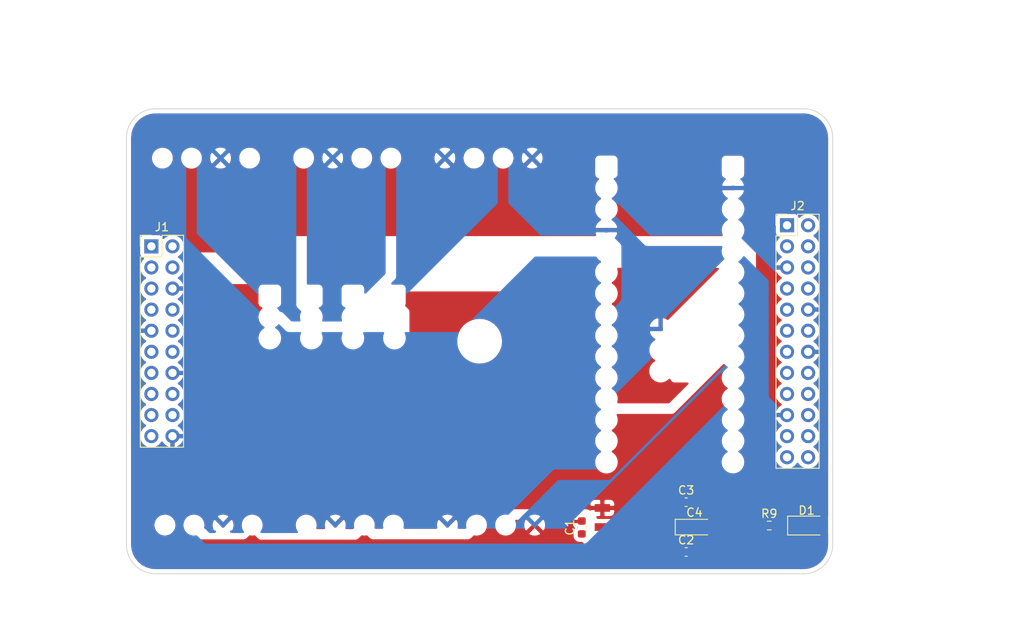
<source format=kicad_pcb>
(kicad_pcb (version 20171130) (host pcbnew "(5.1.10)-1")

  (general
    (thickness 1.6)
    (drawings 9)
    (tracks 0)
    (zones 0)
    (modules 10)
    (nets 38)
  )

  (page A4)
  (layers
    (0 F.Cu signal)
    (31 B.Cu signal)
    (32 B.Adhes user)
    (33 F.Adhes user)
    (34 B.Paste user)
    (35 F.Paste user)
    (36 B.SilkS user)
    (37 F.SilkS user hide)
    (38 B.Mask user)
    (39 F.Mask user hide)
    (40 Dwgs.User user)
    (41 Cmts.User user)
    (42 Eco1.User user)
    (43 Eco2.User user)
    (44 Edge.Cuts user)
    (45 Margin user)
    (46 B.CrtYd user)
    (47 F.CrtYd user)
    (48 B.Fab user hide)
    (49 F.Fab user)
  )

  (setup
    (last_trace_width 0.25)
    (trace_clearance 0.2)
    (zone_clearance 0.508)
    (zone_45_only no)
    (trace_min 0.2)
    (via_size 0.8)
    (via_drill 0.4)
    (via_min_size 0.4)
    (via_min_drill 0.3)
    (uvia_size 0.3)
    (uvia_drill 0.1)
    (uvias_allowed no)
    (uvia_min_size 0.2)
    (uvia_min_drill 0.1)
    (edge_width 0.1)
    (segment_width 0.2)
    (pcb_text_width 0.3)
    (pcb_text_size 1.5 1.5)
    (mod_edge_width 0.15)
    (mod_text_size 1 1)
    (mod_text_width 0.15)
    (pad_size 1.4986 1.4986)
    (pad_drill 0.9906)
    (pad_to_mask_clearance 0)
    (aux_axis_origin 0 0)
    (visible_elements 7FFFF7FF)
    (pcbplotparams
      (layerselection 0x010fc_ffffffff)
      (usegerberextensions false)
      (usegerberattributes true)
      (usegerberadvancedattributes true)
      (creategerberjobfile true)
      (excludeedgelayer true)
      (linewidth 0.100000)
      (plotframeref false)
      (viasonmask false)
      (mode 1)
      (useauxorigin false)
      (hpglpennumber 1)
      (hpglpenspeed 20)
      (hpglpendiameter 15.000000)
      (psnegative false)
      (psa4output false)
      (plotreference true)
      (plotvalue true)
      (plotinvisibletext false)
      (padsonsilk false)
      (subtractmaskfromsilk false)
      (outputformat 1)
      (mirror false)
      (drillshape 0)
      (scaleselection 1)
      (outputdirectory "Gerber/"))
  )

  (net 0 "")
  (net 1 /VCC)
  (net 2 /GND)
  (net 3 /5V)
  (net 4 "Net-(D1-Pad2)")
  (net 5 /3.3V)
  (net 6 /I2C_Data)
  (net 7 /I2C_Clock)
  (net 8 "Net-(J1-Pad7)")
  (net 9 "Net-(J1-Pad8)")
  (net 10 "Net-(J1-Pad10)")
  (net 11 "Net-(J1-Pad11)")
  (net 12 "Net-(J1-Pad12)")
  (net 13 "Net-(J1-Pad13)")
  (net 14 "Net-(J1-Pad15)")
  (net 15 "Net-(J1-Pad16)")
  (net 16 "Net-(J1-Pad18)")
  (net 17 "Net-(J1-Pad19)")
  (net 18 "Net-(J2-Pad1)")
  (net 19 "Net-(J2-Pad2)")
  (net 20 "Net-(J2-Pad3)")
  (net 21 "Net-(J2-Pad4)")
  (net 22 "Net-(J2-Pad6)")
  (net 23 "Net-(J2-Pad7)")
  (net 24 "Net-(J2-Pad8)")
  (net 25 "Net-(J2-Pad9)")
  (net 26 "Net-(J2-Pad11)")
  (net 27 "Net-(J2-Pad12)")
  (net 28 "Net-(J2-Pad13)")
  (net 29 "Net-(J2-Pad15)")
  (net 30 "Net-(J2-Pad16)")
  (net 31 "Net-(J2-Pad17)")
  (net 32 "Net-(J2-Pad18)")
  (net 33 "Net-(J2-Pad20)")
  (net 34 /Interconnect)
  (net 35 /Reset)
  (net 36 "Net-(J1-Pad2)")
  (net 37 "Net-(J1-Pad4)")

  (net_class Default "This is the default net class."
    (clearance 0.2)
    (trace_width 0.25)
    (via_dia 0.8)
    (via_drill 0.4)
    (uvia_dia 0.3)
    (uvia_drill 0.1)
    (add_net /3.3V)
    (add_net /5V)
    (add_net /GND)
    (add_net /I2C_Clock)
    (add_net /I2C_Data)
    (add_net /Interconnect)
    (add_net /Reset)
    (add_net /VCC)
    (add_net "Net-(D1-Pad2)")
    (add_net "Net-(J1-Pad10)")
    (add_net "Net-(J1-Pad11)")
    (add_net "Net-(J1-Pad12)")
    (add_net "Net-(J1-Pad13)")
    (add_net "Net-(J1-Pad15)")
    (add_net "Net-(J1-Pad16)")
    (add_net "Net-(J1-Pad18)")
    (add_net "Net-(J1-Pad19)")
    (add_net "Net-(J1-Pad2)")
    (add_net "Net-(J1-Pad4)")
    (add_net "Net-(J1-Pad7)")
    (add_net "Net-(J1-Pad8)")
    (add_net "Net-(J2-Pad1)")
    (add_net "Net-(J2-Pad11)")
    (add_net "Net-(J2-Pad12)")
    (add_net "Net-(J2-Pad13)")
    (add_net "Net-(J2-Pad15)")
    (add_net "Net-(J2-Pad16)")
    (add_net "Net-(J2-Pad17)")
    (add_net "Net-(J2-Pad18)")
    (add_net "Net-(J2-Pad2)")
    (add_net "Net-(J2-Pad20)")
    (add_net "Net-(J2-Pad3)")
    (add_net "Net-(J2-Pad4)")
    (add_net "Net-(J2-Pad6)")
    (add_net "Net-(J2-Pad7)")
    (add_net "Net-(J2-Pad8)")
    (add_net "Net-(J2-Pad9)")
  )

  (module Capacitor_SMD:C_0603_1608Metric (layer F.Cu) (tedit 5F68FEEE) (tstamp 61683092)
    (at 214.798 120.43 90)
    (descr "Capacitor SMD 0603 (1608 Metric), square (rectangular) end terminal, IPC_7351 nominal, (Body size source: IPC-SM-782 page 76, https://www.pcb-3d.com/wordpress/wp-content/uploads/ipc-sm-782a_amendment_1_and_2.pdf), generated with kicad-footprint-generator")
    (tags capacitor)
    (path /61663709/61655F33)
    (attr smd)
    (fp_text reference C1 (at 0 -1.43 90) (layer F.SilkS)
      (effects (font (size 1 1) (thickness 0.15)))
    )
    (fp_text value 0.1uF (at 0 1.43 90) (layer F.Fab)
      (effects (font (size 1 1) (thickness 0.15)))
    )
    (fp_line (start 1.48 0.73) (end -1.48 0.73) (layer F.CrtYd) (width 0.05))
    (fp_line (start 1.48 -0.73) (end 1.48 0.73) (layer F.CrtYd) (width 0.05))
    (fp_line (start -1.48 -0.73) (end 1.48 -0.73) (layer F.CrtYd) (width 0.05))
    (fp_line (start -1.48 0.73) (end -1.48 -0.73) (layer F.CrtYd) (width 0.05))
    (fp_line (start -0.14058 0.51) (end 0.14058 0.51) (layer F.SilkS) (width 0.12))
    (fp_line (start -0.14058 -0.51) (end 0.14058 -0.51) (layer F.SilkS) (width 0.12))
    (fp_line (start 0.8 0.4) (end -0.8 0.4) (layer F.Fab) (width 0.1))
    (fp_line (start 0.8 -0.4) (end 0.8 0.4) (layer F.Fab) (width 0.1))
    (fp_line (start -0.8 -0.4) (end 0.8 -0.4) (layer F.Fab) (width 0.1))
    (fp_line (start -0.8 0.4) (end -0.8 -0.4) (layer F.Fab) (width 0.1))
    (fp_text user %R (at 0 0 90) (layer F.Fab)
      (effects (font (size 0.4 0.4) (thickness 0.06)))
    )
    (pad 1 smd roundrect (at -0.775 0 90) (size 0.9 0.95) (layers F.Cu F.Paste F.Mask) (roundrect_rratio 0.25)
      (net 1 /VCC))
    (pad 2 smd roundrect (at 0.775 0 90) (size 0.9 0.95) (layers F.Cu F.Paste F.Mask) (roundrect_rratio 0.25)
      (net 2 /GND))
    (model ${KISYS3DMOD}/Capacitor_SMD.3dshapes/C_0603_1608Metric.wrl
      (at (xyz 0 0 0))
      (scale (xyz 1 1 1))
      (rotate (xyz 0 0 0))
    )
  )

  (module Capacitor_SMD:C_0603_1608Metric (layer F.Cu) (tedit 5F68FEEE) (tstamp 616830F2)
    (at 227.358 123.38)
    (descr "Capacitor SMD 0603 (1608 Metric), square (rectangular) end terminal, IPC_7351 nominal, (Body size source: IPC-SM-782 page 76, https://www.pcb-3d.com/wordpress/wp-content/uploads/ipc-sm-782a_amendment_1_and_2.pdf), generated with kicad-footprint-generator")
    (tags capacitor)
    (path /61663709/61656877)
    (attr smd)
    (fp_text reference C2 (at 0 -1.43) (layer F.SilkS)
      (effects (font (size 1 1) (thickness 0.15)))
    )
    (fp_text value 1uF (at 0 1.43) (layer F.Fab)
      (effects (font (size 1 1) (thickness 0.15)))
    )
    (fp_line (start -0.8 0.4) (end -0.8 -0.4) (layer F.Fab) (width 0.1))
    (fp_line (start -0.8 -0.4) (end 0.8 -0.4) (layer F.Fab) (width 0.1))
    (fp_line (start 0.8 -0.4) (end 0.8 0.4) (layer F.Fab) (width 0.1))
    (fp_line (start 0.8 0.4) (end -0.8 0.4) (layer F.Fab) (width 0.1))
    (fp_line (start -0.14058 -0.51) (end 0.14058 -0.51) (layer F.SilkS) (width 0.12))
    (fp_line (start -0.14058 0.51) (end 0.14058 0.51) (layer F.SilkS) (width 0.12))
    (fp_line (start -1.48 0.73) (end -1.48 -0.73) (layer F.CrtYd) (width 0.05))
    (fp_line (start -1.48 -0.73) (end 1.48 -0.73) (layer F.CrtYd) (width 0.05))
    (fp_line (start 1.48 -0.73) (end 1.48 0.73) (layer F.CrtYd) (width 0.05))
    (fp_line (start 1.48 0.73) (end -1.48 0.73) (layer F.CrtYd) (width 0.05))
    (fp_text user %R (at 0 0) (layer F.Fab)
      (effects (font (size 0.4 0.4) (thickness 0.06)))
    )
    (pad 2 smd roundrect (at 0.775 0) (size 0.9 0.95) (layers F.Cu F.Paste F.Mask) (roundrect_rratio 0.25)
      (net 2 /GND))
    (pad 1 smd roundrect (at -0.775 0) (size 0.9 0.95) (layers F.Cu F.Paste F.Mask) (roundrect_rratio 0.25)
      (net 3 /5V))
    (model ${KISYS3DMOD}/Capacitor_SMD.3dshapes/C_0603_1608Metric.wrl
      (at (xyz 0 0 0))
      (scale (xyz 1 1 1))
      (rotate (xyz 0 0 0))
    )
  )

  (module Capacitor_SMD:C_0603_1608Metric (layer F.Cu) (tedit 5F68FEEE) (tstamp 616830C2)
    (at 227.358 117.38)
    (descr "Capacitor SMD 0603 (1608 Metric), square (rectangular) end terminal, IPC_7351 nominal, (Body size source: IPC-SM-782 page 76, https://www.pcb-3d.com/wordpress/wp-content/uploads/ipc-sm-782a_amendment_1_and_2.pdf), generated with kicad-footprint-generator")
    (tags capacitor)
    (path /61663709/6165740F)
    (attr smd)
    (fp_text reference C3 (at 0 -1.43) (layer F.SilkS)
      (effects (font (size 1 1) (thickness 0.15)))
    )
    (fp_text value 1uF_cpu (at 0 1.43) (layer F.Fab)
      (effects (font (size 1 1) (thickness 0.15)))
    )
    (fp_line (start 1.48 0.73) (end -1.48 0.73) (layer F.CrtYd) (width 0.05))
    (fp_line (start 1.48 -0.73) (end 1.48 0.73) (layer F.CrtYd) (width 0.05))
    (fp_line (start -1.48 -0.73) (end 1.48 -0.73) (layer F.CrtYd) (width 0.05))
    (fp_line (start -1.48 0.73) (end -1.48 -0.73) (layer F.CrtYd) (width 0.05))
    (fp_line (start -0.14058 0.51) (end 0.14058 0.51) (layer F.SilkS) (width 0.12))
    (fp_line (start -0.14058 -0.51) (end 0.14058 -0.51) (layer F.SilkS) (width 0.12))
    (fp_line (start 0.8 0.4) (end -0.8 0.4) (layer F.Fab) (width 0.1))
    (fp_line (start 0.8 -0.4) (end 0.8 0.4) (layer F.Fab) (width 0.1))
    (fp_line (start -0.8 -0.4) (end 0.8 -0.4) (layer F.Fab) (width 0.1))
    (fp_line (start -0.8 0.4) (end -0.8 -0.4) (layer F.Fab) (width 0.1))
    (fp_text user %R (at 0 0) (layer F.Fab)
      (effects (font (size 0.4 0.4) (thickness 0.06)))
    )
    (pad 1 smd roundrect (at -0.775 0) (size 0.9 0.95) (layers F.Cu F.Paste F.Mask) (roundrect_rratio 0.25)
      (net 3 /5V))
    (pad 2 smd roundrect (at 0.775 0) (size 0.9 0.95) (layers F.Cu F.Paste F.Mask) (roundrect_rratio 0.25)
      (net 2 /GND))
    (model ${KISYS3DMOD}/Capacitor_SMD.3dshapes/C_0603_1608Metric.wrl
      (at (xyz 0 0 0))
      (scale (xyz 1 1 1))
      (rotate (xyz 0 0 0))
    )
  )

  (module Capacitor_Tantalum_SMD:CP_EIA-3216-18_Kemet-A (layer F.Cu) (tedit 5EBA9318) (tstamp 61683124)
    (at 228.358 120.38)
    (descr "Tantalum Capacitor SMD Kemet-A (3216-18 Metric), IPC_7351 nominal, (Body size from: http://www.kemet.com/Lists/ProductCatalog/Attachments/253/KEM_TC101_STD.pdf), generated with kicad-footprint-generator")
    (tags "capacitor tantalum")
    (path /61663709/6165888C)
    (attr smd)
    (fp_text reference C4 (at 0 -1.75) (layer F.SilkS)
      (effects (font (size 1 1) (thickness 0.15)))
    )
    (fp_text value 4.7uF_16V_cpu (at 0 1.75) (layer F.Fab)
      (effects (font (size 1 1) (thickness 0.15)))
    )
    (fp_line (start 1.6 -0.8) (end -1.2 -0.8) (layer F.Fab) (width 0.1))
    (fp_line (start -1.2 -0.8) (end -1.6 -0.4) (layer F.Fab) (width 0.1))
    (fp_line (start -1.6 -0.4) (end -1.6 0.8) (layer F.Fab) (width 0.1))
    (fp_line (start -1.6 0.8) (end 1.6 0.8) (layer F.Fab) (width 0.1))
    (fp_line (start 1.6 0.8) (end 1.6 -0.8) (layer F.Fab) (width 0.1))
    (fp_line (start 1.6 -0.935) (end -2.31 -0.935) (layer F.SilkS) (width 0.12))
    (fp_line (start -2.31 -0.935) (end -2.31 0.935) (layer F.SilkS) (width 0.12))
    (fp_line (start -2.31 0.935) (end 1.6 0.935) (layer F.SilkS) (width 0.12))
    (fp_line (start -2.3 1.05) (end -2.3 -1.05) (layer F.CrtYd) (width 0.05))
    (fp_line (start -2.3 -1.05) (end 2.3 -1.05) (layer F.CrtYd) (width 0.05))
    (fp_line (start 2.3 -1.05) (end 2.3 1.05) (layer F.CrtYd) (width 0.05))
    (fp_line (start 2.3 1.05) (end -2.3 1.05) (layer F.CrtYd) (width 0.05))
    (fp_text user %R (at 0 0) (layer F.Fab)
      (effects (font (size 0.8 0.8) (thickness 0.12)))
    )
    (pad 2 smd roundrect (at 1.35 0) (size 1.4 1.35) (layers F.Cu F.Paste F.Mask) (roundrect_rratio 0.1851844444444445)
      (net 2 /GND))
    (pad 1 smd roundrect (at -1.35 0) (size 1.4 1.35) (layers F.Cu F.Paste F.Mask) (roundrect_rratio 0.1851844444444445)
      (net 3 /5V))
    (model ${KISYS3DMOD}/Capacitor_Tantalum_SMD.3dshapes/CP_EIA-3216-18_Kemet-A.wrl
      (at (xyz 0 0 0))
      (scale (xyz 1 1 1))
      (rotate (xyz 0 0 0))
    )
  )

  (module LED_SMD:LED_1206_3216Metric (layer F.Cu) (tedit 5F68FEF1) (tstamp 616832E6)
    (at 241.858 120.198)
    (descr "LED SMD 1206 (3216 Metric), square (rectangular) end terminal, IPC_7351 nominal, (Body size source: http://www.tortai-tech.com/upload/download/2011102023233369053.pdf), generated with kicad-footprint-generator")
    (tags LED)
    (path /61663709/6165327D)
    (attr smd)
    (fp_text reference D1 (at 0 -1.82) (layer F.SilkS)
      (effects (font (size 1 1) (thickness 0.15)))
    )
    (fp_text value LED (at 0 1.82) (layer F.Fab)
      (effects (font (size 1 1) (thickness 0.15)))
    )
    (fp_line (start 2.28 1.12) (end -2.28 1.12) (layer F.CrtYd) (width 0.05))
    (fp_line (start 2.28 -1.12) (end 2.28 1.12) (layer F.CrtYd) (width 0.05))
    (fp_line (start -2.28 -1.12) (end 2.28 -1.12) (layer F.CrtYd) (width 0.05))
    (fp_line (start -2.28 1.12) (end -2.28 -1.12) (layer F.CrtYd) (width 0.05))
    (fp_line (start -2.285 1.135) (end 1.6 1.135) (layer F.SilkS) (width 0.12))
    (fp_line (start -2.285 -1.135) (end -2.285 1.135) (layer F.SilkS) (width 0.12))
    (fp_line (start 1.6 -1.135) (end -2.285 -1.135) (layer F.SilkS) (width 0.12))
    (fp_line (start 1.6 0.8) (end 1.6 -0.8) (layer F.Fab) (width 0.1))
    (fp_line (start -1.6 0.8) (end 1.6 0.8) (layer F.Fab) (width 0.1))
    (fp_line (start -1.6 -0.4) (end -1.6 0.8) (layer F.Fab) (width 0.1))
    (fp_line (start -1.2 -0.8) (end -1.6 -0.4) (layer F.Fab) (width 0.1))
    (fp_line (start 1.6 -0.8) (end -1.2 -0.8) (layer F.Fab) (width 0.1))
    (fp_text user %R (at 0 0) (layer F.Fab)
      (effects (font (size 0.8 0.8) (thickness 0.12)))
    )
    (pad 1 smd roundrect (at -1.4 0) (size 1.25 1.75) (layers F.Cu F.Paste F.Mask) (roundrect_rratio 0.2)
      (net 2 /GND))
    (pad 2 smd roundrect (at 1.4 0) (size 1.25 1.75) (layers F.Cu F.Paste F.Mask) (roundrect_rratio 0.2)
      (net 4 "Net-(D1-Pad2)"))
    (model ${KISYS3DMOD}/LED_SMD.3dshapes/LED_1206_3216Metric.wrl
      (at (xyz 0 0 0))
      (scale (xyz 1 1 1))
      (rotate (xyz 0 0 0))
    )
  )

  (module Connector_PinHeader_2.54mm:PinHeader_2x10_P2.54mm_Vertical (layer F.Cu) (tedit 59FED5CC) (tstamp 61682781)
    (at 163 86.57)
    (descr "Through hole straight pin header, 2x10, 2.54mm pitch, double rows")
    (tags "Through hole pin header THT 2x10 2.54mm double row")
    (path /615E5E26)
    (fp_text reference J1 (at 1.27 -2.33) (layer F.SilkS)
      (effects (font (size 1 1) (thickness 0.15)))
    )
    (fp_text value "Left Connector" (at 1.27 25.19) (layer F.Fab)
      (effects (font (size 1 1) (thickness 0.15)))
    )
    (fp_line (start 4.35 -1.8) (end -1.8 -1.8) (layer F.CrtYd) (width 0.05))
    (fp_line (start 4.35 24.65) (end 4.35 -1.8) (layer F.CrtYd) (width 0.05))
    (fp_line (start -1.8 24.65) (end 4.35 24.65) (layer F.CrtYd) (width 0.05))
    (fp_line (start -1.8 -1.8) (end -1.8 24.65) (layer F.CrtYd) (width 0.05))
    (fp_line (start -1.33 -1.33) (end 0 -1.33) (layer F.SilkS) (width 0.12))
    (fp_line (start -1.33 0) (end -1.33 -1.33) (layer F.SilkS) (width 0.12))
    (fp_line (start 1.27 -1.33) (end 3.87 -1.33) (layer F.SilkS) (width 0.12))
    (fp_line (start 1.27 1.27) (end 1.27 -1.33) (layer F.SilkS) (width 0.12))
    (fp_line (start -1.33 1.27) (end 1.27 1.27) (layer F.SilkS) (width 0.12))
    (fp_line (start 3.87 -1.33) (end 3.87 24.19) (layer F.SilkS) (width 0.12))
    (fp_line (start -1.33 1.27) (end -1.33 24.19) (layer F.SilkS) (width 0.12))
    (fp_line (start -1.33 24.19) (end 3.87 24.19) (layer F.SilkS) (width 0.12))
    (fp_line (start -1.27 0) (end 0 -1.27) (layer F.Fab) (width 0.1))
    (fp_line (start -1.27 24.13) (end -1.27 0) (layer F.Fab) (width 0.1))
    (fp_line (start 3.81 24.13) (end -1.27 24.13) (layer F.Fab) (width 0.1))
    (fp_line (start 3.81 -1.27) (end 3.81 24.13) (layer F.Fab) (width 0.1))
    (fp_line (start 0 -1.27) (end 3.81 -1.27) (layer F.Fab) (width 0.1))
    (fp_text user %R (at 1.27 11.43 90) (layer F.Fab)
      (effects (font (size 1 1) (thickness 0.15)))
    )
    (pad 1 thru_hole rect (at 0 0) (size 1.7 1.7) (drill 1) (layers *.Cu *.Mask)
      (net 5 /3.3V))
    (pad 2 thru_hole oval (at 2.54 0) (size 1.7 1.7) (drill 1) (layers *.Cu *.Mask)
      (net 36 "Net-(J1-Pad2)"))
    (pad 3 thru_hole oval (at 0 2.54) (size 1.7 1.7) (drill 1) (layers *.Cu *.Mask)
      (net 6 /I2C_Data))
    (pad 4 thru_hole oval (at 2.54 2.54) (size 1.7 1.7) (drill 1) (layers *.Cu *.Mask)
      (net 37 "Net-(J1-Pad4)"))
    (pad 5 thru_hole oval (at 0 5.08) (size 1.7 1.7) (drill 1) (layers *.Cu *.Mask)
      (net 7 /I2C_Clock))
    (pad 6 thru_hole oval (at 2.54 5.08) (size 1.7 1.7) (drill 1) (layers *.Cu *.Mask)
      (net 2 /GND))
    (pad 7 thru_hole oval (at 0 7.62) (size 1.7 1.7) (drill 1) (layers *.Cu *.Mask)
      (net 8 "Net-(J1-Pad7)"))
    (pad 8 thru_hole oval (at 2.54 7.62) (size 1.7 1.7) (drill 1) (layers *.Cu *.Mask)
      (net 9 "Net-(J1-Pad8)"))
    (pad 9 thru_hole oval (at 0 10.16) (size 1.7 1.7) (drill 1) (layers *.Cu *.Mask)
      (net 2 /GND))
    (pad 10 thru_hole oval (at 2.54 10.16) (size 1.7 1.7) (drill 1) (layers *.Cu *.Mask)
      (net 10 "Net-(J1-Pad10)"))
    (pad 11 thru_hole oval (at 0 12.7) (size 1.7 1.7) (drill 1) (layers *.Cu *.Mask)
      (net 11 "Net-(J1-Pad11)"))
    (pad 12 thru_hole oval (at 2.54 12.7) (size 1.7 1.7) (drill 1) (layers *.Cu *.Mask)
      (net 12 "Net-(J1-Pad12)"))
    (pad 13 thru_hole oval (at 0 15.24) (size 1.7 1.7) (drill 1) (layers *.Cu *.Mask)
      (net 13 "Net-(J1-Pad13)"))
    (pad 14 thru_hole oval (at 2.54 15.24) (size 1.7 1.7) (drill 1) (layers *.Cu *.Mask)
      (net 2 /GND))
    (pad 15 thru_hole oval (at 0 17.78) (size 1.7 1.7) (drill 1) (layers *.Cu *.Mask)
      (net 14 "Net-(J1-Pad15)"))
    (pad 16 thru_hole oval (at 2.54 17.78) (size 1.7 1.7) (drill 1) (layers *.Cu *.Mask)
      (net 15 "Net-(J1-Pad16)"))
    (pad 17 thru_hole oval (at 0 20.32) (size 1.7 1.7) (drill 1) (layers *.Cu *.Mask)
      (net 5 /3.3V))
    (pad 18 thru_hole oval (at 2.54 20.32) (size 1.7 1.7) (drill 1) (layers *.Cu *.Mask)
      (net 16 "Net-(J1-Pad18)"))
    (pad 19 thru_hole oval (at 0 22.86) (size 1.7 1.7) (drill 1) (layers *.Cu *.Mask)
      (net 17 "Net-(J1-Pad19)"))
    (pad 20 thru_hole oval (at 2.54 22.86) (size 1.7 1.7) (drill 1) (layers *.Cu *.Mask)
      (net 2 /GND))
    (model ${KISYS3DMOD}/Connector_PinHeader_2.54mm.3dshapes/PinHeader_2x10_P2.54mm_Vertical.wrl
      (at (xyz 0 0 0))
      (scale (xyz 1 1 1))
      (rotate (xyz 0 0 0))
    )
  )

  (module Connector_PinHeader_2.54mm:PinHeader_2x12_P2.54mm_Vertical (layer F.Cu) (tedit 59FED5CC) (tstamp 616827AF)
    (at 239.5 84.03)
    (descr "Through hole straight pin header, 2x12, 2.54mm pitch, double rows")
    (tags "Through hole pin header THT 2x12 2.54mm double row")
    (path /615E7214)
    (fp_text reference J2 (at 1.27 -2.33) (layer F.SilkS)
      (effects (font (size 1 1) (thickness 0.15)))
    )
    (fp_text value "Right Connector" (at 1.27 30.27) (layer F.Fab)
      (effects (font (size 1 1) (thickness 0.15)))
    )
    (fp_line (start 4.35 -1.8) (end -1.8 -1.8) (layer F.CrtYd) (width 0.05))
    (fp_line (start 4.35 29.75) (end 4.35 -1.8) (layer F.CrtYd) (width 0.05))
    (fp_line (start -1.8 29.75) (end 4.35 29.75) (layer F.CrtYd) (width 0.05))
    (fp_line (start -1.8 -1.8) (end -1.8 29.75) (layer F.CrtYd) (width 0.05))
    (fp_line (start -1.33 -1.33) (end 0 -1.33) (layer F.SilkS) (width 0.12))
    (fp_line (start -1.33 0) (end -1.33 -1.33) (layer F.SilkS) (width 0.12))
    (fp_line (start 1.27 -1.33) (end 3.87 -1.33) (layer F.SilkS) (width 0.12))
    (fp_line (start 1.27 1.27) (end 1.27 -1.33) (layer F.SilkS) (width 0.12))
    (fp_line (start -1.33 1.27) (end 1.27 1.27) (layer F.SilkS) (width 0.12))
    (fp_line (start 3.87 -1.33) (end 3.87 29.27) (layer F.SilkS) (width 0.12))
    (fp_line (start -1.33 1.27) (end -1.33 29.27) (layer F.SilkS) (width 0.12))
    (fp_line (start -1.33 29.27) (end 3.87 29.27) (layer F.SilkS) (width 0.12))
    (fp_line (start -1.27 0) (end 0 -1.27) (layer F.Fab) (width 0.1))
    (fp_line (start -1.27 29.21) (end -1.27 0) (layer F.Fab) (width 0.1))
    (fp_line (start 3.81 29.21) (end -1.27 29.21) (layer F.Fab) (width 0.1))
    (fp_line (start 3.81 -1.27) (end 3.81 29.21) (layer F.Fab) (width 0.1))
    (fp_line (start 0 -1.27) (end 3.81 -1.27) (layer F.Fab) (width 0.1))
    (fp_text user %R (at 1.27 13.97 90) (layer F.Fab)
      (effects (font (size 1 1) (thickness 0.15)))
    )
    (pad 1 thru_hole rect (at 0 0) (size 1.7 1.7) (drill 1) (layers *.Cu *.Mask)
      (net 18 "Net-(J2-Pad1)"))
    (pad 2 thru_hole oval (at 2.54 0) (size 1.7 1.7) (drill 1) (layers *.Cu *.Mask)
      (net 19 "Net-(J2-Pad2)"))
    (pad 3 thru_hole oval (at 0 2.54) (size 1.7 1.7) (drill 1) (layers *.Cu *.Mask)
      (net 20 "Net-(J2-Pad3)"))
    (pad 4 thru_hole oval (at 2.54 2.54) (size 1.7 1.7) (drill 1) (layers *.Cu *.Mask)
      (net 21 "Net-(J2-Pad4)"))
    (pad 5 thru_hole oval (at 0 5.08) (size 1.7 1.7) (drill 1) (layers *.Cu *.Mask)
      (net 2 /GND))
    (pad 6 thru_hole oval (at 2.54 5.08) (size 1.7 1.7) (drill 1) (layers *.Cu *.Mask)
      (net 22 "Net-(J2-Pad6)"))
    (pad 7 thru_hole oval (at 0 7.62) (size 1.7 1.7) (drill 1) (layers *.Cu *.Mask)
      (net 23 "Net-(J2-Pad7)"))
    (pad 8 thru_hole oval (at 2.54 7.62) (size 1.7 1.7) (drill 1) (layers *.Cu *.Mask)
      (net 24 "Net-(J2-Pad8)"))
    (pad 9 thru_hole oval (at 0 10.16) (size 1.7 1.7) (drill 1) (layers *.Cu *.Mask)
      (net 25 "Net-(J2-Pad9)"))
    (pad 10 thru_hole oval (at 2.54 10.16) (size 1.7 1.7) (drill 1) (layers *.Cu *.Mask)
      (net 2 /GND))
    (pad 11 thru_hole oval (at 0 12.7) (size 1.7 1.7) (drill 1) (layers *.Cu *.Mask)
      (net 26 "Net-(J2-Pad11)"))
    (pad 12 thru_hole oval (at 2.54 12.7) (size 1.7 1.7) (drill 1) (layers *.Cu *.Mask)
      (net 27 "Net-(J2-Pad12)"))
    (pad 13 thru_hole oval (at 0 15.24) (size 1.7 1.7) (drill 1) (layers *.Cu *.Mask)
      (net 28 "Net-(J2-Pad13)"))
    (pad 14 thru_hole oval (at 2.54 15.24) (size 1.7 1.7) (drill 1) (layers *.Cu *.Mask)
      (net 2 /GND))
    (pad 15 thru_hole oval (at 0 17.78) (size 1.7 1.7) (drill 1) (layers *.Cu *.Mask)
      (net 29 "Net-(J2-Pad15)"))
    (pad 16 thru_hole oval (at 2.54 17.78) (size 1.7 1.7) (drill 1) (layers *.Cu *.Mask)
      (net 30 "Net-(J2-Pad16)"))
    (pad 17 thru_hole oval (at 0 20.32) (size 1.7 1.7) (drill 1) (layers *.Cu *.Mask)
      (net 31 "Net-(J2-Pad17)"))
    (pad 18 thru_hole oval (at 2.54 20.32) (size 1.7 1.7) (drill 1) (layers *.Cu *.Mask)
      (net 32 "Net-(J2-Pad18)"))
    (pad 19 thru_hole oval (at 0 22.86) (size 1.7 1.7) (drill 1) (layers *.Cu *.Mask)
      (net 2 /GND))
    (pad 20 thru_hole oval (at 2.54 22.86) (size 1.7 1.7) (drill 1) (layers *.Cu *.Mask)
      (net 33 "Net-(J2-Pad20)"))
    (pad 21 thru_hole oval (at 0 25.4) (size 1.7 1.7) (drill 1) (layers *.Cu *.Mask)
      (net 34 /Interconnect))
    (pad 22 thru_hole oval (at 2.54 25.4) (size 1.7 1.7) (drill 1) (layers *.Cu *.Mask)
      (net 35 /Reset))
    (pad 23 thru_hole oval (at 0 27.94) (size 1.7 1.7) (drill 1) (layers *.Cu *.Mask)
      (net 1 /VCC))
    (pad 24 thru_hole oval (at 2.54 27.94) (size 1.7 1.7) (drill 1) (layers *.Cu *.Mask)
      (net 1 /VCC))
    (model ${KISYS3DMOD}/Connector_PinHeader_2.54mm.3dshapes/PinHeader_2x12_P2.54mm_Vertical.wrl
      (at (xyz 0 0 0))
      (scale (xyz 1 1 1))
      (rotate (xyz 0 0 0))
    )
  )

  (module MountingHole:MountingHole_2.7mm_M2.5 (layer F.Cu) (tedit 56D1B4CB) (tstamp 61683959)
    (at 202.5 98)
    (descr "Mounting Hole 2.7mm, no annular, M2.5")
    (tags "mounting hole 2.7mm no annular m2.5")
    (path /616626E5)
    (attr virtual)
    (fp_text reference M2.5 (at 0 -3.7) (layer Dwgs.User)
      (effects (font (size 1 1) (thickness 0.15)))
    )
    (fp_text value CMH (at 0 3.7) (layer F.Fab)
      (effects (font (size 1 1) (thickness 0.15)))
    )
    (fp_circle (center 0 0) (end 2.95 0) (layer F.CrtYd) (width 0.05))
    (fp_circle (center 0 0) (end 2.7 0) (layer Cmts.User) (width 0.15))
    (fp_text user %R (at 0.3 0) (layer F.Fab)
      (effects (font (size 1 1) (thickness 0.15)))
    )
    (pad 1 np_thru_hole circle (at 0 0) (size 2.7 2.7) (drill 2.7) (layers *.Cu *.Mask))
  )

  (module Resistor_SMD:R_0603_1608Metric (layer F.Cu) (tedit 5F68FEEE) (tstamp 61683062)
    (at 237.358 120.198)
    (descr "Resistor SMD 0603 (1608 Metric), square (rectangular) end terminal, IPC_7351 nominal, (Body size source: IPC-SM-782 page 72, https://www.pcb-3d.com/wordpress/wp-content/uploads/ipc-sm-782a_amendment_1_and_2.pdf), generated with kicad-footprint-generator")
    (tags resistor)
    (path /61663709/61653277)
    (attr smd)
    (fp_text reference R9 (at 0 -1.43) (layer F.SilkS)
      (effects (font (size 1 1) (thickness 0.15)))
    )
    (fp_text value 350? (at 0 1.43) (layer F.Fab)
      (effects (font (size 1 1) (thickness 0.15)))
    )
    (fp_line (start 1.48 0.73) (end -1.48 0.73) (layer F.CrtYd) (width 0.05))
    (fp_line (start 1.48 -0.73) (end 1.48 0.73) (layer F.CrtYd) (width 0.05))
    (fp_line (start -1.48 -0.73) (end 1.48 -0.73) (layer F.CrtYd) (width 0.05))
    (fp_line (start -1.48 0.73) (end -1.48 -0.73) (layer F.CrtYd) (width 0.05))
    (fp_line (start -0.237258 0.5225) (end 0.237258 0.5225) (layer F.SilkS) (width 0.12))
    (fp_line (start -0.237258 -0.5225) (end 0.237258 -0.5225) (layer F.SilkS) (width 0.12))
    (fp_line (start 0.8 0.4125) (end -0.8 0.4125) (layer F.Fab) (width 0.1))
    (fp_line (start 0.8 -0.4125) (end 0.8 0.4125) (layer F.Fab) (width 0.1))
    (fp_line (start -0.8 -0.4125) (end 0.8 -0.4125) (layer F.Fab) (width 0.1))
    (fp_line (start -0.8 0.4125) (end -0.8 -0.4125) (layer F.Fab) (width 0.1))
    (fp_text user %R (at 0 0) (layer F.Fab)
      (effects (font (size 0.4 0.4) (thickness 0.06)))
    )
    (pad 1 smd roundrect (at -0.825 0) (size 0.8 0.95) (layers F.Cu F.Paste F.Mask) (roundrect_rratio 0.25)
      (net 1 /VCC))
    (pad 2 smd roundrect (at 0.825 0) (size 0.8 0.95) (layers F.Cu F.Paste F.Mask) (roundrect_rratio 0.25)
      (net 4 "Net-(D1-Pad2)"))
    (model ${KISYS3DMOD}/Resistor_SMD.3dshapes/R_0603_1608Metric.wrl
      (at (xyz 0 0 0))
      (scale (xyz 1 1 1))
      (rotate (xyz 0 0 0))
    )
  )

  (module LM1117IMPX-5:SOT230P700X180-4N (layer F.Cu) (tedit 5FB5B38C) (tstamp 61683034)
    (at 220.358 120.38)
    (path /61663709/6168283C)
    (fp_text reference VR1 (at 0.2 -1.9 180) (layer Dwgs.User) hide
      (effects (font (size 0.5 0.5) (thickness 0.0625)))
    )
    (fp_text value LM1117IMPX-5.0 (at 0.05 -0.85) (layer F.Fab) hide
      (effects (font (size 0.4 0.4) (thickness 0.06)))
    )
    (fp_line (start 4.255 -3.5) (end -4.255 -3.5) (layer F.CrtYd) (width 0.05))
    (fp_line (start 4.255 3.5) (end 4.255 -3.5) (layer F.CrtYd) (width 0.05))
    (fp_line (start -4.255 3.5) (end 4.255 3.5) (layer F.CrtYd) (width 0.05))
    (fp_line (start -4.255 -3.5) (end -4.255 3.5) (layer F.CrtYd) (width 0.05))
    (fp_line (start -1.75 3.25) (end -1.75 -3.25) (layer F.Fab) (width 0.127))
    (fp_line (start 1.75 3.25) (end -1.75 3.25) (layer F.Fab) (width 0.127))
    (fp_line (start 1.75 -3.25) (end 1.75 3.25) (layer F.Fab) (width 0.127))
    (fp_line (start -1.75 -3.25) (end 1.75 -3.25) (layer F.Fab) (width 0.127))
    (pad 1 smd rect (at -3.085 -2.3) (size 1.84 0.93) (layers F.Cu F.Paste F.Mask)
      (net 2 /GND))
    (pad 2 smd rect (at -3.085 0) (size 1.84 0.93) (layers F.Cu F.Paste F.Mask)
      (net 3 /5V))
    (pad 3 smd rect (at -3.085 2.3) (size 1.84 0.93) (layers F.Cu F.Paste F.Mask)
      (net 1 /VCC))
    (pad 4 smd rect (at 3.085 0) (size 1.84 3.19) (layers F.Cu F.Paste F.Mask)
      (net 3 /5V))
  )

  (gr_line (start 152.4 98) (end 267.97 98) (layer Dwgs.User) (width 0.15))
  (gr_arc (start 163.5 73.5) (end 163.5 70) (angle -90) (layer Edge.Cuts) (width 0.1))
  (gr_arc (start 163.5 122.5) (end 160 122.5) (angle -90) (layer Edge.Cuts) (width 0.1))
  (gr_arc (start 241.5 122.5) (end 245 122.5) (angle 90) (layer Edge.Cuts) (width 0.1))
  (gr_arc (start 241.5 73.5) (end 241.5 70) (angle 90) (layer Edge.Cuts) (width 0.1))
  (gr_line (start 163.5 70) (end 241.5 70) (layer Edge.Cuts) (width 0.1) (tstamp 6168374D))
  (gr_line (start 245 73.5) (end 245 122.5) (layer Edge.Cuts) (width 0.1))
  (gr_line (start 163.5 126) (end 241.5 126) (layer Edge.Cuts) (width 0.1))
  (gr_line (start 160 122.5) (end 160 73.5) (layer Edge.Cuts) (width 0.1))

  (zone (net 0) (net_name "") (layers F&B.Cu) (tstamp 0) (hatch edge 0.508)
    (connect_pads (clearance 0.508))
    (min_thickness 0.254)
    (keepout (tracks not_allowed) (vias not_allowed) (copperpour not_allowed))
    (fill (arc_segments 32) (thermal_gap 0.508) (thermal_bridge_width 0.508))
    (polygon
      (pts
        (xy 202.9 95.32) (xy 203.38 95.44) (xy 203.77 95.61) (xy 204.17 95.87) (xy 204.48 96.16)
        (xy 204.73 96.46) (xy 204.92 96.8) (xy 205.06 97.12) (xy 205.14 97.45) (xy 205.2 97.84)
        (xy 205.19 98.31) (xy 205.11 98.73) (xy 204.94 99.17) (xy 204.73 99.53) (xy 204.46 99.86)
        (xy 204.14 100.15) (xy 203.81 100.36) (xy 203.42 100.54) (xy 203 100.65) (xy 202.59 100.69)
        (xy 202.14 100.68) (xy 201.7 100.58) (xy 201.26 100.4) (xy 200.84 100.13) (xy 200.49 99.81)
        (xy 200.27 99.52) (xy 200.06 99.15) (xy 199.93 98.83) (xy 199.85 98.51) (xy 199.8 98.15)
        (xy 199.82 97.66) (xy 199.9 97.28) (xy 200 97) (xy 200.04 96.88) (xy 200.13 96.73)
        (xy 200.22 96.55) (xy 200.27 96.46) (xy 200.36 96.35) (xy 200.45 96.25) (xy 200.53 96.15)
        (xy 200.65 96.03) (xy 200.73 95.97) (xy 200.84 95.87) (xy 200.94 95.8) (xy 201.06 95.73)
        (xy 201.18 95.65) (xy 201.61 95.45) (xy 202.07 95.33) (xy 202.48 95.3)
      )
    )
  )
  (zone (net 2) (net_name /GND) (layer F.Cu) (tstamp 61FB4ED9) (hatch edge 0.508)
    (connect_pads (clearance 0.508))
    (min_thickness 0.254)
    (fill yes (arc_segments 32) (thermal_gap 0.508) (thermal_bridge_width 0.508))
    (polygon
      (pts
        (xy 250.444 64.516) (xy 249.428 128.524) (xy 153.416 130.048) (xy 153.416 62.992)
      )
    )
    (filled_polygon
      (pts
        (xy 242.046131 70.741834) (xy 242.571462 70.900441) (xy 243.05598 71.158064) (xy 243.481231 71.504889) (xy 243.83102 71.927711)
        (xy 244.092016 72.410414) (xy 244.254287 72.934628) (xy 244.315 73.512271) (xy 244.315001 119.010885) (xy 244.260962 118.945038)
        (xy 244.126386 118.834595) (xy 243.97285 118.752528) (xy 243.806254 118.701992) (xy 243.633 118.684928) (xy 242.883 118.684928)
        (xy 242.709746 118.701992) (xy 242.54315 118.752528) (xy 242.389614 118.834595) (xy 242.255038 118.945038) (xy 242.144595 119.079614)
        (xy 242.062528 119.23315) (xy 242.011992 119.399746) (xy 241.994928 119.573) (xy 241.994928 120.386271) (xy 241.728999 120.6522)
        (xy 241.718878 120.6522) (xy 241.718 120.48375) (xy 241.55925 120.325) (xy 240.585 120.325) (xy 240.585 120.345)
        (xy 240.331 120.345) (xy 240.331 120.325) (xy 240.311 120.325) (xy 240.311 120.071) (xy 240.331 120.071)
        (xy 240.331 118.84675) (xy 240.585 118.84675) (xy 240.585 120.071) (xy 241.55925 120.071) (xy 241.718 119.91225)
        (xy 241.721072 119.323) (xy 241.708812 119.198518) (xy 241.672502 119.07882) (xy 241.613537 118.968506) (xy 241.534185 118.871815)
        (xy 241.437494 118.792463) (xy 241.32718 118.733498) (xy 241.207482 118.697188) (xy 241.083 118.684928) (xy 240.74375 118.688)
        (xy 240.585 118.84675) (xy 240.331 118.84675) (xy 240.17225 118.688) (xy 239.833 118.684928) (xy 239.708518 118.697188)
        (xy 239.58882 118.733498) (xy 239.478506 118.792463) (xy 239.381815 118.871815) (xy 239.302463 118.968506) (xy 239.243498 119.07882)
        (xy 239.207188 119.198518) (xy 239.194928 119.323) (xy 239.197068 119.733453) (xy 239.157278 119.602284) (xy 239.079831 119.457392)
        (xy 238.975606 119.330394) (xy 238.848608 119.226169) (xy 238.703716 119.148722) (xy 238.5465 119.101031) (xy 238.383 119.084928)
        (xy 237.983 119.084928) (xy 237.8195 119.101031) (xy 237.662284 119.148722) (xy 237.517392 119.226169) (xy 237.390394 119.330394)
        (xy 237.358 119.369866) (xy 237.325606 119.330394) (xy 237.293 119.303635) (xy 237.293 116.427101) (xy 240.011003 113.709099)
        (xy 240.040001 113.685301) (xy 240.134974 113.569576) (xy 240.205546 113.437547) (xy 240.241868 113.317806) (xy 240.2771 113.321276)
        (xy 240.314422 113.3176) (xy 240.314433 113.3176) (xy 240.426086 113.306603) (xy 240.569347 113.263146) (xy 240.701376 113.192574)
        (xy 240.817101 113.097601) (xy 240.840903 113.068598) (xy 240.939697 112.969804) (xy 241.093368 113.123475) (xy 241.336589 113.28599)
        (xy 241.606842 113.397932) (xy 241.89374 113.455) (xy 242.18626 113.455) (xy 242.473158 113.397932) (xy 242.743411 113.28599)
        (xy 242.986632 113.123475) (xy 243.193475 112.916632) (xy 243.35599 112.673411) (xy 243.467932 112.403158) (xy 243.525 112.11626)
        (xy 243.525 111.82374) (xy 243.467932 111.536842) (xy 243.35599 111.266589) (xy 243.193475 111.023368) (xy 242.986632 110.816525)
        (xy 242.81224 110.7) (xy 242.986632 110.583475) (xy 243.193475 110.376632) (xy 243.35599 110.133411) (xy 243.467932 109.863158)
        (xy 243.525 109.57626) (xy 243.525 109.28374) (xy 243.467932 108.996842) (xy 243.35599 108.726589) (xy 243.193475 108.483368)
        (xy 242.986632 108.276525) (xy 242.81224 108.16) (xy 242.986632 108.043475) (xy 243.193475 107.836632) (xy 243.35599 107.593411)
        (xy 243.467932 107.323158) (xy 243.525 107.03626) (xy 243.525 106.74374) (xy 243.467932 106.456842) (xy 243.35599 106.186589)
        (xy 243.193475 105.943368) (xy 242.986632 105.736525) (xy 242.81224 105.62) (xy 242.986632 105.503475) (xy 243.193475 105.296632)
        (xy 243.35599 105.053411) (xy 243.467932 104.783158) (xy 243.525 104.49626) (xy 243.525 104.20374) (xy 243.467932 103.916842)
        (xy 243.35599 103.646589) (xy 243.193475 103.403368) (xy 242.986632 103.196525) (xy 242.81224 103.08) (xy 242.986632 102.963475)
        (xy 243.193475 102.756632) (xy 243.35599 102.513411) (xy 243.467932 102.243158) (xy 243.525 101.95626) (xy 243.525 101.66374)
        (xy 243.467932 101.376842) (xy 243.35599 101.106589) (xy 243.193475 100.863368) (xy 242.986632 100.656525) (xy 242.804466 100.534805)
        (xy 242.921355 100.465178) (xy 243.137588 100.270269) (xy 243.311641 100.03692) (xy 243.436825 99.774099) (xy 243.481476 99.62689)
        (xy 243.360155 99.397) (xy 242.167 99.397) (xy 242.167 99.417) (xy 241.913 99.417) (xy 241.913 99.397)
        (xy 241.893 99.397) (xy 241.893 99.143) (xy 241.913 99.143) (xy 241.913 99.123) (xy 242.167 99.123)
        (xy 242.167 99.143) (xy 243.360155 99.143) (xy 243.481476 98.91311) (xy 243.436825 98.765901) (xy 243.311641 98.50308)
        (xy 243.137588 98.269731) (xy 242.921355 98.074822) (xy 242.804466 98.005195) (xy 242.986632 97.883475) (xy 243.193475 97.676632)
        (xy 243.35599 97.433411) (xy 243.467932 97.163158) (xy 243.525 96.87626) (xy 243.525 96.58374) (xy 243.467932 96.296842)
        (xy 243.35599 96.026589) (xy 243.193475 95.783368) (xy 242.986632 95.576525) (xy 242.804466 95.454805) (xy 242.921355 95.385178)
        (xy 243.137588 95.190269) (xy 243.311641 94.95692) (xy 243.436825 94.694099) (xy 243.481476 94.54689) (xy 243.360155 94.317)
        (xy 242.167 94.317) (xy 242.167 94.337) (xy 241.913 94.337) (xy 241.913 94.317) (xy 241.893 94.317)
        (xy 241.893 94.063) (xy 241.913 94.063) (xy 241.913 94.043) (xy 242.167 94.043) (xy 242.167 94.063)
        (xy 243.360155 94.063) (xy 243.481476 93.83311) (xy 243.436825 93.685901) (xy 243.311641 93.42308) (xy 243.137588 93.189731)
        (xy 242.921355 92.994822) (xy 242.804466 92.925195) (xy 242.986632 92.803475) (xy 243.193475 92.596632) (xy 243.35599 92.353411)
        (xy 243.467932 92.083158) (xy 243.525 91.79626) (xy 243.525 91.50374) (xy 243.467932 91.216842) (xy 243.35599 90.946589)
        (xy 243.193475 90.703368) (xy 242.986632 90.496525) (xy 242.81224 90.38) (xy 242.986632 90.263475) (xy 243.193475 90.056632)
        (xy 243.35599 89.813411) (xy 243.467932 89.543158) (xy 243.525 89.25626) (xy 243.525 88.96374) (xy 243.467932 88.676842)
        (xy 243.35599 88.406589) (xy 243.193475 88.163368) (xy 242.986632 87.956525) (xy 242.81224 87.84) (xy 242.986632 87.723475)
        (xy 243.193475 87.516632) (xy 243.35599 87.273411) (xy 243.467932 87.003158) (xy 243.525 86.71626) (xy 243.525 86.42374)
        (xy 243.467932 86.136842) (xy 243.35599 85.866589) (xy 243.193475 85.623368) (xy 242.986632 85.416525) (xy 242.81224 85.3)
        (xy 242.986632 85.183475) (xy 243.193475 84.976632) (xy 243.35599 84.733411) (xy 243.467932 84.463158) (xy 243.525 84.17626)
        (xy 243.525 83.88374) (xy 243.467932 83.596842) (xy 243.35599 83.326589) (xy 243.193475 83.083368) (xy 242.986632 82.876525)
        (xy 242.743411 82.71401) (xy 242.473158 82.602068) (xy 242.18626 82.545) (xy 241.89374 82.545) (xy 241.606842 82.602068)
        (xy 241.336589 82.71401) (xy 241.093368 82.876525) (xy 240.961513 83.00838) (xy 240.939502 82.93582) (xy 240.880537 82.825506)
        (xy 240.801185 82.728815) (xy 240.704494 82.649463) (xy 240.59418 82.590498) (xy 240.474482 82.554188) (xy 240.35 82.541928)
        (xy 238.65 82.541928) (xy 238.525518 82.554188) (xy 238.40582 82.590498) (xy 238.295506 82.649463) (xy 238.198815 82.728815)
        (xy 238.119463 82.825506) (xy 238.060498 82.93582) (xy 238.024188 83.055518) (xy 238.011928 83.18) (xy 238.011928 84.88)
        (xy 238.024188 85.004482) (xy 238.060498 85.12418) (xy 238.119463 85.234494) (xy 238.198815 85.331185) (xy 238.295506 85.410537)
        (xy 238.40582 85.469502) (xy 238.47838 85.491513) (xy 238.346525 85.623368) (xy 238.18401 85.866589) (xy 238.072068 86.136842)
        (xy 238.015 86.42374) (xy 238.015 86.71626) (xy 238.072068 87.003158) (xy 238.18401 87.273411) (xy 238.346525 87.516632)
        (xy 238.553368 87.723475) (xy 238.735534 87.845195) (xy 238.618645 87.914822) (xy 238.402412 88.109731) (xy 238.228359 88.34308)
        (xy 238.103175 88.605901) (xy 238.058524 88.75311) (xy 238.179845 88.983) (xy 239.373 88.983) (xy 239.373 88.963)
        (xy 239.627 88.963) (xy 239.627 88.983) (xy 239.647 88.983) (xy 239.647 89.237) (xy 239.627 89.237)
        (xy 239.627 89.257) (xy 239.373 89.257) (xy 239.373 89.237) (xy 238.179845 89.237) (xy 238.058524 89.46689)
        (xy 238.103175 89.614099) (xy 238.228359 89.87692) (xy 238.402412 90.110269) (xy 238.618645 90.305178) (xy 238.735534 90.374805)
        (xy 238.553368 90.496525) (xy 238.346525 90.703368) (xy 238.18401 90.946589) (xy 238.072068 91.216842) (xy 238.015 91.50374)
        (xy 238.015 91.79626) (xy 238.072068 92.083158) (xy 238.18401 92.353411) (xy 238.346525 92.596632) (xy 238.553368 92.803475)
        (xy 238.72776 92.92) (xy 238.553368 93.036525) (xy 238.346525 93.243368) (xy 238.18401 93.486589) (xy 238.072068 93.756842)
        (xy 238.015 94.04374) (xy 238.015 94.33626) (xy 238.072068 94.623158) (xy 238.18401 94.893411) (xy 238.346525 95.136632)
        (xy 238.553368 95.343475) (xy 238.72776 95.46) (xy 238.553368 95.576525) (xy 238.346525 95.783368) (xy 238.18401 96.026589)
        (xy 238.072068 96.296842) (xy 238.015 96.58374) (xy 238.015 96.87626) (xy 238.072068 97.163158) (xy 238.18401 97.433411)
        (xy 238.346525 97.676632) (xy 238.553368 97.883475) (xy 238.72776 98) (xy 238.553368 98.116525) (xy 238.346525 98.323368)
        (xy 238.18401 98.566589) (xy 238.072068 98.836842) (xy 238.015 99.12374) (xy 238.015 99.41626) (xy 238.072068 99.703158)
        (xy 238.18401 99.973411) (xy 238.346525 100.216632) (xy 238.553368 100.423475) (xy 238.72776 100.54) (xy 238.553368 100.656525)
        (xy 238.346525 100.863368) (xy 238.18401 101.106589) (xy 238.072068 101.376842) (xy 238.015 101.66374) (xy 238.015 101.95626)
        (xy 238.072068 102.243158) (xy 238.18401 102.513411) (xy 238.346525 102.756632) (xy 238.553368 102.963475) (xy 238.72776 103.08)
        (xy 238.553368 103.196525) (xy 238.346525 103.403368) (xy 238.18401 103.646589) (xy 238.072068 103.916842) (xy 238.015 104.20374)
        (xy 238.015 104.49626) (xy 238.072068 104.783158) (xy 238.18401 105.053411) (xy 238.346525 105.296632) (xy 238.553368 105.503475)
        (xy 238.735534 105.625195) (xy 238.618645 105.694822) (xy 238.402412 105.889731) (xy 238.228359 106.12308) (xy 238.103175 106.385901)
        (xy 238.058524 106.53311) (xy 238.179845 106.763) (xy 239.373 106.763) (xy 239.373 106.743) (xy 239.627 106.743)
        (xy 239.627 106.763) (xy 239.647 106.763) (xy 239.647 107.017) (xy 239.627 107.017) (xy 239.627 107.037)
        (xy 239.373 107.037) (xy 239.373 107.017) (xy 238.179845 107.017) (xy 238.058524 107.24689) (xy 238.103175 107.394099)
        (xy 238.228359 107.65692) (xy 238.402412 107.890269) (xy 238.618645 108.085178) (xy 238.735534 108.154805) (xy 238.553368 108.276525)
        (xy 238.346525 108.483368) (xy 238.18401 108.726589) (xy 238.072068 108.996842) (xy 238.015 109.28374) (xy 238.015 109.57626)
        (xy 238.072068 109.863158) (xy 238.18401 110.133411) (xy 238.346525 110.376632) (xy 238.553368 110.583475) (xy 238.72776 110.7)
        (xy 238.553368 110.816525) (xy 238.346525 111.023368) (xy 238.18401 111.266589) (xy 238.072068 111.536842) (xy 238.015 111.82374)
        (xy 238.015 112.11626) (xy 238.072068 112.403158) (xy 238.18401 112.673411) (xy 238.346525 112.916632) (xy 238.500196 113.070303)
        (xy 236.022003 115.548496) (xy 235.992999 115.572299) (xy 235.937871 115.639474) (xy 235.898026 115.688024) (xy 235.827455 115.820053)
        (xy 235.827454 115.820054) (xy 235.783997 115.963315) (xy 235.773 116.074968) (xy 235.773 116.074978) (xy 235.769324 116.1123)
        (xy 235.773 116.149623) (xy 235.773001 119.303634) (xy 235.740394 119.330394) (xy 235.636169 119.457392) (xy 235.558722 119.602284)
        (xy 235.511031 119.7595) (xy 235.494928 119.923) (xy 235.494928 120.16127) (xy 232.227499 123.4287) (xy 227.986 123.4287)
        (xy 227.986 123.253) (xy 228.006 123.253) (xy 228.006 122.42875) (xy 228.26 122.42875) (xy 228.26 123.253)
        (xy 229.05925 123.253) (xy 229.218 123.09425) (xy 229.221072 122.905) (xy 229.208812 122.780518) (xy 229.172502 122.66082)
        (xy 229.113537 122.550506) (xy 229.034185 122.453815) (xy 228.937494 122.374463) (xy 228.82718 122.315498) (xy 228.707482 122.279188)
        (xy 228.583 122.266928) (xy 228.41875 122.27) (xy 228.26 122.42875) (xy 228.006 122.42875) (xy 227.84725 122.27)
        (xy 227.768 122.268518) (xy 227.768 121.634527) (xy 227.797851 121.625472) (xy 227.951387 121.543405) (xy 228.085962 121.432962)
        (xy 228.196405 121.298387) (xy 228.278472 121.144851) (xy 228.305727 121.055) (xy 228.369928 121.055) (xy 228.382188 121.179482)
        (xy 228.418498 121.29918) (xy 228.477463 121.409494) (xy 228.556815 121.506185) (xy 228.653506 121.585537) (xy 228.76382 121.644502)
        (xy 228.883518 121.680812) (xy 229.008 121.693072) (xy 229.42225 121.69) (xy 229.581 121.53125) (xy 229.581 120.507)
        (xy 229.835 120.507) (xy 229.835 121.53125) (xy 229.99375 121.69) (xy 230.408 121.693072) (xy 230.532482 121.680812)
        (xy 230.65218 121.644502) (xy 230.762494 121.585537) (xy 230.859185 121.506185) (xy 230.938537 121.409494) (xy 230.997502 121.29918)
        (xy 231.033812 121.179482) (xy 231.046072 121.055) (xy 231.043 120.66575) (xy 230.88425 120.507) (xy 229.835 120.507)
        (xy 229.581 120.507) (xy 228.53175 120.507) (xy 228.373 120.66575) (xy 228.369928 121.055) (xy 228.305727 121.055)
        (xy 228.329008 120.978255) (xy 228.346072 120.805001) (xy 228.346072 119.954999) (xy 228.329008 119.781745) (xy 228.305728 119.705)
        (xy 228.369928 119.705) (xy 228.373 120.09425) (xy 228.53175 120.253) (xy 229.581 120.253) (xy 229.581 119.22875)
        (xy 229.835 119.22875) (xy 229.835 120.253) (xy 230.88425 120.253) (xy 231.043 120.09425) (xy 231.046072 119.705)
        (xy 231.033812 119.580518) (xy 230.997502 119.46082) (xy 230.938537 119.350506) (xy 230.859185 119.253815) (xy 230.762494 119.174463)
        (xy 230.65218 119.115498) (xy 230.532482 119.079188) (xy 230.408 119.066928) (xy 229.99375 119.07) (xy 229.835 119.22875)
        (xy 229.581 119.22875) (xy 229.42225 119.07) (xy 229.008 119.066928) (xy 228.883518 119.079188) (xy 228.76382 119.115498)
        (xy 228.653506 119.174463) (xy 228.556815 119.253815) (xy 228.477463 119.350506) (xy 228.418498 119.46082) (xy 228.382188 119.580518)
        (xy 228.369928 119.705) (xy 228.305728 119.705) (xy 228.278472 119.615149) (xy 228.196405 119.461613) (xy 228.085962 119.327038)
        (xy 227.951387 119.216595) (xy 227.797851 119.134528) (xy 227.631255 119.083992) (xy 227.458001 119.066928) (xy 226.769729 119.066928)
        (xy 226.370301 118.6675) (xy 226.54473 118.493072) (xy 226.808 118.493072) (xy 226.976377 118.476488) (xy 227.138283 118.427375)
        (xy 227.284351 118.3493) (xy 227.328506 118.385537) (xy 227.43882 118.444502) (xy 227.558518 118.480812) (xy 227.683 118.493072)
        (xy 227.84725 118.49) (xy 228.006 118.33125) (xy 228.006 117.507) (xy 228.26 117.507) (xy 228.26 118.33125)
        (xy 228.41875 118.49) (xy 228.583 118.493072) (xy 228.707482 118.480812) (xy 228.82718 118.444502) (xy 228.937494 118.385537)
        (xy 229.034185 118.306185) (xy 229.113537 118.209494) (xy 229.172502 118.09918) (xy 229.208812 117.979482) (xy 229.221072 117.855)
        (xy 229.218 117.66575) (xy 229.05925 117.507) (xy 228.26 117.507) (xy 228.006 117.507) (xy 227.986 117.507)
        (xy 227.986 117.253) (xy 228.006 117.253) (xy 228.006 117.233) (xy 228.26 117.233) (xy 228.26 117.253)
        (xy 229.05925 117.253) (xy 229.218 117.09425) (xy 229.221072 116.905) (xy 229.208812 116.780518) (xy 229.172502 116.66082)
        (xy 229.113537 116.550506) (xy 229.034185 116.453815) (xy 228.937494 116.374463) (xy 228.82718 116.315498) (xy 228.707482 116.279188)
        (xy 228.655712 116.274089) (xy 231.678849 113.250952) (xy 231.68401 113.263411) (xy 231.846525 113.506632) (xy 232.053368 113.713475)
        (xy 232.296589 113.87599) (xy 232.566842 113.987932) (xy 232.85374 114.045) (xy 233.14626 114.045) (xy 233.433158 113.987932)
        (xy 233.703411 113.87599) (xy 233.946632 113.713475) (xy 234.153475 113.506632) (xy 234.31599 113.263411) (xy 234.427932 112.993158)
        (xy 234.485 112.70626) (xy 234.485 112.41374) (xy 234.427932 112.126842) (xy 234.31599 111.856589) (xy 234.154139 111.614362)
        (xy 235.193403 110.575099) (xy 235.222401 110.551301) (xy 235.302945 110.453158) (xy 235.317374 110.435577) (xy 235.387946 110.303547)
        (xy 235.42029 110.19692) (xy 235.431403 110.160286) (xy 235.4424 110.048633) (xy 235.4424 110.048623) (xy 235.446076 110.0113)
        (xy 235.4424 109.973977) (xy 235.4424 96.435201) (xy 235.645798 96.231803) (xy 235.674801 96.208001) (xy 235.769774 96.092276)
        (xy 235.840346 95.960247) (xy 235.883803 95.816986) (xy 235.8948 95.705333) (xy 235.8948 95.705324) (xy 235.898476 95.668001)
        (xy 235.8948 95.630678) (xy 235.8948 79.980122) (xy 235.898476 79.942799) (xy 235.8948 79.905476) (xy 235.8948 79.905467)
        (xy 235.883803 79.793814) (xy 235.840346 79.650553) (xy 235.769774 79.518524) (xy 235.756611 79.502485) (xy 235.698599 79.431796)
        (xy 235.698595 79.431792) (xy 235.674801 79.402799) (xy 235.645808 79.379005) (xy 234.412151 78.145349) (xy 234.439502 78.09418)
        (xy 234.475812 77.974482) (xy 234.488072 77.85) (xy 234.488072 76.15) (xy 234.475812 76.025518) (xy 234.439502 75.90582)
        (xy 234.380537 75.795506) (xy 234.301185 75.698815) (xy 234.204494 75.619463) (xy 234.09418 75.560498) (xy 233.974482 75.524188)
        (xy 233.85 75.511928) (xy 232.15 75.511928) (xy 232.025518 75.524188) (xy 231.90582 75.560498) (xy 231.795506 75.619463)
        (xy 231.698815 75.698815) (xy 231.653515 75.754013) (xy 230.228104 74.328603) (xy 230.204301 74.299599) (xy 230.088576 74.204626)
        (xy 229.956547 74.134054) (xy 229.813286 74.090597) (xy 229.701633 74.0796) (xy 229.701622 74.0796) (xy 229.6643 74.075924)
        (xy 229.626978 74.0796) (xy 202.967723 74.0796) (xy 202.9304 74.075924) (xy 202.893077 74.0796) (xy 202.893067 74.0796)
        (xy 202.781414 74.090597) (xy 202.647133 74.13133) (xy 202.638153 74.134054) (xy 202.506123 74.204626) (xy 202.445107 74.254701)
        (xy 202.390399 74.299599) (xy 202.366601 74.328597) (xy 202.10477 74.590429) (xy 201.960341 74.5617) (xy 201.687657 74.5617)
        (xy 201.54323 74.590429) (xy 201.260304 74.307502) (xy 201.236501 74.278499) (xy 201.120776 74.183526) (xy 200.988747 74.112954)
        (xy 200.845486 74.069497) (xy 200.733833 74.0585) (xy 200.733822 74.0585) (xy 200.6965 74.054824) (xy 200.659178 74.0585)
        (xy 189.488825 74.0585) (xy 189.4515 74.054824) (xy 189.414175 74.0585) (xy 189.414167 74.0585) (xy 189.302514 74.069497)
        (xy 189.159253 74.112954) (xy 189.027224 74.183526) (xy 188.911499 74.278499) (xy 188.887701 74.307497) (xy 188.60477 74.590429)
        (xy 188.460341 74.5617) (xy 188.187657 74.5617) (xy 188.04323 74.590429) (xy 187.812704 74.359902) (xy 187.788901 74.330899)
        (xy 187.673176 74.235926) (xy 187.541147 74.165354) (xy 187.397886 74.121897) (xy 187.286233 74.1109) (xy 187.286222 74.1109)
        (xy 187.2489 74.107224) (xy 187.211578 74.1109) (xy 175.936422 74.1109) (xy 175.899099 74.107224) (xy 175.861777 74.1109)
        (xy 175.861767 74.1109) (xy 175.750114 74.121897) (xy 175.633414 74.157297) (xy 175.606853 74.165354) (xy 175.474823 74.235926)
        (xy 175.397238 74.299599) (xy 175.359099 74.330899) (xy 175.335301 74.359897) (xy 175.10477 74.590429) (xy 174.960342 74.5617)
        (xy 174.687658 74.5617) (xy 174.54323 74.590429) (xy 174.307304 74.354502) (xy 174.283501 74.325499) (xy 174.167776 74.230526)
        (xy 174.035747 74.159954) (xy 173.892486 74.116497) (xy 173.780833 74.1055) (xy 173.780822 74.1055) (xy 173.7435 74.101824)
        (xy 173.706178 74.1055) (xy 165.441825 74.1055) (xy 165.4045 74.101824) (xy 165.367175 74.1055) (xy 165.367167 74.1055)
        (xy 165.255514 74.116497) (xy 165.112253 74.159954) (xy 164.980224 74.230526) (xy 164.864499 74.325499) (xy 164.840701 74.354497)
        (xy 164.604769 74.590429) (xy 164.46034 74.5617) (xy 164.187656 74.5617) (xy 163.920213 74.614898) (xy 163.668286 74.719249)
        (xy 163.441558 74.870744) (xy 163.248742 75.06356) (xy 163.097247 75.290288) (xy 162.992896 75.542215) (xy 162.939698 75.809658)
        (xy 162.939698 76.082342) (xy 162.992896 76.349785) (xy 163.097247 76.601712) (xy 163.248742 76.82844) (xy 163.441558 77.021256)
        (xy 163.668286 77.172751) (xy 163.920213 77.277102) (xy 164.187656 77.3303) (xy 164.46034 77.3303) (xy 164.727783 77.277102)
        (xy 164.97971 77.172751) (xy 165.206438 77.021256) (xy 165.399254 76.82844) (xy 165.550749 76.601712) (xy 165.6551 76.349785)
        (xy 165.708298 76.082342) (xy 165.708298 75.809658) (xy 165.67957 75.665232) (xy 165.719302 75.6255) (xy 166.47633 75.6255)
        (xy 166.439699 75.809658) (xy 166.439699 76.082342) (xy 166.492897 76.349785) (xy 166.597248 76.601712) (xy 166.748743 76.82844)
        (xy 166.941559 77.021256) (xy 167.168287 77.172751) (xy 167.420214 77.277102) (xy 167.687657 77.3303) (xy 167.960341 77.3303)
        (xy 168.227784 77.277102) (xy 168.479711 77.172751) (xy 168.706439 77.021256) (xy 168.825202 76.902493) (xy 170.547111 76.902493)
        (xy 170.612551 77.14129) (xy 170.859411 77.25712) (xy 171.124125 77.322564) (xy 171.39652 77.335107) (xy 171.666128 77.294268)
        (xy 171.922588 77.201615) (xy 172.035447 77.14129) (xy 172.100887 76.902493) (xy 171.323999 76.125605) (xy 170.547111 76.902493)
        (xy 168.825202 76.902493) (xy 168.899255 76.82844) (xy 169.05075 76.601712) (xy 169.155101 76.349785) (xy 169.208299 76.082342)
        (xy 169.208299 75.809658) (xy 169.171668 75.6255) (xy 169.977257 75.6255) (xy 169.947435 75.746126) (xy 169.934892 76.018521)
        (xy 169.975731 76.288129) (xy 170.068384 76.544589) (xy 170.128709 76.657448) (xy 170.367506 76.722888) (xy 171.144394 75.946)
        (xy 171.130252 75.931858) (xy 171.309857 75.752253) (xy 171.323999 75.766395) (xy 171.338142 75.752253) (xy 171.517747 75.931858)
        (xy 171.503604 75.946) (xy 172.280492 76.722888) (xy 172.519289 76.657448) (xy 172.635119 76.410588) (xy 172.700563 76.145874)
        (xy 172.713106 75.873479) (xy 172.675543 75.6255) (xy 173.428699 75.6255) (xy 173.468429 75.66523) (xy 173.4397 75.809658)
        (xy 173.4397 76.082342) (xy 173.492898 76.349785) (xy 173.597249 76.601712) (xy 173.748744 76.82844) (xy 173.94156 77.021256)
        (xy 174.168288 77.172751) (xy 174.420215 77.277102) (xy 174.687658 77.3303) (xy 174.960342 77.3303) (xy 175.227785 77.277102)
        (xy 175.479712 77.172751) (xy 175.70644 77.021256) (xy 175.899256 76.82844) (xy 176.050751 76.601712) (xy 176.155102 76.349785)
        (xy 176.2083 76.082342) (xy 176.2083 75.809658) (xy 176.179571 75.66523) (xy 176.213902 75.6309) (xy 179.975255 75.6309)
        (xy 179.939698 75.809658) (xy 179.939698 76.082342) (xy 179.992896 76.349785) (xy 180.097247 76.601712) (xy 180.248742 76.82844)
        (xy 180.441558 77.021256) (xy 180.668286 77.172751) (xy 180.920213 77.277102) (xy 181.187656 77.3303) (xy 181.46034 77.3303)
        (xy 181.727783 77.277102) (xy 181.97971 77.172751) (xy 182.206438 77.021256) (xy 182.325201 76.902493) (xy 184.047111 76.902493)
        (xy 184.112551 77.14129) (xy 184.359411 77.25712) (xy 184.624125 77.322564) (xy 184.89652 77.335107) (xy 185.166128 77.294268)
        (xy 185.422588 77.201615) (xy 185.535447 77.14129) (xy 185.600887 76.902493) (xy 184.823999 76.125605) (xy 184.047111 76.902493)
        (xy 182.325201 76.902493) (xy 182.399254 76.82844) (xy 182.550749 76.601712) (xy 182.6551 76.349785) (xy 182.708298 76.082342)
        (xy 182.708298 75.809658) (xy 182.672741 75.6309) (xy 183.475922 75.6309) (xy 183.447435 75.746126) (xy 183.434892 76.018521)
        (xy 183.475731 76.288129) (xy 183.568384 76.544589) (xy 183.628709 76.657448) (xy 183.867506 76.722888) (xy 184.644394 75.946)
        (xy 184.630252 75.931858) (xy 184.809857 75.752253) (xy 184.823999 75.766395) (xy 184.838142 75.752253) (xy 185.017747 75.931858)
        (xy 185.003604 75.946) (xy 185.780492 76.722888) (xy 186.019289 76.657448) (xy 186.135119 76.410588) (xy 186.200563 76.145874)
        (xy 186.213106 75.873479) (xy 186.176361 75.6309) (xy 186.934099 75.6309) (xy 186.968428 75.665229) (xy 186.939699 75.809658)
        (xy 186.939699 76.082342) (xy 186.992897 76.349785) (xy 187.097248 76.601712) (xy 187.248743 76.82844) (xy 187.441559 77.021256)
        (xy 187.668287 77.172751) (xy 187.920214 77.277102) (xy 188.187657 77.3303) (xy 188.460341 77.3303) (xy 188.727784 77.277102)
        (xy 188.979711 77.172751) (xy 189.206439 77.021256) (xy 189.399255 76.82844) (xy 189.55075 76.601712) (xy 189.655101 76.349785)
        (xy 189.708299 76.082342) (xy 189.708299 75.809658) (xy 189.679571 75.665231) (xy 189.766302 75.5785) (xy 190.48568 75.5785)
        (xy 190.4397 75.809658) (xy 190.4397 76.082342) (xy 190.492898 76.349785) (xy 190.597249 76.601712) (xy 190.748744 76.82844)
        (xy 190.94156 77.021256) (xy 191.168288 77.172751) (xy 191.420215 77.277102) (xy 191.687658 77.3303) (xy 191.960342 77.3303)
        (xy 192.227785 77.277102) (xy 192.479712 77.172751) (xy 192.70644 77.021256) (xy 192.825203 76.902493) (xy 197.54711 76.902493)
        (xy 197.61255 77.14129) (xy 197.85941 77.25712) (xy 198.124124 77.322564) (xy 198.396519 77.335107) (xy 198.666127 77.294268)
        (xy 198.922587 77.201615) (xy 199.035446 77.14129) (xy 199.100886 76.902493) (xy 198.323998 76.125605) (xy 197.54711 76.902493)
        (xy 192.825203 76.902493) (xy 192.899256 76.82844) (xy 193.050751 76.601712) (xy 193.155102 76.349785) (xy 193.2083 76.082342)
        (xy 193.2083 75.809658) (xy 193.16232 75.5785) (xy 196.988875 75.5785) (xy 196.947434 75.746126) (xy 196.934891 76.018521)
        (xy 196.97573 76.288129) (xy 197.068383 76.544589) (xy 197.128708 76.657448) (xy 197.367505 76.722888) (xy 198.144393 75.946)
        (xy 198.130251 75.931858) (xy 198.309856 75.752253) (xy 198.323998 75.766395) (xy 198.338141 75.752253) (xy 198.517746 75.931858)
        (xy 198.503603 75.946) (xy 199.280491 76.722888) (xy 199.519288 76.657448) (xy 199.635118 76.410588) (xy 199.700562 76.145874)
        (xy 199.713105 75.873479) (xy 199.672266 75.603871) (xy 199.6631 75.5785) (xy 200.381699 75.5785) (xy 200.468428 75.665229)
        (xy 200.439699 75.809658) (xy 200.439699 76.082342) (xy 200.492897 76.349785) (xy 200.597248 76.601712) (xy 200.748743 76.82844)
        (xy 200.941559 77.021256) (xy 201.168287 77.172751) (xy 201.420214 77.277102) (xy 201.687657 77.3303) (xy 201.960341 77.3303)
        (xy 202.227784 77.277102) (xy 202.479711 77.172751) (xy 202.706439 77.021256) (xy 202.899255 76.82844) (xy 203.05075 76.601712)
        (xy 203.155101 76.349785) (xy 203.208299 76.082342) (xy 203.208299 75.809658) (xy 203.179571 75.665231) (xy 203.245202 75.5996)
        (xy 203.981482 75.5996) (xy 203.939699 75.809658) (xy 203.939699 76.082342) (xy 203.992897 76.349785) (xy 204.097248 76.601712)
        (xy 204.248743 76.82844) (xy 204.441559 77.021256) (xy 204.668287 77.172751) (xy 204.920214 77.277102) (xy 205.187657 77.3303)
        (xy 205.460341 77.3303) (xy 205.727784 77.277102) (xy 205.979711 77.172751) (xy 206.206439 77.021256) (xy 206.325202 76.902493)
        (xy 208.047112 76.902493) (xy 208.112552 77.14129) (xy 208.359412 77.25712) (xy 208.624126 77.322564) (xy 208.896521 77.335107)
        (xy 209.166129 77.294268) (xy 209.422589 77.201615) (xy 209.535448 77.14129) (xy 209.600888 76.902493) (xy 208.824 76.125605)
        (xy 208.047112 76.902493) (xy 206.325202 76.902493) (xy 206.399255 76.82844) (xy 206.55075 76.601712) (xy 206.655101 76.349785)
        (xy 206.708299 76.082342) (xy 206.708299 75.809658) (xy 206.666516 75.5996) (xy 207.483661 75.5996) (xy 207.447436 75.746126)
        (xy 207.434893 76.018521) (xy 207.475732 76.288129) (xy 207.568385 76.544589) (xy 207.62871 76.657448) (xy 207.867507 76.722888)
        (xy 208.644395 75.946) (xy 208.630253 75.931858) (xy 208.809858 75.752253) (xy 208.824 75.766395) (xy 208.838143 75.752253)
        (xy 209.017748 75.931858) (xy 209.003605 75.946) (xy 209.780493 76.722888) (xy 210.01929 76.657448) (xy 210.13512 76.410588)
        (xy 210.200564 76.145874) (xy 210.213107 75.873479) (xy 210.172268 75.603871) (xy 210.170725 75.5996) (xy 216.592666 75.5996)
        (xy 216.555506 75.619463) (xy 216.458815 75.698815) (xy 216.379463 75.795506) (xy 216.320498 75.90582) (xy 216.284188 76.025518)
        (xy 216.271928 76.15) (xy 216.271928 77.85) (xy 216.284188 77.974482) (xy 216.320498 78.09418) (xy 216.379463 78.204494)
        (xy 216.458815 78.301185) (xy 216.555506 78.380537) (xy 216.66582 78.439502) (xy 216.73838 78.461513) (xy 216.606525 78.593368)
        (xy 216.44401 78.836589) (xy 216.332068 79.106842) (xy 216.275 79.39374) (xy 216.275 79.68626) (xy 216.332068 79.973158)
        (xy 216.44401 80.243411) (xy 216.606525 80.486632) (xy 216.813368 80.693475) (xy 216.98776 80.81) (xy 216.813368 80.926525)
        (xy 216.606525 81.133368) (xy 216.44401 81.376589) (xy 216.332068 81.646842) (xy 216.275 81.93374) (xy 216.275 82.22626)
        (xy 216.332068 82.513158) (xy 216.44401 82.783411) (xy 216.606525 83.026632) (xy 216.813368 83.233475) (xy 216.995534 83.355195)
        (xy 216.878645 83.424822) (xy 216.662412 83.619731) (xy 216.488359 83.85308) (xy 216.363175 84.115901) (xy 216.318524 84.26311)
        (xy 216.439845 84.493) (xy 217.633 84.493) (xy 217.633 84.473) (xy 217.887 84.473) (xy 217.887 84.493)
        (xy 219.080155 84.493) (xy 219.201476 84.26311) (xy 219.156825 84.115901) (xy 219.031641 83.85308) (xy 218.857588 83.619731)
        (xy 218.641355 83.424822) (xy 218.524466 83.355195) (xy 218.706632 83.233475) (xy 218.913475 83.026632) (xy 219.07599 82.783411)
        (xy 219.187932 82.513158) (xy 219.245 82.22626) (xy 219.245 81.93374) (xy 219.187932 81.646842) (xy 219.07599 81.376589)
        (xy 218.913475 81.133368) (xy 218.706632 80.926525) (xy 218.53224 80.81) (xy 218.706632 80.693475) (xy 218.913475 80.486632)
        (xy 219.07599 80.243411) (xy 219.187932 79.973158) (xy 219.245 79.68626) (xy 219.245 79.39374) (xy 219.187932 79.106842)
        (xy 219.07599 78.836589) (xy 218.913475 78.593368) (xy 218.78162 78.461513) (xy 218.85418 78.439502) (xy 218.964494 78.380537)
        (xy 219.061185 78.301185) (xy 219.140537 78.204494) (xy 219.199502 78.09418) (xy 219.235812 77.974482) (xy 219.248072 77.85)
        (xy 219.248072 76.15) (xy 219.235812 76.025518) (xy 219.199502 75.90582) (xy 219.140537 75.795506) (xy 219.061185 75.698815)
        (xy 218.964494 75.619463) (xy 218.927334 75.5996) (xy 229.349499 75.5996) (xy 231.260901 77.511003) (xy 231.284699 77.540001)
        (xy 231.313697 77.563799) (xy 231.400423 77.634974) (xy 231.511928 77.694575) (xy 231.511928 77.85) (xy 231.524188 77.974482)
        (xy 231.560498 78.09418) (xy 231.619463 78.204494) (xy 231.698815 78.301185) (xy 231.795506 78.380537) (xy 231.90582 78.439502)
        (xy 231.986466 78.463966) (xy 231.902412 78.539731) (xy 231.728359 78.77308) (xy 231.603175 79.035901) (xy 231.558524 79.18311)
        (xy 231.679845 79.413) (xy 232.873 79.413) (xy 232.873 79.393) (xy 233.127 79.393) (xy 233.127 79.413)
        (xy 233.147 79.413) (xy 233.147 79.667) (xy 233.127 79.667) (xy 233.127 79.687) (xy 232.873 79.687)
        (xy 232.873 79.667) (xy 231.679845 79.667) (xy 231.558524 79.89689) (xy 231.603175 80.044099) (xy 231.728359 80.30692)
        (xy 231.902412 80.540269) (xy 232.118645 80.735178) (xy 232.235534 80.804805) (xy 232.053368 80.926525) (xy 231.846525 81.133368)
        (xy 231.68401 81.376589) (xy 231.572068 81.646842) (xy 231.515 81.93374) (xy 231.515 82.22626) (xy 231.572068 82.513158)
        (xy 231.68401 82.783411) (xy 231.846525 83.026632) (xy 232.053368 83.233475) (xy 232.22776 83.35) (xy 232.053368 83.466525)
        (xy 231.846525 83.673368) (xy 231.68401 83.916589) (xy 231.572068 84.186842) (xy 231.515 84.47374) (xy 231.515 84.76626)
        (xy 231.572068 85.053158) (xy 231.636868 85.2096) (xy 219.1161 85.2096) (xy 219.156825 85.124099) (xy 219.201476 84.97689)
        (xy 219.080155 84.747) (xy 217.887 84.747) (xy 217.887 84.767) (xy 217.633 84.767) (xy 217.633 84.747)
        (xy 216.439845 84.747) (xy 216.318524 84.97689) (xy 216.363175 85.124099) (xy 216.4039 85.2096) (xy 176.329522 85.2096)
        (xy 176.292199 85.205924) (xy 176.254876 85.2096) (xy 176.254867 85.2096) (xy 176.143214 85.220597) (xy 175.999953 85.264054)
        (xy 175.867923 85.334626) (xy 175.784283 85.403268) (xy 175.752199 85.429599) (xy 175.728401 85.458597) (xy 174.012299 87.1747)
        (xy 166.896877 87.1747) (xy 166.967932 87.003158) (xy 167.025 86.71626) (xy 167.025 86.42374) (xy 166.967932 86.136842)
        (xy 166.85599 85.866589) (xy 166.693475 85.623368) (xy 166.486632 85.416525) (xy 166.243411 85.25401) (xy 165.973158 85.142068)
        (xy 165.68626 85.085) (xy 165.39374 85.085) (xy 165.106842 85.142068) (xy 164.836589 85.25401) (xy 164.593368 85.416525)
        (xy 164.461513 85.54838) (xy 164.439502 85.47582) (xy 164.380537 85.365506) (xy 164.301185 85.268815) (xy 164.204494 85.189463)
        (xy 164.09418 85.130498) (xy 163.974482 85.094188) (xy 163.85 85.081928) (xy 162.15 85.081928) (xy 162.025518 85.094188)
        (xy 161.90582 85.130498) (xy 161.795506 85.189463) (xy 161.698815 85.268815) (xy 161.619463 85.365506) (xy 161.560498 85.47582)
        (xy 161.524188 85.595518) (xy 161.511928 85.72) (xy 161.511928 87.42) (xy 161.524188 87.544482) (xy 161.560498 87.66418)
        (xy 161.619463 87.774494) (xy 161.698815 87.871185) (xy 161.795506 87.950537) (xy 161.90582 88.009502) (xy 161.97838 88.031513)
        (xy 161.846525 88.163368) (xy 161.68401 88.406589) (xy 161.572068 88.676842) (xy 161.515 88.96374) (xy 161.515 89.25626)
        (xy 161.572068 89.543158) (xy 161.68401 89.813411) (xy 161.846525 90.056632) (xy 162.053368 90.263475) (xy 162.22776 90.38)
        (xy 162.053368 90.496525) (xy 161.846525 90.703368) (xy 161.68401 90.946589) (xy 161.572068 91.216842) (xy 161.515 91.50374)
        (xy 161.515 91.79626) (xy 161.572068 92.083158) (xy 161.68401 92.353411) (xy 161.846525 92.596632) (xy 162.053368 92.803475)
        (xy 162.22776 92.92) (xy 162.053368 93.036525) (xy 161.846525 93.243368) (xy 161.68401 93.486589) (xy 161.572068 93.756842)
        (xy 161.515 94.04374) (xy 161.515 94.33626) (xy 161.572068 94.623158) (xy 161.68401 94.893411) (xy 161.846525 95.136632)
        (xy 162.053368 95.343475) (xy 162.235534 95.465195) (xy 162.118645 95.534822) (xy 161.902412 95.729731) (xy 161.728359 95.96308)
        (xy 161.603175 96.225901) (xy 161.558524 96.37311) (xy 161.679845 96.603) (xy 162.873 96.603) (xy 162.873 96.583)
        (xy 163.127 96.583) (xy 163.127 96.603) (xy 163.147 96.603) (xy 163.147 96.857) (xy 163.127 96.857)
        (xy 163.127 96.877) (xy 162.873 96.877) (xy 162.873 96.857) (xy 161.679845 96.857) (xy 161.558524 97.08689)
        (xy 161.603175 97.234099) (xy 161.728359 97.49692) (xy 161.902412 97.730269) (xy 162.118645 97.925178) (xy 162.235534 97.994805)
        (xy 162.053368 98.116525) (xy 161.846525 98.323368) (xy 161.68401 98.566589) (xy 161.572068 98.836842) (xy 161.515 99.12374)
        (xy 161.515 99.41626) (xy 161.572068 99.703158) (xy 161.68401 99.973411) (xy 161.846525 100.216632) (xy 162.053368 100.423475)
        (xy 162.22776 100.54) (xy 162.053368 100.656525) (xy 161.846525 100.863368) (xy 161.68401 101.106589) (xy 161.572068 101.376842)
        (xy 161.515 101.66374) (xy 161.515 101.95626) (xy 161.572068 102.243158) (xy 161.68401 102.513411) (xy 161.846525 102.756632)
        (xy 162.053368 102.963475) (xy 162.22776 103.08) (xy 162.053368 103.196525) (xy 161.846525 103.403368) (xy 161.68401 103.646589)
        (xy 161.572068 103.916842) (xy 161.515 104.20374) (xy 161.515 104.49626) (xy 161.572068 104.783158) (xy 161.68401 105.053411)
        (xy 161.846525 105.296632) (xy 162.053368 105.503475) (xy 162.22776 105.62) (xy 162.053368 105.736525) (xy 161.846525 105.943368)
        (xy 161.68401 106.186589) (xy 161.572068 106.456842) (xy 161.515 106.74374) (xy 161.515 107.03626) (xy 161.572068 107.323158)
        (xy 161.68401 107.593411) (xy 161.846525 107.836632) (xy 162.053368 108.043475) (xy 162.22776 108.16) (xy 162.053368 108.276525)
        (xy 161.846525 108.483368) (xy 161.68401 108.726589) (xy 161.572068 108.996842) (xy 161.515 109.28374) (xy 161.515 109.57626)
        (xy 161.572068 109.863158) (xy 161.68401 110.133411) (xy 161.846525 110.376632) (xy 162.053368 110.583475) (xy 162.296589 110.74599)
        (xy 162.566842 110.857932) (xy 162.85374 110.915) (xy 163.14626 110.915) (xy 163.433158 110.857932) (xy 163.703411 110.74599)
        (xy 163.946632 110.583475) (xy 164.153475 110.376632) (xy 164.2711 110.200594) (xy 164.442412 110.430269) (xy 164.658645 110.625178)
        (xy 164.908748 110.774157) (xy 165.183109 110.871481) (xy 165.413 110.750814) (xy 165.413 109.557) (xy 165.667 109.557)
        (xy 165.667 110.750814) (xy 165.896891 110.871481) (xy 166.171252 110.774157) (xy 166.421355 110.625178) (xy 166.637588 110.430269)
        (xy 166.811641 110.19692) (xy 166.936825 109.934099) (xy 166.981476 109.78689) (xy 166.860155 109.557) (xy 165.667 109.557)
        (xy 165.413 109.557) (xy 165.393 109.557) (xy 165.393 109.303) (xy 165.413 109.303) (xy 165.413 109.283)
        (xy 165.667 109.283) (xy 165.667 109.303) (xy 166.860155 109.303) (xy 166.981476 109.07311) (xy 166.936825 108.925901)
        (xy 166.811641 108.66308) (xy 166.637588 108.429731) (xy 166.421355 108.234822) (xy 166.304466 108.165195) (xy 166.486632 108.043475)
        (xy 166.693475 107.836632) (xy 166.85599 107.593411) (xy 166.967932 107.323158) (xy 167.025 107.03626) (xy 167.025 106.74374)
        (xy 166.967932 106.456842) (xy 166.85599 106.186589) (xy 166.693475 105.943368) (xy 166.486632 105.736525) (xy 166.31224 105.62)
        (xy 166.486632 105.503475) (xy 166.693475 105.296632) (xy 166.85599 105.053411) (xy 166.967932 104.783158) (xy 167.025 104.49626)
        (xy 167.025 104.20374) (xy 166.967932 103.916842) (xy 166.85599 103.646589) (xy 166.693475 103.403368) (xy 166.486632 103.196525)
        (xy 166.304466 103.074805) (xy 166.421355 103.005178) (xy 166.637588 102.810269) (xy 166.811641 102.57692) (xy 166.936825 102.314099)
        (xy 166.981476 102.16689) (xy 166.860155 101.937) (xy 165.667 101.937) (xy 165.667 101.957) (xy 165.413 101.957)
        (xy 165.413 101.937) (xy 165.393 101.937) (xy 165.393 101.683) (xy 165.413 101.683) (xy 165.413 101.663)
        (xy 165.667 101.663) (xy 165.667 101.683) (xy 166.860155 101.683) (xy 166.981476 101.45311) (xy 166.936825 101.305901)
        (xy 166.811641 101.04308) (xy 166.637588 100.809731) (xy 166.421355 100.614822) (xy 166.304466 100.545195) (xy 166.486632 100.423475)
        (xy 166.693475 100.216632) (xy 166.85599 99.973411) (xy 166.967932 99.703158) (xy 167.025 99.41626) (xy 167.025 99.12374)
        (xy 166.967932 98.836842) (xy 166.85599 98.566589) (xy 166.693475 98.323368) (xy 166.486632 98.116525) (xy 166.31224 98)
        (xy 166.486632 97.883475) (xy 166.693475 97.676632) (xy 166.85599 97.433411) (xy 166.967932 97.163158) (xy 167.025 96.87626)
        (xy 167.025 96.58374) (xy 166.967932 96.296842) (xy 166.85599 96.026589) (xy 166.693475 95.783368) (xy 166.486632 95.576525)
        (xy 166.31224 95.46) (xy 166.486632 95.343475) (xy 166.693475 95.136632) (xy 166.85599 94.893411) (xy 166.967932 94.623158)
        (xy 167.025 94.33626) (xy 167.025 94.04374) (xy 166.967932 93.756842) (xy 166.85599 93.486589) (xy 166.693475 93.243368)
        (xy 166.486632 93.036525) (xy 166.304466 92.914805) (xy 166.421355 92.845178) (xy 166.637588 92.650269) (xy 166.811641 92.41692)
        (xy 166.936825 92.154099) (xy 166.981476 92.00689) (xy 166.860155 91.777) (xy 165.667 91.777) (xy 165.667 91.797)
        (xy 165.413 91.797) (xy 165.413 91.777) (xy 165.393 91.777) (xy 165.393 91.523) (xy 165.413 91.523)
        (xy 165.413 91.503) (xy 165.667 91.503) (xy 165.667 91.523) (xy 166.860155 91.523) (xy 166.981476 91.29311)
        (xy 166.963759 91.2347) (xy 175.953829 91.2347) (xy 175.948815 91.238815) (xy 175.869463 91.335506) (xy 175.810498 91.44582)
        (xy 175.774188 91.565518) (xy 175.761928 91.69) (xy 175.761928 93.39) (xy 175.774188 93.514482) (xy 175.810498 93.63418)
        (xy 175.869463 93.744494) (xy 175.948815 93.841185) (xy 176.045506 93.920537) (xy 176.15582 93.979502) (xy 176.22838 94.001513)
        (xy 176.096525 94.133368) (xy 175.93401 94.376589) (xy 175.822068 94.646842) (xy 175.765 94.93374) (xy 175.765 95.22626)
        (xy 175.822068 95.513158) (xy 175.93401 95.783411) (xy 176.096525 96.026632) (xy 176.303368 96.233475) (xy 176.47776 96.35)
        (xy 176.303368 96.466525) (xy 176.096525 96.673368) (xy 175.93401 96.916589) (xy 175.822068 97.186842) (xy 175.765 97.47374)
        (xy 175.765 97.76626) (xy 175.822068 98.053158) (xy 175.93401 98.323411) (xy 176.096525 98.566632) (xy 176.250196 98.720303)
        (xy 175.738998 99.231501) (xy 175.71 99.255299) (xy 175.686202 99.284297) (xy 175.686201 99.284298) (xy 175.615026 99.371024)
        (xy 175.544454 99.503054) (xy 175.500998 99.646315) (xy 175.486324 99.7953) (xy 175.490001 99.832632) (xy 175.490001 100.084083)
        (xy 175.382394 100.172394) (xy 175.278169 100.299392) (xy 175.200722 100.444284) (xy 175.153031 100.6015) (xy 175.136928 100.765)
        (xy 175.136928 101.165) (xy 175.153031 101.3285) (xy 175.200722 101.485716) (xy 175.278169 101.630608) (xy 175.382394 101.757606)
        (xy 175.421866 101.79) (xy 175.382394 101.822394) (xy 175.278169 101.949392) (xy 175.200722 102.094284) (xy 175.153031 102.2515)
        (xy 175.136928 102.415) (xy 175.136928 102.653269) (xy 166.493498 111.296701) (xy 166.4645 111.320499) (xy 166.440702 111.349497)
        (xy 166.440701 111.349498) (xy 166.369526 111.436224) (xy 166.298954 111.568254) (xy 166.255498 111.711515) (xy 166.240824 111.8605)
        (xy 166.244501 111.897832) (xy 166.2445 119.382) (xy 165.785068 119.382) (xy 165.703256 119.25956) (xy 165.51044 119.066744)
        (xy 165.283712 118.915249) (xy 165.031785 118.810898) (xy 164.764342 118.7577) (xy 164.491658 118.7577) (xy 164.224215 118.810898)
        (xy 163.972288 118.915249) (xy 163.74556 119.066744) (xy 163.552744 119.25956) (xy 163.401249 119.486288) (xy 163.296898 119.738215)
        (xy 163.2437 120.005658) (xy 163.2437 120.278342) (xy 163.296898 120.545785) (xy 163.401249 120.797712) (xy 163.552744 121.02444)
        (xy 163.74556 121.217256) (xy 163.972288 121.368751) (xy 164.224215 121.473102) (xy 164.491658 121.5263) (xy 164.764342 121.5263)
        (xy 165.031785 121.473102) (xy 165.283712 121.368751) (xy 165.51044 121.217256) (xy 165.703256 121.02444) (xy 165.785068 120.902)
        (xy 166.331642 120.902) (xy 166.369526 120.972876) (xy 166.375373 120.98) (xy 166.464499 121.088601) (xy 166.493502 121.112403)
        (xy 167.118101 121.737002) (xy 167.141899 121.766001) (xy 167.257624 121.860974) (xy 167.389653 121.931546) (xy 167.532914 121.975003)
        (xy 167.644567 121.986) (xy 167.644576 121.986) (xy 167.681899 121.989676) (xy 167.719222 121.986) (xy 174.006678 121.986)
        (xy 174.044 121.989676) (xy 174.081322 121.986) (xy 174.081333 121.986) (xy 174.192986 121.975003) (xy 174.336247 121.931546)
        (xy 174.468276 121.860974) (xy 174.584001 121.766001) (xy 174.607804 121.736998) (xy 174.84723 121.497571) (xy 174.99166 121.5263)
        (xy 175.264344 121.5263) (xy 175.408769 121.497572) (xy 175.684505 121.773308) (xy 175.708299 121.802301) (xy 175.737292 121.826095)
        (xy 175.737296 121.826099) (xy 175.787871 121.867604) (xy 175.824024 121.897274) (xy 175.956053 121.967846) (xy 176.099314 122.011303)
        (xy 176.210967 122.0223) (xy 176.210976 122.0223) (xy 176.248299 122.025976) (xy 176.285622 122.0223) (xy 187.470378 122.0223)
        (xy 187.5077 122.025976) (xy 187.545022 122.0223) (xy 187.545033 122.0223) (xy 187.656686 122.011303) (xy 187.799947 121.967846)
        (xy 187.931976 121.897274) (xy 188.047701 121.802301) (xy 188.071503 121.773298) (xy 188.34723 121.497571) (xy 188.491659 121.5263)
        (xy 188.764343 121.5263) (xy 188.90877 121.497572) (xy 189.139601 121.728403) (xy 189.163399 121.757401) (xy 189.279124 121.852374)
        (xy 189.411153 121.922946) (xy 189.554414 121.966403) (xy 189.666067 121.9774) (xy 189.666076 121.9774) (xy 189.703399 121.981076)
        (xy 189.740722 121.9774) (xy 201.015278 121.9774) (xy 201.0526 121.981076) (xy 201.089922 121.9774) (xy 201.089933 121.9774)
        (xy 201.201586 121.966403) (xy 201.344847 121.922946) (xy 201.476876 121.852374) (xy 201.592601 121.757401) (xy 201.616404 121.728398)
        (xy 201.84723 121.497571) (xy 201.991659 121.5263) (xy 202.264343 121.5263) (xy 202.531786 121.473102) (xy 202.783713 121.368751)
        (xy 203.010441 121.217256) (xy 203.203257 121.02444) (xy 203.354752 120.797712) (xy 203.459103 120.545785) (xy 203.512301 120.278342)
        (xy 203.512301 120.005658) (xy 203.483572 119.861229) (xy 203.714402 119.6304) (xy 204.341557 119.6304) (xy 204.296899 119.738215)
        (xy 204.243701 120.005658) (xy 204.243701 120.278342) (xy 204.296899 120.545785) (xy 204.40125 120.797712) (xy 204.552745 121.02444)
        (xy 204.745561 121.217256) (xy 204.972289 121.368751) (xy 205.224216 121.473102) (xy 205.491659 121.5263) (xy 205.764343 121.5263)
        (xy 206.031786 121.473102) (xy 206.283713 121.368751) (xy 206.510441 121.217256) (xy 206.629204 121.098493) (xy 208.351114 121.098493)
        (xy 208.416554 121.33729) (xy 208.663414 121.45312) (xy 208.928128 121.518564) (xy 209.200523 121.531107) (xy 209.470131 121.490268)
        (xy 209.726591 121.397615) (xy 209.83945 121.33729) (xy 209.90489 121.098493) (xy 209.128002 120.321605) (xy 208.351114 121.098493)
        (xy 206.629204 121.098493) (xy 206.703257 121.02444) (xy 206.854752 120.797712) (xy 206.959103 120.545785) (xy 207.012301 120.278342)
        (xy 207.012301 120.005658) (xy 206.959103 119.738215) (xy 206.914445 119.6304) (xy 207.838941 119.6304) (xy 207.816882 119.677412)
        (xy 207.751438 119.942126) (xy 207.738895 120.214521) (xy 207.779734 120.484129) (xy 207.872387 120.740589) (xy 207.932712 120.853448)
        (xy 208.171509 120.918888) (xy 208.948397 120.142) (xy 208.934255 120.127858) (xy 209.11386 119.948253) (xy 209.128002 119.962395)
        (xy 209.142145 119.948253) (xy 209.32175 120.127858) (xy 209.307607 120.142) (xy 210.084495 120.918888) (xy 210.323292 120.853448)
        (xy 210.439122 120.606588) (xy 210.504566 120.341874) (xy 210.517109 120.069479) (xy 210.47627 119.799871) (xy 210.415044 119.6304)
        (xy 214.945 119.6304) (xy 214.945 119.782) (xy 214.925 119.782) (xy 214.925 119.802) (xy 214.671 119.802)
        (xy 214.671 119.782) (xy 213.84675 119.782) (xy 213.688 119.94075) (xy 213.684928 120.105) (xy 213.697188 120.229482)
        (xy 213.733498 120.34918) (xy 213.792463 120.459494) (xy 213.8287 120.503649) (xy 213.750625 120.649717) (xy 213.701512 120.811623)
        (xy 213.684928 120.98) (xy 213.684928 121.43) (xy 213.701512 121.598377) (xy 213.750625 121.760283) (xy 213.830382 121.909497)
        (xy 213.937716 122.040284) (xy 214.068503 122.147618) (xy 214.217717 122.227375) (xy 214.379623 122.276488) (xy 214.548 122.293072)
        (xy 214.81127 122.293072) (xy 215.271215 122.753017) (xy 215.278697 122.828986) (xy 215.322154 122.972247) (xy 215.392726 123.104276)
        (xy 215.479023 123.209429) (xy 215.487699 123.220001) (xy 215.603424 123.314974) (xy 215.735453 123.385546) (xy 215.766607 123.394996)
        (xy 215.822463 123.499494) (xy 215.901815 123.596185) (xy 215.998506 123.675537) (xy 216.10882 123.734502) (xy 216.228518 123.770812)
        (xy 216.353 123.783072) (xy 218.193 123.783072) (xy 218.317482 123.770812) (xy 218.43718 123.734502) (xy 218.476815 123.713316)
        (xy 219.463201 124.699703) (xy 219.486999 124.728701) (xy 219.515997 124.752499) (xy 219.602723 124.823674) (xy 219.716308 124.884387)
        (xy 219.734753 124.894246) (xy 219.878014 124.937703) (xy 219.989667 124.9487) (xy 219.989677 124.9487) (xy 220.026999 124.952376)
        (xy 220.064322 124.9487) (xy 232.504978 124.9487) (xy 232.5423 124.952376) (xy 232.579622 124.9487) (xy 232.579633 124.9487)
        (xy 232.691286 124.937703) (xy 232.834547 124.894246) (xy 232.966576 124.823674) (xy 233.082301 124.728701) (xy 233.106104 124.699697)
        (xy 236.49473 121.311072) (xy 236.733 121.311072) (xy 236.8965 121.294969) (xy 237.053716 121.247278) (xy 237.198608 121.169831)
        (xy 237.325606 121.065606) (xy 237.358 121.026134) (xy 237.390394 121.065606) (xy 237.517392 121.169831) (xy 237.662284 121.247278)
        (xy 237.8195 121.294969) (xy 237.983 121.311072) (xy 238.221271 121.311072) (xy 238.833401 121.923203) (xy 238.857199 121.952201)
        (xy 238.886197 121.975999) (xy 238.972923 122.047174) (xy 239.070784 122.099482) (xy 239.104953 122.117746) (xy 239.248214 122.161203)
        (xy 239.359867 122.1722) (xy 239.359876 122.1722) (xy 239.397199 122.175876) (xy 239.434522 122.1722) (xy 242.006478 122.1722)
        (xy 242.0438 122.175876) (xy 242.081122 122.1722) (xy 242.081133 122.1722) (xy 242.192786 122.161203) (xy 242.336047 122.117746)
        (xy 242.468076 122.047174) (xy 242.583801 121.952201) (xy 242.607604 121.923197) (xy 242.825402 121.705399) (xy 242.883 121.711072)
        (xy 243.633 121.711072) (xy 243.806254 121.694008) (xy 243.97285 121.643472) (xy 244.126386 121.561405) (xy 244.260962 121.450962)
        (xy 244.315001 121.385115) (xy 244.315001 122.466486) (xy 244.258166 123.046131) (xy 244.099559 123.571462) (xy 243.841937 124.055978)
        (xy 243.495111 124.481231) (xy 243.072292 124.831017) (xy 242.589588 125.092015) (xy 242.065371 125.254287) (xy 241.487729 125.315)
        (xy 163.533504 125.315) (xy 162.953869 125.258166) (xy 162.428538 125.099559) (xy 161.944022 124.841937) (xy 161.518769 124.495111)
        (xy 161.168983 124.072292) (xy 160.907985 123.589588) (xy 160.745713 123.065371) (xy 160.685 122.487729) (xy 160.685 73.533504)
        (xy 160.741834 72.953869) (xy 160.900441 72.428538) (xy 161.158064 71.94402) (xy 161.504889 71.518769) (xy 161.927711 71.16898)
        (xy 162.410414 70.907984) (xy 162.934628 70.745713) (xy 163.512271 70.685) (xy 241.466496 70.685)
      )
    )
    (filled_polygon
      (pts
        (xy 216.020901 92.751003) (xy 216.044699 92.780001) (xy 216.073697 92.803799) (xy 216.160423 92.874974) (xy 216.279971 92.938874)
        (xy 216.292453 92.945546) (xy 216.435714 92.989003) (xy 216.477204 92.993089) (xy 216.606525 93.186632) (xy 216.813368 93.393475)
        (xy 216.98776 93.51) (xy 216.813368 93.626525) (xy 216.606525 93.833368) (xy 216.44401 94.076589) (xy 216.332068 94.346842)
        (xy 216.275 94.63374) (xy 216.275 94.92626) (xy 216.332068 95.213158) (xy 216.44401 95.483411) (xy 216.606525 95.726632)
        (xy 216.813368 95.933475) (xy 216.98776 96.05) (xy 216.813368 96.166525) (xy 216.606525 96.373368) (xy 216.44401 96.616589)
        (xy 216.332068 96.886842) (xy 216.275 97.17374) (xy 216.275 97.46626) (xy 216.332068 97.753158) (xy 216.44401 98.023411)
        (xy 216.606525 98.266632) (xy 216.813368 98.473475) (xy 216.98776 98.59) (xy 216.813368 98.706525) (xy 216.606525 98.913368)
        (xy 216.44401 99.156589) (xy 216.332068 99.426842) (xy 216.275 99.71374) (xy 216.275 100.00626) (xy 216.332068 100.293158)
        (xy 216.44401 100.563411) (xy 216.606525 100.806632) (xy 216.813368 101.013475) (xy 216.98776 101.13) (xy 216.813368 101.246525)
        (xy 216.606525 101.453368) (xy 216.44401 101.696589) (xy 216.332068 101.966842) (xy 216.275 102.25374) (xy 216.275 102.54626)
        (xy 216.332068 102.833158) (xy 216.44401 103.103411) (xy 216.606525 103.346632) (xy 216.813368 103.553475) (xy 216.98776 103.67)
        (xy 216.813368 103.786525) (xy 216.606525 103.993368) (xy 216.44401 104.236589) (xy 216.332068 104.506842) (xy 216.275 104.79374)
        (xy 216.275 105.08626) (xy 216.328516 105.3553) (xy 206.192022 105.3553) (xy 206.154699 105.351624) (xy 206.117376 105.3553)
        (xy 206.117367 105.3553) (xy 206.005714 105.366297) (xy 205.862453 105.409754) (xy 205.730424 105.480326) (xy 205.730422 105.480327)
        (xy 205.730423 105.480327) (xy 205.643696 105.551501) (xy 205.643692 105.551505) (xy 205.614699 105.575299) (xy 205.590905 105.604292)
        (xy 192.408771 118.786428) (xy 192.264344 118.7577) (xy 191.99166 118.7577) (xy 191.724217 118.810898) (xy 191.47229 118.915249)
        (xy 191.245562 119.066744) (xy 191.052746 119.25956) (xy 190.901251 119.486288) (xy 190.7969 119.738215) (xy 190.743702 120.005658)
        (xy 190.743702 120.278342) (xy 190.779319 120.4574) (xy 190.018202 120.4574) (xy 189.983572 120.42277) (xy 190.012301 120.278342)
        (xy 190.012301 120.005658) (xy 189.959103 119.738215) (xy 189.854752 119.486288) (xy 189.703257 119.25956) (xy 189.510441 119.066744)
        (xy 189.283713 118.915249) (xy 189.031786 118.810898) (xy 188.764343 118.7577) (xy 188.491659 118.7577) (xy 188.224216 118.810898)
        (xy 187.972289 118.915249) (xy 187.745561 119.066744) (xy 187.552745 119.25956) (xy 187.40125 119.486288) (xy 187.296899 119.738215)
        (xy 187.243701 120.005658) (xy 187.243701 120.278342) (xy 187.272429 120.422769) (xy 187.192899 120.5023) (xy 186.464904 120.5023)
        (xy 186.504565 120.341874) (xy 186.517108 120.069479) (xy 186.476269 119.799871) (xy 186.383616 119.543411) (xy 186.323291 119.430552)
        (xy 186.084494 119.365112) (xy 185.307606 120.142) (xy 185.321749 120.156143) (xy 185.142144 120.335748) (xy 185.128001 120.321605)
        (xy 185.113859 120.335748) (xy 184.934254 120.156143) (xy 184.948396 120.142) (xy 184.171508 119.365112) (xy 183.932711 119.430552)
        (xy 183.816881 119.677412) (xy 183.751437 119.942126) (xy 183.738894 120.214521) (xy 183.779733 120.484129) (xy 183.786298 120.5023)
        (xy 182.967752 120.5023) (xy 183.0123 120.278342) (xy 183.0123 120.005658) (xy 182.959102 119.738215) (xy 182.854751 119.486288)
        (xy 182.703256 119.25956) (xy 182.629203 119.185507) (xy 184.351113 119.185507) (xy 185.128001 119.962395) (xy 185.904889 119.185507)
        (xy 185.839449 118.94671) (xy 185.592589 118.83088) (xy 185.327875 118.765436) (xy 185.05548 118.752893) (xy 184.785872 118.793732)
        (xy 184.529412 118.886385) (xy 184.416553 118.94671) (xy 184.351113 119.185507) (xy 182.629203 119.185507) (xy 182.51044 119.066744)
        (xy 182.283712 118.915249) (xy 182.031785 118.810898) (xy 181.764342 118.7577) (xy 181.491658 118.7577) (xy 181.224215 118.810898)
        (xy 180.972288 118.915249) (xy 180.74556 119.066744) (xy 180.552744 119.25956) (xy 180.401249 119.486288) (xy 180.296898 119.738215)
        (xy 180.2437 120.005658) (xy 180.2437 120.278342) (xy 180.288248 120.5023) (xy 176.563103 120.5023) (xy 176.483573 120.422771)
        (xy 176.512302 120.278342) (xy 176.512302 120.005658) (xy 176.459104 119.738215) (xy 176.354753 119.486288) (xy 176.203258 119.25956)
        (xy 176.010442 119.066744) (xy 175.783714 118.915249) (xy 175.531787 118.810898) (xy 175.264344 118.7577) (xy 174.99166 118.7577)
        (xy 174.724217 118.810898) (xy 174.47229 118.915249) (xy 174.245562 119.066744) (xy 174.052746 119.25956) (xy 173.901251 119.486288)
        (xy 173.7969 119.738215) (xy 173.743702 120.005658) (xy 173.743702 120.278342) (xy 173.77243 120.422768) (xy 173.729199 120.466)
        (xy 172.973878 120.466) (xy 173.004565 120.341874) (xy 173.017108 120.069479) (xy 172.976269 119.799871) (xy 172.883616 119.543411)
        (xy 172.823291 119.430552) (xy 172.584494 119.365112) (xy 171.807606 120.142) (xy 171.821749 120.156143) (xy 171.642144 120.335748)
        (xy 171.628001 120.321605) (xy 171.613859 120.335748) (xy 171.434254 120.156143) (xy 171.448396 120.142) (xy 170.671508 119.365112)
        (xy 170.432711 119.430552) (xy 170.316881 119.677412) (xy 170.251437 119.942126) (xy 170.238894 120.214521) (xy 170.276987 120.466)
        (xy 169.474973 120.466) (xy 169.512301 120.278342) (xy 169.512301 120.005658) (xy 169.459103 119.738215) (xy 169.354752 119.486288)
        (xy 169.203257 119.25956) (xy 169.129204 119.185507) (xy 170.851113 119.185507) (xy 171.628001 119.962395) (xy 172.404889 119.185507)
        (xy 172.339449 118.94671) (xy 172.092589 118.83088) (xy 171.827875 118.765436) (xy 171.55548 118.752893) (xy 171.285872 118.793732)
        (xy 171.029412 118.886385) (xy 170.916553 118.94671) (xy 170.851113 119.185507) (xy 169.129204 119.185507) (xy 169.010441 119.066744)
        (xy 168.783713 118.915249) (xy 168.531786 118.810898) (xy 168.264343 118.7577) (xy 167.991659 118.7577) (xy 167.7645 118.802885)
        (xy 167.7645 112.175301) (xy 176.286731 103.653072) (xy 176.525 103.653072) (xy 176.6885 103.636969) (xy 176.845716 103.589278)
        (xy 176.990608 103.511831) (xy 177.117606 103.407606) (xy 177.206765 103.298966) (xy 177.244463 103.369494) (xy 177.323815 103.466185)
        (xy 177.420506 103.545537) (xy 177.53082 103.604502) (xy 177.650518 103.640812) (xy 177.775 103.653072) (xy 177.96425 103.65)
        (xy 178.123 103.49125) (xy 178.123 102.742) (xy 178.103 102.742) (xy 178.103 102.6488) (xy 178.397 102.6488)
        (xy 178.397 102.742) (xy 178.377 102.742) (xy 178.377 103.49125) (xy 178.53575 103.65) (xy 178.725 103.653072)
        (xy 178.849482 103.640812) (xy 178.96918 103.604502) (xy 179.079494 103.545537) (xy 179.176185 103.466185) (xy 179.255537 103.369494)
        (xy 179.314502 103.25918) (xy 179.350812 103.139482) (xy 179.363072 103.015) (xy 179.36 102.90075) (xy 179.201252 102.742002)
        (xy 179.36 102.742002) (xy 179.36 102.6488) (xy 180.136928 102.6488) (xy 180.136928 102.815) (xy 180.153031 102.9785)
        (xy 180.200722 103.135716) (xy 180.278169 103.280608) (xy 180.382394 103.407606) (xy 180.509392 103.511831) (xy 180.654284 103.589278)
        (xy 180.8115 103.636969) (xy 180.975 103.653072) (xy 181.525 103.653072) (xy 181.6885 103.636969) (xy 181.845716 103.589278)
        (xy 181.990608 103.511831) (xy 182.117606 103.407606) (xy 182.206765 103.298966) (xy 182.244463 103.369494) (xy 182.323815 103.466185)
        (xy 182.420506 103.545537) (xy 182.53082 103.604502) (xy 182.650518 103.640812) (xy 182.775 103.653072) (xy 182.96425 103.65)
        (xy 183.123 103.49125) (xy 183.123 102.742) (xy 183.103 102.742) (xy 183.103 102.644) (xy 183.397 102.644)
        (xy 183.397 102.742) (xy 183.377 102.742) (xy 183.377 103.49125) (xy 183.53575 103.65) (xy 183.725 103.653072)
        (xy 183.849482 103.640812) (xy 183.96918 103.604502) (xy 184.079494 103.545537) (xy 184.176185 103.466185) (xy 184.255537 103.369494)
        (xy 184.314502 103.25918) (xy 184.350812 103.139482) (xy 184.363072 103.015) (xy 184.36 102.90075) (xy 184.201252 102.742002)
        (xy 184.36 102.742002) (xy 184.36 102.644) (xy 185.136928 102.644) (xy 185.136928 102.815) (xy 185.153031 102.9785)
        (xy 185.200722 103.135716) (xy 185.278169 103.280608) (xy 185.382394 103.407606) (xy 185.509392 103.511831) (xy 185.654284 103.589278)
        (xy 185.8115 103.636969) (xy 185.975 103.653072) (xy 186.525 103.653072) (xy 186.6885 103.636969) (xy 186.845716 103.589278)
        (xy 186.990608 103.511831) (xy 187.117606 103.407606) (xy 187.206765 103.298966) (xy 187.244463 103.369494) (xy 187.323815 103.466185)
        (xy 187.420506 103.545537) (xy 187.53082 103.604502) (xy 187.650518 103.640812) (xy 187.775 103.653072) (xy 187.96425 103.65)
        (xy 188.123 103.49125) (xy 188.123 102.742) (xy 188.377 102.742) (xy 188.377 103.49125) (xy 188.53575 103.65)
        (xy 188.725 103.653072) (xy 188.849482 103.640812) (xy 188.96918 103.604502) (xy 189.079494 103.545537) (xy 189.176185 103.466185)
        (xy 189.255537 103.369494) (xy 189.314502 103.25918) (xy 189.350812 103.139482) (xy 189.363072 103.015) (xy 189.36 102.90075)
        (xy 189.20125 102.742) (xy 188.377 102.742) (xy 188.123 102.742) (xy 188.103 102.742) (xy 188.103 102.6022)
        (xy 190.136928 102.6022) (xy 190.136928 102.815) (xy 190.153031 102.9785) (xy 190.200722 103.135716) (xy 190.278169 103.280608)
        (xy 190.382394 103.407606) (xy 190.509392 103.511831) (xy 190.654284 103.589278) (xy 190.8115 103.636969) (xy 190.975 103.653072)
        (xy 191.525 103.653072) (xy 191.6885 103.636969) (xy 191.845716 103.589278) (xy 191.990608 103.511831) (xy 192.117606 103.407606)
        (xy 192.206765 103.298966) (xy 192.244463 103.369494) (xy 192.323815 103.466185) (xy 192.420506 103.545537) (xy 192.53082 103.604502)
        (xy 192.650518 103.640812) (xy 192.775 103.653072) (xy 192.96425 103.65) (xy 193.123 103.49125) (xy 193.123 102.742)
        (xy 193.377 102.742) (xy 193.377 103.49125) (xy 193.53575 103.65) (xy 193.725 103.653072) (xy 193.849482 103.640812)
        (xy 193.96918 103.604502) (xy 194.079494 103.545537) (xy 194.176185 103.466185) (xy 194.255537 103.369494) (xy 194.314502 103.25918)
        (xy 194.350812 103.139482) (xy 194.363072 103.015) (xy 194.36 102.90075) (xy 194.20125 102.742) (xy 193.377 102.742)
        (xy 193.123 102.742) (xy 193.103 102.742) (xy 193.103 102.488) (xy 193.123 102.488) (xy 193.123 102.468)
        (xy 193.377 102.468) (xy 193.377 102.488) (xy 194.20125 102.488) (xy 194.36 102.32925) (xy 194.363072 102.215)
        (xy 194.350812 102.090518) (xy 194.314502 101.97082) (xy 194.255537 101.860506) (xy 194.176185 101.763815) (xy 194.138137 101.73259)
        (xy 194.221831 101.630608) (xy 194.299278 101.485716) (xy 194.346969 101.3285) (xy 194.363072 101.165) (xy 194.363072 100.765)
        (xy 194.346969 100.6015) (xy 194.299278 100.444284) (xy 194.221831 100.299392) (xy 194.1853 100.254879) (xy 194.1853 98.144821)
        (xy 199.673106 98.144821) (xy 199.674207 98.167471) (xy 199.724207 98.527471) (xy 199.726792 98.540802) (xy 199.806792 98.860802)
        (xy 199.812339 98.8778) (xy 199.942339 99.1978) (xy 199.94955 99.212688) (xy 200.15955 99.582688) (xy 200.16882 99.596757)
        (xy 200.38882 99.886757) (xy 200.404304 99.90373) (xy 200.754304 100.22373) (xy 200.771324 100.23683) (xy 201.191324 100.50683)
        (xy 201.211914 100.517544) (xy 201.651914 100.697544) (xy 201.671854 100.703842) (xy 202.111854 100.803842) (xy 202.137178 100.806969)
        (xy 202.587178 100.816969) (xy 202.602332 100.8164) (xy 203.012332 100.7764) (xy 203.032177 100.772856) (xy 203.452177 100.662856)
        (xy 203.47322 100.655311) (xy 203.86322 100.475311) (xy 203.878183 100.467145) (xy 204.208183 100.257145) (xy 204.225283 100.244105)
        (xy 204.545283 99.954105) (xy 204.558293 99.940421) (xy 204.828293 99.610421) (xy 204.8397 99.593992) (xy 205.0497 99.233992)
        (xy 205.058465 99.215771) (xy 205.228465 98.775771) (xy 205.234757 98.753763) (xy 205.314757 98.333763) (xy 205.316971 98.312702)
        (xy 205.326971 97.842702) (xy 205.325523 97.820689) (xy 205.265523 97.430689) (xy 205.263425 97.420079) (xy 205.183425 97.090079)
        (xy 205.176352 97.069096) (xy 205.036352 96.749096) (xy 205.030864 96.738047) (xy 204.840864 96.398047) (xy 204.827564 96.378697)
        (xy 204.577564 96.078697) (xy 204.566761 96.067256) (xy 204.256761 95.777256) (xy 204.239214 95.763518) (xy 203.839214 95.503518)
        (xy 203.820747 95.49358) (xy 203.430747 95.32358) (xy 203.410802 95.316792) (xy 202.930802 95.196792) (xy 202.906041 95.193144)
        (xy 202.486041 95.173144) (xy 202.470732 95.173339) (xy 202.060732 95.203339) (xy 202.037942 95.207113) (xy 201.577942 95.327113)
        (xy 201.55644 95.334846) (xy 201.12644 95.534846) (xy 201.109553 95.54433) (xy 200.992728 95.622213) (xy 200.876008 95.6903)
        (xy 200.86717 95.695958) (xy 200.76717 95.765958) (xy 200.754571 95.776028) (xy 200.64901 95.871992) (xy 200.5738 95.9284)
        (xy 200.560197 95.940197) (xy 200.440197 96.060197) (xy 200.43083 96.070664) (xy 200.35314 96.167777) (xy 200.265602 96.265041)
        (xy 200.261707 96.269579) (xy 200.171707 96.379579) (xy 200.158982 96.398323) (xy 200.108982 96.488323) (xy 200.106408 96.493204)
        (xy 200.018593 96.668834) (xy 199.931098 96.814659) (xy 199.919517 96.839839) (xy 199.879939 96.958573) (xy 199.780399 97.237285)
        (xy 199.775724 97.253837) (xy 199.695724 97.633837) (xy 199.693106 97.654821) (xy 199.673106 98.144821) (xy 194.1853 98.144821)
        (xy 194.1853 94.560522) (xy 194.188976 94.523199) (xy 194.1853 94.485876) (xy 194.1853 94.485867) (xy 194.174303 94.374214)
        (xy 194.130846 94.230953) (xy 194.084743 94.144701) (xy 194.060274 94.098923) (xy 193.989099 94.012197) (xy 193.965301 93.983199)
        (xy 193.936302 93.959401) (xy 193.662186 93.685284) (xy 193.689502 93.63418) (xy 193.725812 93.514482) (xy 193.738072 93.39)
        (xy 193.738072 92.1247) (xy 215.394599 92.1247)
      )
    )
    (filled_polygon
      (pts
        (xy 232.053368 101.013475) (xy 232.22776 101.13) (xy 232.053368 101.246525) (xy 231.846525 101.453368) (xy 231.68401 101.696589)
        (xy 231.572068 101.966842) (xy 231.515 102.25374) (xy 231.515 102.54626) (xy 231.572068 102.833158) (xy 231.68401 103.103411)
        (xy 231.846525 103.346632) (xy 232.053368 103.553475) (xy 232.22776 103.67) (xy 232.053368 103.786525) (xy 231.846525 103.993368)
        (xy 231.68401 104.236589) (xy 231.572068 104.506842) (xy 231.515 104.79374) (xy 231.515 105.08626) (xy 231.572068 105.373158)
        (xy 231.68401 105.643411) (xy 231.846525 105.886632) (xy 232.053368 106.093475) (xy 232.22776 106.21) (xy 232.053368 106.326525)
        (xy 231.846525 106.533368) (xy 231.68401 106.776589) (xy 231.572068 107.046842) (xy 231.515 107.33374) (xy 231.515 107.62626)
        (xy 231.572068 107.913158) (xy 231.68401 108.183411) (xy 231.846525 108.426632) (xy 232.053368 108.633475) (xy 232.22776 108.75)
        (xy 232.053368 108.866525) (xy 231.846525 109.073368) (xy 231.68401 109.316589) (xy 231.572068 109.586842) (xy 231.515 109.87374)
        (xy 231.515 110.16626) (xy 231.572068 110.453158) (xy 231.68401 110.723411) (xy 231.833323 110.946875) (xy 226.513271 116.266928)
        (xy 226.358 116.266928) (xy 226.189623 116.283512) (xy 226.027717 116.332625) (xy 225.878503 116.412382) (xy 225.747716 116.519716)
        (xy 225.640382 116.650503) (xy 225.560625 116.799717) (xy 225.511512 116.961623) (xy 225.494928 117.13) (xy 225.494928 117.39327)
        (xy 225.188499 117.6997) (xy 223.480333 117.6997) (xy 223.443 117.696023) (xy 223.405667 117.6997) (xy 220.475922 117.6997)
        (xy 220.438599 117.696024) (xy 220.401276 117.6997) (xy 220.401267 117.6997) (xy 220.289614 117.710697) (xy 220.146353 117.754154)
        (xy 220.014324 117.824726) (xy 219.898599 117.919699) (xy 219.874801 117.948697) (xy 218.476815 119.346684) (xy 218.43718 119.325498)
        (xy 218.317482 119.289188) (xy 218.193 119.276928) (xy 216.722275 119.276928) (xy 216.671283 119.18153) (xy 216.98725 119.18)
        (xy 217.146 119.02125) (xy 217.146 118.207) (xy 217.4 118.207) (xy 217.4 119.02125) (xy 217.55875 119.18)
        (xy 218.193 119.183072) (xy 218.317482 119.170812) (xy 218.43718 119.134502) (xy 218.547494 119.075537) (xy 218.644185 118.996185)
        (xy 218.723537 118.899494) (xy 218.782502 118.78918) (xy 218.818812 118.669482) (xy 218.831072 118.545) (xy 218.828 118.36575)
        (xy 218.66925 118.207) (xy 217.4 118.207) (xy 217.146 118.207) (xy 215.87675 118.207) (xy 215.796195 118.287555)
        (xy 215.732676 118.235426) (xy 215.600647 118.164854) (xy 215.457386 118.121397) (xy 215.345733 118.1104) (xy 215.345722 118.1104)
        (xy 215.3084 118.106724) (xy 215.271078 118.1104) (xy 203.436923 118.1104) (xy 203.3996 118.106724) (xy 203.362277 118.1104)
        (xy 203.362267 118.1104) (xy 203.250614 118.121397) (xy 203.126032 118.159188) (xy 203.107353 118.164854) (xy 202.975323 118.235426)
        (xy 202.952127 118.254463) (xy 202.859599 118.330399) (xy 202.835801 118.359397) (xy 202.40877 118.786428) (xy 202.264343 118.7577)
        (xy 201.991659 118.7577) (xy 201.724216 118.810898) (xy 201.472289 118.915249) (xy 201.245561 119.066744) (xy 201.052745 119.25956)
        (xy 200.90125 119.486288) (xy 200.796899 119.738215) (xy 200.743701 120.005658) (xy 200.743701 120.278342) (xy 200.77243 120.422769)
        (xy 200.737799 120.4574) (xy 199.976003 120.4574) (xy 200.004564 120.341874) (xy 200.017107 120.069479) (xy 199.976268 119.799871)
        (xy 199.883615 119.543411) (xy 199.82329 119.430552) (xy 199.584493 119.365112) (xy 198.807605 120.142) (xy 198.821748 120.156143)
        (xy 198.642143 120.335748) (xy 198.628 120.321605) (xy 198.613858 120.335748) (xy 198.434253 120.156143) (xy 198.448395 120.142)
        (xy 197.671507 119.365112) (xy 197.43271 119.430552) (xy 197.31688 119.677412) (xy 197.251436 119.942126) (xy 197.238893 120.214521)
        (xy 197.275683 120.4574) (xy 193.476685 120.4574) (xy 193.512302 120.278342) (xy 193.512302 120.005658) (xy 193.483573 119.861228)
        (xy 194.159294 119.185507) (xy 197.851112 119.185507) (xy 198.628 119.962395) (xy 199.404888 119.185507) (xy 199.339448 118.94671)
        (xy 199.092588 118.83088) (xy 198.827874 118.765436) (xy 198.555479 118.752893) (xy 198.285871 118.793732) (xy 198.029411 118.886385)
        (xy 197.916552 118.94671) (xy 197.851112 119.185507) (xy 194.159294 119.185507) (xy 195.729801 117.615) (xy 215.714928 117.615)
        (xy 215.718 117.79425) (xy 215.87675 117.953) (xy 217.146 117.953) (xy 217.146 117.13875) (xy 217.4 117.13875)
        (xy 217.4 117.953) (xy 218.66925 117.953) (xy 218.828 117.79425) (xy 218.831072 117.615) (xy 218.818812 117.490518)
        (xy 218.782502 117.37082) (xy 218.723537 117.260506) (xy 218.644185 117.163815) (xy 218.547494 117.084463) (xy 218.43718 117.025498)
        (xy 218.317482 116.989188) (xy 218.193 116.976928) (xy 217.55875 116.98) (xy 217.4 117.13875) (xy 217.146 117.13875)
        (xy 216.98725 116.98) (xy 216.353 116.976928) (xy 216.228518 116.989188) (xy 216.10882 117.025498) (xy 215.998506 117.084463)
        (xy 215.901815 117.163815) (xy 215.822463 117.260506) (xy 215.763498 117.37082) (xy 215.727188 117.490518) (xy 215.714928 117.615)
        (xy 195.729801 117.615) (xy 206.469503 106.8753) (xy 216.403123 106.8753) (xy 216.332068 107.046842) (xy 216.275 107.33374)
        (xy 216.275 107.62626) (xy 216.332068 107.913158) (xy 216.44401 108.183411) (xy 216.606525 108.426632) (xy 216.813368 108.633475)
        (xy 216.98776 108.75) (xy 216.813368 108.866525) (xy 216.606525 109.073368) (xy 216.44401 109.316589) (xy 216.332068 109.586842)
        (xy 216.275 109.87374) (xy 216.275 110.16626) (xy 216.332068 110.453158) (xy 216.44401 110.723411) (xy 216.606525 110.966632)
        (xy 216.813368 111.173475) (xy 216.98776 111.29) (xy 216.813368 111.406525) (xy 216.606525 111.613368) (xy 216.44401 111.856589)
        (xy 216.332068 112.126842) (xy 216.275 112.41374) (xy 216.275 112.70626) (xy 216.332068 112.993158) (xy 216.44401 113.263411)
        (xy 216.606525 113.506632) (xy 216.813368 113.713475) (xy 217.056589 113.87599) (xy 217.326842 113.987932) (xy 217.61374 114.045)
        (xy 217.90626 114.045) (xy 218.193158 113.987932) (xy 218.463411 113.87599) (xy 218.706632 113.713475) (xy 218.913475 113.506632)
        (xy 219.07599 113.263411) (xy 219.187932 112.993158) (xy 219.245 112.70626) (xy 219.245 112.41374) (xy 219.187932 112.126842)
        (xy 219.07599 111.856589) (xy 218.913475 111.613368) (xy 218.706632 111.406525) (xy 218.53224 111.29) (xy 218.706632 111.173475)
        (xy 218.913475 110.966632) (xy 219.07599 110.723411) (xy 219.187932 110.453158) (xy 219.245 110.16626) (xy 219.245 109.87374)
        (xy 219.187932 109.586842) (xy 219.07599 109.316589) (xy 218.913475 109.073368) (xy 218.706632 108.866525) (xy 218.53224 108.75)
        (xy 218.706632 108.633475) (xy 218.913475 108.426632) (xy 219.07599 108.183411) (xy 219.187932 107.913158) (xy 219.245 107.62626)
        (xy 219.245 107.33374) (xy 219.187932 107.046842) (xy 219.116877 106.8753) (xy 225.532078 106.8753) (xy 225.5694 106.878976)
        (xy 225.606722 106.8753) (xy 225.606733 106.8753) (xy 225.718386 106.864303) (xy 225.861647 106.820846) (xy 225.993676 106.750274)
        (xy 226.109401 106.655301) (xy 226.133204 106.626297) (xy 231.899697 100.859804)
      )
    )
    (filled_polygon
      (pts
        (xy 225.139366 95.310533) (xy 224.913252 95.175843) (xy 224.638891 95.078519) (xy 224.409 95.199186) (xy 224.409 96.393)
        (xy 224.429 96.393) (xy 224.429 96.647) (xy 224.409 96.647) (xy 224.409 96.667) (xy 224.155 96.667)
        (xy 224.155 96.647) (xy 222.961845 96.647) (xy 222.840524 96.87689) (xy 222.885175 97.024099) (xy 223.010359 97.28692)
        (xy 223.184412 97.520269) (xy 223.400645 97.715178) (xy 223.517534 97.784805) (xy 223.335368 97.906525) (xy 223.128525 98.113368)
        (xy 222.96601 98.356589) (xy 222.854068 98.626842) (xy 222.797 98.91374) (xy 222.797 99.20626) (xy 222.854068 99.493158)
        (xy 222.96601 99.763411) (xy 223.128525 100.006632) (xy 223.335368 100.213475) (xy 223.50976 100.33) (xy 223.335368 100.446525)
        (xy 223.128525 100.653368) (xy 222.96601 100.896589) (xy 222.854068 101.166842) (xy 222.797 101.45374) (xy 222.797 101.74626)
        (xy 222.854068 102.033158) (xy 222.96601 102.303411) (xy 223.128525 102.546632) (xy 223.335368 102.753475) (xy 223.578589 102.91599)
        (xy 223.848842 103.027932) (xy 224.13574 103.085) (xy 224.42826 103.085) (xy 224.715158 103.027932) (xy 224.985411 102.91599)
        (xy 225.228632 102.753475) (xy 225.360487 102.62162) (xy 225.382498 102.69418) (xy 225.441463 102.804494) (xy 225.520815 102.901185)
        (xy 225.617506 102.980537) (xy 225.72782 103.039502) (xy 225.847518 103.075812) (xy 225.972 103.088072) (xy 227.521827 103.088072)
        (xy 225.254599 105.3553) (xy 219.191484 105.3553) (xy 219.245 105.08626) (xy 219.245 104.79374) (xy 219.187932 104.506842)
        (xy 219.07599 104.236589) (xy 218.913475 103.993368) (xy 218.706632 103.786525) (xy 218.53224 103.67) (xy 218.706632 103.553475)
        (xy 218.913475 103.346632) (xy 219.07599 103.103411) (xy 219.187932 102.833158) (xy 219.245 102.54626) (xy 219.245 102.25374)
        (xy 219.187932 101.966842) (xy 219.07599 101.696589) (xy 218.913475 101.453368) (xy 218.706632 101.246525) (xy 218.53224 101.13)
        (xy 218.706632 101.013475) (xy 218.913475 100.806632) (xy 219.07599 100.563411) (xy 219.187932 100.293158) (xy 219.245 100.00626)
        (xy 219.245 99.71374) (xy 219.187932 99.426842) (xy 219.07599 99.156589) (xy 218.913475 98.913368) (xy 218.706632 98.706525)
        (xy 218.53224 98.59) (xy 218.706632 98.473475) (xy 218.913475 98.266632) (xy 219.07599 98.023411) (xy 219.187932 97.753158)
        (xy 219.245 97.46626) (xy 219.245 97.17374) (xy 219.187932 96.886842) (xy 219.07599 96.616589) (xy 218.913475 96.373368)
        (xy 218.706632 96.166525) (xy 218.701522 96.16311) (xy 222.840524 96.16311) (xy 222.961845 96.393) (xy 224.155 96.393)
        (xy 224.155 95.199186) (xy 223.925109 95.078519) (xy 223.650748 95.175843) (xy 223.400645 95.324822) (xy 223.184412 95.519731)
        (xy 223.010359 95.75308) (xy 222.885175 96.015901) (xy 222.840524 96.16311) (xy 218.701522 96.16311) (xy 218.53224 96.05)
        (xy 218.706632 95.933475) (xy 218.913475 95.726632) (xy 219.07599 95.483411) (xy 219.187932 95.213158) (xy 219.245 94.92626)
        (xy 219.245 94.63374) (xy 219.187932 94.346842) (xy 219.07599 94.076589) (xy 218.913475 93.833368) (xy 218.706632 93.626525)
        (xy 218.53224 93.51) (xy 218.706632 93.393475) (xy 218.913475 93.186632) (xy 219.07599 92.943411) (xy 219.187932 92.673158)
        (xy 219.245 92.38626) (xy 219.245 92.09374) (xy 219.187932 91.806842) (xy 219.07599 91.536589) (xy 218.913475 91.293368)
        (xy 218.706632 91.086525) (xy 218.53224 90.97) (xy 218.706632 90.853475) (xy 218.913475 90.646632) (xy 219.07599 90.403411)
        (xy 219.187932 90.133158) (xy 219.245 89.84626) (xy 219.245 89.55374) (xy 219.189992 89.2772) (xy 231.172698 89.2772)
      )
    )
  )
  (zone (net 2) (net_name /GND) (layer B.Cu) (tstamp 61FB4ED6) (hatch edge 0.508)
    (connect_pads (clearance 0.508))
    (min_thickness 0.254)
    (fill yes (arc_segments 32) (thermal_gap 0.508) (thermal_bridge_width 0.508))
    (polygon
      (pts
        (xy 254.508 61.976) (xy 257.048 132.08) (xy 144.78 133.604) (xy 147.828 56.896)
      )
    )
    (filled_polygon
      (pts
        (xy 242.046131 70.741834) (xy 242.571462 70.900441) (xy 243.05598 71.158064) (xy 243.481231 71.504889) (xy 243.83102 71.927711)
        (xy 244.092016 72.410414) (xy 244.254287 72.934628) (xy 244.315 73.512271) (xy 244.315001 122.466486) (xy 244.258166 123.046131)
        (xy 244.099559 123.571462) (xy 243.841937 124.055978) (xy 243.495111 124.481231) (xy 243.072292 124.831017) (xy 242.589588 125.092015)
        (xy 242.065371 125.254287) (xy 241.487729 125.315) (xy 163.533504 125.315) (xy 162.953869 125.258166) (xy 162.428538 125.099559)
        (xy 161.944022 124.841937) (xy 161.518769 124.495111) (xy 161.168983 124.072292) (xy 160.907985 123.589588) (xy 160.745713 123.065371)
        (xy 160.685 122.487729) (xy 160.685 120.005658) (xy 163.2437 120.005658) (xy 163.2437 120.278342) (xy 163.296898 120.545785)
        (xy 163.401249 120.797712) (xy 163.552744 121.02444) (xy 163.74556 121.217256) (xy 163.972288 121.368751) (xy 164.224215 121.473102)
        (xy 164.491658 121.5263) (xy 164.764342 121.5263) (xy 165.031785 121.473102) (xy 165.283712 121.368751) (xy 165.51044 121.217256)
        (xy 165.703256 121.02444) (xy 165.854751 120.797712) (xy 165.959102 120.545785) (xy 166.0123 120.278342) (xy 166.0123 120.005658)
        (xy 165.959102 119.738215) (xy 165.854751 119.486288) (xy 165.703256 119.25956) (xy 165.51044 119.066744) (xy 165.283712 118.915249)
        (xy 165.031785 118.810898) (xy 164.764342 118.7577) (xy 164.491658 118.7577) (xy 164.224215 118.810898) (xy 163.972288 118.915249)
        (xy 163.74556 119.066744) (xy 163.552744 119.25956) (xy 163.401249 119.486288) (xy 163.296898 119.738215) (xy 163.2437 120.005658)
        (xy 160.685 120.005658) (xy 160.685 85.72) (xy 161.511928 85.72) (xy 161.511928 87.42) (xy 161.524188 87.544482)
        (xy 161.560498 87.66418) (xy 161.619463 87.774494) (xy 161.698815 87.871185) (xy 161.795506 87.950537) (xy 161.90582 88.009502)
        (xy 161.97838 88.031513) (xy 161.846525 88.163368) (xy 161.68401 88.406589) (xy 161.572068 88.676842) (xy 161.515 88.96374)
        (xy 161.515 89.25626) (xy 161.572068 89.543158) (xy 161.68401 89.813411) (xy 161.846525 90.056632) (xy 162.053368 90.263475)
        (xy 162.22776 90.38) (xy 162.053368 90.496525) (xy 161.846525 90.703368) (xy 161.68401 90.946589) (xy 161.572068 91.216842)
        (xy 161.515 91.50374) (xy 161.515 91.79626) (xy 161.572068 92.083158) (xy 161.68401 92.353411) (xy 161.846525 92.596632)
        (xy 162.053368 92.803475) (xy 162.22776 92.92) (xy 162.053368 93.036525) (xy 161.846525 93.243368) (xy 161.68401 93.486589)
        (xy 161.572068 93.756842) (xy 161.515 94.04374) (xy 161.515 94.33626) (xy 161.572068 94.623158) (xy 161.68401 94.893411)
        (xy 161.846525 95.136632) (xy 162.053368 95.343475) (xy 162.235534 95.465195) (xy 162.118645 95.534822) (xy 161.902412 95.729731)
        (xy 161.728359 95.96308) (xy 161.603175 96.225901) (xy 161.558524 96.37311) (xy 161.679845 96.603) (xy 162.873 96.603)
        (xy 162.873 96.583) (xy 163.127 96.583) (xy 163.127 96.603) (xy 163.147 96.603) (xy 163.147 96.857)
        (xy 163.127 96.857) (xy 163.127 96.877) (xy 162.873 96.877) (xy 162.873 96.857) (xy 161.679845 96.857)
        (xy 161.558524 97.08689) (xy 161.603175 97.234099) (xy 161.728359 97.49692) (xy 161.902412 97.730269) (xy 162.118645 97.925178)
        (xy 162.235534 97.994805) (xy 162.053368 98.116525) (xy 161.846525 98.323368) (xy 161.68401 98.566589) (xy 161.572068 98.836842)
        (xy 161.515 99.12374) (xy 161.515 99.41626) (xy 161.572068 99.703158) (xy 161.68401 99.973411) (xy 161.846525 100.216632)
        (xy 162.053368 100.423475) (xy 162.22776 100.54) (xy 162.053368 100.656525) (xy 161.846525 100.863368) (xy 161.68401 101.106589)
        (xy 161.572068 101.376842) (xy 161.515 101.66374) (xy 161.515 101.95626) (xy 161.572068 102.243158) (xy 161.68401 102.513411)
        (xy 161.846525 102.756632) (xy 162.053368 102.963475) (xy 162.22776 103.08) (xy 162.053368 103.196525) (xy 161.846525 103.403368)
        (xy 161.68401 103.646589) (xy 161.572068 103.916842) (xy 161.515 104.20374) (xy 161.515 104.49626) (xy 161.572068 104.783158)
        (xy 161.68401 105.053411) (xy 161.846525 105.296632) (xy 162.053368 105.503475) (xy 162.22776 105.62) (xy 162.053368 105.736525)
        (xy 161.846525 105.943368) (xy 161.68401 106.186589) (xy 161.572068 106.456842) (xy 161.515 106.74374) (xy 161.515 107.03626)
        (xy 161.572068 107.323158) (xy 161.68401 107.593411) (xy 161.846525 107.836632) (xy 162.053368 108.043475) (xy 162.22776 108.16)
        (xy 162.053368 108.276525) (xy 161.846525 108.483368) (xy 161.68401 108.726589) (xy 161.572068 108.996842) (xy 161.515 109.28374)
        (xy 161.515 109.57626) (xy 161.572068 109.863158) (xy 161.68401 110.133411) (xy 161.846525 110.376632) (xy 162.053368 110.583475)
        (xy 162.296589 110.74599) (xy 162.566842 110.857932) (xy 162.85374 110.915) (xy 163.14626 110.915) (xy 163.433158 110.857932)
        (xy 163.703411 110.74599) (xy 163.946632 110.583475) (xy 164.153475 110.376632) (xy 164.2711 110.200594) (xy 164.442412 110.430269)
        (xy 164.658645 110.625178) (xy 164.908748 110.774157) (xy 165.183109 110.871481) (xy 165.413 110.750814) (xy 165.413 109.557)
        (xy 165.667 109.557) (xy 165.667 110.750814) (xy 165.896891 110.871481) (xy 166.171252 110.774157) (xy 166.421355 110.625178)
        (xy 166.637588 110.430269) (xy 166.811641 110.19692) (xy 166.936825 109.934099) (xy 166.981476 109.78689) (xy 166.860155 109.557)
        (xy 165.667 109.557) (xy 165.413 109.557) (xy 165.393 109.557) (xy 165.393 109.303) (xy 165.413 109.303)
        (xy 165.413 109.283) (xy 165.667 109.283) (xy 165.667 109.303) (xy 166.860155 109.303) (xy 166.981476 109.07311)
        (xy 166.936825 108.925901) (xy 166.811641 108.66308) (xy 166.637588 108.429731) (xy 166.421355 108.234822) (xy 166.304466 108.165195)
        (xy 166.486632 108.043475) (xy 166.693475 107.836632) (xy 166.85599 107.593411) (xy 166.967932 107.323158) (xy 167.025 107.03626)
        (xy 167.025 106.74374) (xy 166.967932 106.456842) (xy 166.85599 106.186589) (xy 166.693475 105.943368) (xy 166.486632 105.736525)
        (xy 166.31224 105.62) (xy 166.486632 105.503475) (xy 166.693475 105.296632) (xy 166.85599 105.053411) (xy 166.967932 104.783158)
        (xy 167.025 104.49626) (xy 167.025 104.20374) (xy 166.967932 103.916842) (xy 166.85599 103.646589) (xy 166.693475 103.403368)
        (xy 166.486632 103.196525) (xy 166.304466 103.074805) (xy 166.421355 103.005178) (xy 166.637588 102.810269) (xy 166.811641 102.57692)
        (xy 166.936825 102.314099) (xy 166.981476 102.16689) (xy 166.860155 101.937) (xy 165.667 101.937) (xy 165.667 101.957)
        (xy 165.413 101.957) (xy 165.413 101.937) (xy 165.393 101.937) (xy 165.393 101.683) (xy 165.413 101.683)
        (xy 165.413 101.663) (xy 165.667 101.663) (xy 165.667 101.683) (xy 166.860155 101.683) (xy 166.981476 101.45311)
        (xy 166.936825 101.305901) (xy 166.811641 101.04308) (xy 166.637588 100.809731) (xy 166.421355 100.614822) (xy 166.304466 100.545195)
        (xy 166.486632 100.423475) (xy 166.693475 100.216632) (xy 166.85599 99.973411) (xy 166.967932 99.703158) (xy 167.025 99.41626)
        (xy 167.025 99.12374) (xy 166.967932 98.836842) (xy 166.85599 98.566589) (xy 166.693475 98.323368) (xy 166.486632 98.116525)
        (xy 166.31224 98) (xy 166.486632 97.883475) (xy 166.693475 97.676632) (xy 166.85599 97.433411) (xy 166.967932 97.163158)
        (xy 167.025 96.87626) (xy 167.025 96.58374) (xy 166.967932 96.296842) (xy 166.85599 96.026589) (xy 166.693475 95.783368)
        (xy 166.486632 95.576525) (xy 166.31224 95.46) (xy 166.486632 95.343475) (xy 166.693475 95.136632) (xy 166.85599 94.893411)
        (xy 166.967932 94.623158) (xy 167.025 94.33626) (xy 167.025 94.04374) (xy 166.967932 93.756842) (xy 166.85599 93.486589)
        (xy 166.693475 93.243368) (xy 166.486632 93.036525) (xy 166.304466 92.914805) (xy 166.421355 92.845178) (xy 166.637588 92.650269)
        (xy 166.811641 92.41692) (xy 166.936825 92.154099) (xy 166.981476 92.00689) (xy 166.860155 91.777) (xy 165.667 91.777)
        (xy 165.667 91.797) (xy 165.413 91.797) (xy 165.413 91.777) (xy 165.393 91.777) (xy 165.393 91.523)
        (xy 165.413 91.523) (xy 165.413 91.503) (xy 165.667 91.503) (xy 165.667 91.523) (xy 166.860155 91.523)
        (xy 166.981476 91.29311) (xy 166.936825 91.145901) (xy 166.811641 90.88308) (xy 166.637588 90.649731) (xy 166.421355 90.454822)
        (xy 166.304466 90.385195) (xy 166.486632 90.263475) (xy 166.693475 90.056632) (xy 166.85599 89.813411) (xy 166.967932 89.543158)
        (xy 167.025 89.25626) (xy 167.025 88.96374) (xy 166.967932 88.676842) (xy 166.85599 88.406589) (xy 166.693475 88.163368)
        (xy 166.486632 87.956525) (xy 166.31224 87.84) (xy 166.486632 87.723475) (xy 166.693475 87.516632) (xy 166.85599 87.273411)
        (xy 166.967932 87.003158) (xy 167.025 86.71626) (xy 167.025 86.42374) (xy 166.967932 86.136842) (xy 166.85599 85.866589)
        (xy 166.693475 85.623368) (xy 166.486632 85.416525) (xy 166.243411 85.25401) (xy 165.973158 85.142068) (xy 165.68626 85.085)
        (xy 165.39374 85.085) (xy 165.106842 85.142068) (xy 164.836589 85.25401) (xy 164.593368 85.416525) (xy 164.461513 85.54838)
        (xy 164.439502 85.47582) (xy 164.380537 85.365506) (xy 164.301185 85.268815) (xy 164.204494 85.189463) (xy 164.09418 85.130498)
        (xy 163.974482 85.094188) (xy 163.85 85.081928) (xy 162.15 85.081928) (xy 162.025518 85.094188) (xy 161.90582 85.130498)
        (xy 161.795506 85.189463) (xy 161.698815 85.268815) (xy 161.619463 85.365506) (xy 161.560498 85.47582) (xy 161.524188 85.595518)
        (xy 161.511928 85.72) (xy 160.685 85.72) (xy 160.685 75.809658) (xy 162.939698 75.809658) (xy 162.939698 76.082342)
        (xy 162.992896 76.349785) (xy 163.097247 76.601712) (xy 163.248742 76.82844) (xy 163.441558 77.021256) (xy 163.668286 77.172751)
        (xy 163.920213 77.277102) (xy 164.187656 77.3303) (xy 164.46034 77.3303) (xy 164.727783 77.277102) (xy 164.97971 77.172751)
        (xy 165.206438 77.021256) (xy 165.399254 76.82844) (xy 165.550749 76.601712) (xy 165.6551 76.349785) (xy 165.708298 76.082342)
        (xy 165.708298 75.809658) (xy 166.439699 75.809658) (xy 166.439699 76.082342) (xy 166.492897 76.349785) (xy 166.597248 76.601712)
        (xy 166.748743 76.82844) (xy 166.941559 77.021256) (xy 167.064 77.103069) (xy 167.064001 85.249368) (xy 167.060324 85.2867)
        (xy 167.064001 85.324033) (xy 167.074998 85.435686) (xy 167.08411 85.465724) (xy 167.118454 85.578946) (xy 167.189026 85.710976)
        (xy 167.260201 85.797702) (xy 167.284 85.826701) (xy 167.312998 85.850499) (xy 175.878205 94.415708) (xy 175.901999 94.444701)
        (xy 175.904834 94.447027) (xy 175.822068 94.646842) (xy 175.765 94.93374) (xy 175.765 95.22626) (xy 175.822068 95.513158)
        (xy 175.93401 95.783411) (xy 176.096525 96.026632) (xy 176.303368 96.233475) (xy 176.47776 96.35) (xy 176.303368 96.466525)
        (xy 176.096525 96.673368) (xy 175.93401 96.916589) (xy 175.822068 97.186842) (xy 175.765 97.47374) (xy 175.765 97.76626)
        (xy 175.822068 98.053158) (xy 175.93401 98.323411) (xy 176.096525 98.566632) (xy 176.303368 98.773475) (xy 176.546589 98.93599)
        (xy 176.816842 99.047932) (xy 177.10374 99.105) (xy 177.39626 99.105) (xy 177.683158 99.047932) (xy 177.953411 98.93599)
        (xy 178.196632 98.773475) (xy 178.403475 98.566632) (xy 178.56599 98.323411) (xy 178.677932 98.053158) (xy 178.735 97.76626)
        (xy 178.735 97.47374) (xy 178.677932 97.186842) (xy 178.56599 96.916589) (xy 178.403475 96.673368) (xy 178.196632 96.466525)
        (xy 178.02224 96.35) (xy 178.196632 96.233475) (xy 178.350303 96.079804) (xy 179.036801 96.766303) (xy 179.060599 96.795301)
        (xy 179.176324 96.890274) (xy 179.308353 96.960846) (xy 179.451614 97.004303) (xy 179.563267 97.0153) (xy 179.563276 97.0153)
        (xy 179.600599 97.018976) (xy 179.637922 97.0153) (xy 180.893123 97.0153) (xy 180.822068 97.186842) (xy 180.765 97.47374)
        (xy 180.765 97.76626) (xy 180.822068 98.053158) (xy 180.93401 98.323411) (xy 181.096525 98.566632) (xy 181.303368 98.773475)
        (xy 181.546589 98.93599) (xy 181.816842 99.047932) (xy 182.10374 99.105) (xy 182.39626 99.105) (xy 182.683158 99.047932)
        (xy 182.953411 98.93599) (xy 183.196632 98.773475) (xy 183.403475 98.566632) (xy 183.56599 98.323411) (xy 183.677932 98.053158)
        (xy 183.735 97.76626) (xy 183.735 97.47374) (xy 183.677932 97.186842) (xy 183.606877 97.0153) (xy 185.893123 97.0153)
        (xy 185.822068 97.186842) (xy 185.765 97.47374) (xy 185.765 97.76626) (xy 185.822068 98.053158) (xy 185.93401 98.323411)
        (xy 186.096525 98.566632) (xy 186.303368 98.773475) (xy 186.546589 98.93599) (xy 186.816842 99.047932) (xy 187.10374 99.105)
        (xy 187.39626 99.105) (xy 187.683158 99.047932) (xy 187.953411 98.93599) (xy 188.196632 98.773475) (xy 188.403475 98.566632)
        (xy 188.56599 98.323411) (xy 188.677932 98.053158) (xy 188.735 97.76626) (xy 188.735 97.47374) (xy 188.677932 97.186842)
        (xy 188.606877 97.0153) (xy 190.893123 97.0153) (xy 190.822068 97.186842) (xy 190.765 97.47374) (xy 190.765 97.76626)
        (xy 190.822068 98.053158) (xy 190.93401 98.323411) (xy 191.096525 98.566632) (xy 191.303368 98.773475) (xy 191.546589 98.93599)
        (xy 191.816842 99.047932) (xy 192.10374 99.105) (xy 192.39626 99.105) (xy 192.683158 99.047932) (xy 192.953411 98.93599)
        (xy 193.196632 98.773475) (xy 193.403475 98.566632) (xy 193.56599 98.323411) (xy 193.677932 98.053158) (xy 193.735 97.76626)
        (xy 193.735 97.47374) (xy 193.677932 97.186842) (xy 193.606877 97.0153) (xy 199.767378 97.0153) (xy 199.8047 97.018976)
        (xy 199.842022 97.0153) (xy 199.842033 97.0153) (xy 199.860323 97.013499) (xy 199.780399 97.237285) (xy 199.775724 97.253837)
        (xy 199.695724 97.633837) (xy 199.693106 97.654821) (xy 199.673106 98.144821) (xy 199.674207 98.167471) (xy 199.724207 98.527471)
        (xy 199.726792 98.540802) (xy 199.806792 98.860802) (xy 199.812339 98.8778) (xy 199.942339 99.1978) (xy 199.94955 99.212688)
        (xy 200.15955 99.582688) (xy 200.16882 99.596757) (xy 200.38882 99.886757) (xy 200.404304 99.90373) (xy 200.754304 100.22373)
        (xy 200.771324 100.23683) (xy 201.191324 100.50683) (xy 201.211914 100.517544) (xy 201.651914 100.697544) (xy 201.671854 100.703842)
        (xy 202.111854 100.803842) (xy 202.137178 100.806969) (xy 202.587178 100.816969) (xy 202.602332 100.8164) (xy 203.012332 100.7764)
        (xy 203.032177 100.772856) (xy 203.452177 100.662856) (xy 203.47322 100.655311) (xy 203.86322 100.475311) (xy 203.878183 100.467145)
        (xy 204.208183 100.257145) (xy 204.225283 100.244105) (xy 204.545283 99.954105) (xy 204.558293 99.940421) (xy 204.828293 99.610421)
        (xy 204.8397 99.593992) (xy 205.0497 99.233992) (xy 205.058465 99.215771) (xy 205.228465 98.775771) (xy 205.234757 98.753763)
        (xy 205.314757 98.333763) (xy 205.316971 98.312702) (xy 205.326971 97.842702) (xy 205.325523 97.820689) (xy 205.265523 97.430689)
        (xy 205.263425 97.420079) (xy 205.183425 97.090079) (xy 205.176352 97.069096) (xy 205.036352 96.749096) (xy 205.030864 96.738047)
        (xy 204.840864 96.398047) (xy 204.827564 96.378697) (xy 204.577564 96.078697) (xy 204.566761 96.067256) (xy 204.256761 95.777256)
        (xy 204.239214 95.763518) (xy 203.839214 95.503518) (xy 203.820747 95.49358) (xy 203.430747 95.32358) (xy 203.410802 95.316792)
        (xy 202.930802 95.196792) (xy 202.906041 95.193144) (xy 202.486041 95.173144) (xy 202.470732 95.173339) (xy 202.060732 95.203339)
        (xy 202.037942 95.207113) (xy 201.888775 95.246026) (xy 209.214802 87.92) (xy 216.481822 87.92) (xy 216.606525 88.106632)
        (xy 216.813368 88.313475) (xy 216.98776 88.43) (xy 216.813368 88.546525) (xy 216.606525 88.753368) (xy 216.44401 88.996589)
        (xy 216.332068 89.266842) (xy 216.275 89.55374) (xy 216.275 89.84626) (xy 216.332068 90.133158) (xy 216.44401 90.403411)
        (xy 216.606525 90.646632) (xy 216.813368 90.853475) (xy 216.98776 90.97) (xy 216.813368 91.086525) (xy 216.606525 91.293368)
        (xy 216.44401 91.536589) (xy 216.332068 91.806842) (xy 216.275 92.09374) (xy 216.275 92.38626) (xy 216.332068 92.673158)
        (xy 216.44401 92.943411) (xy 216.606525 93.186632) (xy 216.813368 93.393475) (xy 216.98776 93.51) (xy 216.813368 93.626525)
        (xy 216.606525 93.833368) (xy 216.44401 94.076589) (xy 216.332068 94.346842) (xy 216.275 94.63374) (xy 216.275 94.92626)
        (xy 216.332068 95.213158) (xy 216.44401 95.483411) (xy 216.606525 95.726632) (xy 216.813368 95.933475) (xy 216.98776 96.05)
        (xy 216.813368 96.166525) (xy 216.606525 96.373368) (xy 216.44401 96.616589) (xy 216.332068 96.886842) (xy 216.275 97.17374)
        (xy 216.275 97.46626) (xy 216.332068 97.753158) (xy 216.44401 98.023411) (xy 216.606525 98.266632) (xy 216.813368 98.473475)
        (xy 216.98776 98.59) (xy 216.813368 98.706525) (xy 216.606525 98.913368) (xy 216.44401 99.156589) (xy 216.332068 99.426842)
        (xy 216.275 99.71374) (xy 216.275 100.00626) (xy 216.332068 100.293158) (xy 216.44401 100.563411) (xy 216.606525 100.806632)
        (xy 216.813368 101.013475) (xy 216.98776 101.13) (xy 216.813368 101.246525) (xy 216.606525 101.453368) (xy 216.44401 101.696589)
        (xy 216.332068 101.966842) (xy 216.275 102.25374) (xy 216.275 102.54626) (xy 216.332068 102.833158) (xy 216.44401 103.103411)
        (xy 216.606525 103.346632) (xy 216.813368 103.553475) (xy 216.98776 103.67) (xy 216.813368 103.786525) (xy 216.606525 103.993368)
        (xy 216.44401 104.236589) (xy 216.332068 104.506842) (xy 216.275 104.79374) (xy 216.275 105.08626) (xy 216.332068 105.373158)
        (xy 216.44401 105.643411) (xy 216.606525 105.886632) (xy 216.813368 106.093475) (xy 216.98776 106.21) (xy 216.813368 106.326525)
        (xy 216.606525 106.533368) (xy 216.44401 106.776589) (xy 216.332068 107.046842) (xy 216.275 107.33374) (xy 216.275 107.62626)
        (xy 216.332068 107.913158) (xy 216.44401 108.183411) (xy 216.606525 108.426632) (xy 216.813368 108.633475) (xy 216.98776 108.75)
        (xy 216.813368 108.866525) (xy 216.606525 109.073368) (xy 216.44401 109.316589) (xy 216.332068 109.586842) (xy 216.275 109.87374)
        (xy 216.275 110.16626) (xy 216.332068 110.453158) (xy 216.44401 110.723411) (xy 216.606525 110.966632) (xy 216.813368 111.173475)
        (xy 216.98776 111.29) (xy 216.813368 111.406525) (xy 216.606525 111.613368) (xy 216.44401 111.856589) (xy 216.332068 112.126842)
        (xy 216.275 112.41374) (xy 216.275 112.70626) (xy 216.332068 112.993158) (xy 216.44401 113.263411) (xy 216.478414 113.3149)
        (xy 211.732422 113.3149) (xy 211.695099 113.311224) (xy 211.657776 113.3149) (xy 211.657767 113.3149) (xy 211.546114 113.325897)
        (xy 211.402853 113.369354) (xy 211.270823 113.439926) (xy 211.189542 113.506632) (xy 211.155099 113.534899) (xy 211.131301 113.563897)
        (xy 205.90877 118.786429) (xy 205.764343 118.7577) (xy 205.491659 118.7577) (xy 205.224216 118.810898) (xy 204.972289 118.915249)
        (xy 204.745561 119.066744) (xy 204.552745 119.25956) (xy 204.40125 119.486288) (xy 204.296899 119.738215) (xy 204.243701 120.005658)
        (xy 204.243701 120.278342) (xy 204.279179 120.4567) (xy 203.476823 120.4567) (xy 203.512301 120.278342) (xy 203.512301 120.005658)
        (xy 203.459103 119.738215) (xy 203.354752 119.486288) (xy 203.203257 119.25956) (xy 203.010441 119.066744) (xy 202.783713 118.915249)
        (xy 202.531786 118.810898) (xy 202.264343 118.7577) (xy 201.991659 118.7577) (xy 201.724216 118.810898) (xy 201.472289 118.915249)
        (xy 201.245561 119.066744) (xy 201.052745 119.25956) (xy 200.90125 119.486288) (xy 200.796899 119.738215) (xy 200.743701 120.005658)
        (xy 200.743701 120.278342) (xy 200.779179 120.4567) (xy 199.976176 120.4567) (xy 200.004564 120.341874) (xy 200.017107 120.069479)
        (xy 199.976268 119.799871) (xy 199.883615 119.543411) (xy 199.82329 119.430552) (xy 199.584493 119.365112) (xy 198.807605 120.142)
        (xy 198.821748 120.156143) (xy 198.642143 120.335748) (xy 198.628 120.321605) (xy 198.613858 120.335748) (xy 198.434253 120.156143)
        (xy 198.448395 120.142) (xy 197.671507 119.365112) (xy 197.43271 119.430552) (xy 197.31688 119.677412) (xy 197.251436 119.942126)
        (xy 197.238893 120.214521) (xy 197.275577 120.4567) (xy 193.476824 120.4567) (xy 193.512302 120.278342) (xy 193.512302 120.005658)
        (xy 193.459104 119.738215) (xy 193.354753 119.486288) (xy 193.203258 119.25956) (xy 193.129205 119.185507) (xy 197.851112 119.185507)
        (xy 198.628 119.962395) (xy 199.404888 119.185507) (xy 199.339448 118.94671) (xy 199.092588 118.83088) (xy 198.827874 118.765436)
        (xy 198.555479 118.752893) (xy 198.285871 118.793732) (xy 198.029411 118.886385) (xy 197.916552 118.94671) (xy 197.851112 119.185507)
        (xy 193.129205 119.185507) (xy 193.010442 119.066744) (xy 192.783714 118.915249) (xy 192.531787 118.810898) (xy 192.264344 118.7577)
        (xy 191.99166 118.7577) (xy 191.724217 118.810898) (xy 191.47229 118.915249) (xy 191.245562 119.066744) (xy 191.052746 119.25956)
        (xy 190.901251 119.486288) (xy 190.7969 119.738215) (xy 190.743702 120.005658) (xy 190.743702 120.278342) (xy 190.77918 120.4567)
        (xy 189.976823 120.4567) (xy 190.012301 120.278342) (xy 190.012301 120.005658) (xy 189.959103 119.738215) (xy 189.854752 119.486288)
        (xy 189.703257 119.25956) (xy 189.510441 119.066744) (xy 189.283713 118.915249) (xy 189.031786 118.810898) (xy 188.764343 118.7577)
        (xy 188.491659 118.7577) (xy 188.224216 118.810898) (xy 187.972289 118.915249) (xy 187.745561 119.066744) (xy 187.552745 119.25956)
        (xy 187.40125 119.486288) (xy 187.296899 119.738215) (xy 187.243701 120.005658) (xy 187.243701 120.278342) (xy 187.279179 120.4567)
        (xy 186.476177 120.4567) (xy 186.504565 120.341874) (xy 186.517108 120.069479) (xy 186.476269 119.799871) (xy 186.383616 119.543411)
        (xy 186.323291 119.430552) (xy 186.084494 119.365112) (xy 185.307606 120.142) (xy 185.321749 120.156143) (xy 185.142144 120.335748)
        (xy 185.128001 120.321605) (xy 185.113859 120.335748) (xy 184.934254 120.156143) (xy 184.948396 120.142) (xy 184.171508 119.365112)
        (xy 183.932711 119.430552) (xy 183.816881 119.677412) (xy 183.751437 119.942126) (xy 183.738894 120.214521) (xy 183.775578 120.4567)
        (xy 183.017502 120.4567) (xy 182.983571 120.42277) (xy 183.0123 120.278342) (xy 183.0123 120.005658) (xy 182.959102 119.738215)
        (xy 182.854751 119.486288) (xy 182.703256 119.25956) (xy 182.629203 119.185507) (xy 184.351113 119.185507) (xy 185.128001 119.962395)
        (xy 185.904889 119.185507) (xy 185.839449 118.94671) (xy 185.592589 118.83088) (xy 185.327875 118.765436) (xy 185.05548 118.752893)
        (xy 184.785872 118.793732) (xy 184.529412 118.886385) (xy 184.416553 118.94671) (xy 184.351113 119.185507) (xy 182.629203 119.185507)
        (xy 182.51044 119.066744) (xy 182.283712 118.915249) (xy 182.031785 118.810898) (xy 181.764342 118.7577) (xy 181.491658 118.7577)
        (xy 181.224215 118.810898) (xy 180.972288 118.915249) (xy 180.74556 119.066744) (xy 180.552744 119.25956) (xy 180.401249 119.486288)
        (xy 180.296898 119.738215) (xy 180.2437 120.005658) (xy 180.2437 120.278342) (xy 180.296898 120.545785) (xy 180.401249 120.797712)
        (xy 180.518373 120.973) (xy 176.237629 120.973) (xy 176.354753 120.797712) (xy 176.459104 120.545785) (xy 176.512302 120.278342)
        (xy 176.512302 120.005658) (xy 176.459104 119.738215) (xy 176.354753 119.486288) (xy 176.203258 119.25956) (xy 176.010442 119.066744)
        (xy 175.783714 118.915249) (xy 175.531787 118.810898) (xy 175.264344 118.7577) (xy 174.99166 118.7577) (xy 174.724217 118.810898)
        (xy 174.47229 118.915249) (xy 174.245562 119.066744) (xy 174.052746 119.25956) (xy 173.901251 119.486288) (xy 173.7969 119.738215)
        (xy 173.743702 120.005658) (xy 173.743702 120.278342) (xy 173.7969 120.545785) (xy 173.901251 120.797712) (xy 174.018375 120.973)
        (xy 172.638609 120.973) (xy 172.584496 120.918887) (xy 172.823291 120.853448) (xy 172.939121 120.606588) (xy 173.004565 120.341874)
        (xy 173.017108 120.069479) (xy 172.976269 119.799871) (xy 172.883616 119.543411) (xy 172.823291 119.430552) (xy 172.584494 119.365112)
        (xy 171.807606 120.142) (xy 171.821749 120.156143) (xy 171.642144 120.335748) (xy 171.628001 120.321605) (xy 171.613859 120.335748)
        (xy 171.434254 120.156143) (xy 171.448396 120.142) (xy 170.671508 119.365112) (xy 170.432711 119.430552) (xy 170.316881 119.677412)
        (xy 170.251437 119.942126) (xy 170.238894 120.214521) (xy 170.279733 120.484129) (xy 170.372386 120.740589) (xy 170.432711 120.853448)
        (xy 170.671506 120.918887) (xy 170.617393 120.973) (xy 170.033802 120.973) (xy 169.483572 120.422771) (xy 169.512301 120.278342)
        (xy 169.512301 120.005658) (xy 169.459103 119.738215) (xy 169.354752 119.486288) (xy 169.203257 119.25956) (xy 169.129204 119.185507)
        (xy 170.851113 119.185507) (xy 171.628001 119.962395) (xy 172.404889 119.185507) (xy 172.339449 118.94671) (xy 172.092589 118.83088)
        (xy 171.827875 118.765436) (xy 171.55548 118.752893) (xy 171.285872 118.793732) (xy 171.029412 118.886385) (xy 170.916553 118.94671)
        (xy 170.851113 119.185507) (xy 169.129204 119.185507) (xy 169.010441 119.066744) (xy 168.783713 118.915249) (xy 168.531786 118.810898)
        (xy 168.264343 118.7577) (xy 167.991659 118.7577) (xy 167.724216 118.810898) (xy 167.472289 118.915249) (xy 167.245561 119.066744)
        (xy 167.052745 119.25956) (xy 166.90125 119.486288) (xy 166.796899 119.738215) (xy 166.743701 120.005658) (xy 166.743701 120.278342)
        (xy 166.796899 120.545785) (xy 166.90125 120.797712) (xy 167.052745 121.02444) (xy 167.245561 121.217256) (xy 167.472289 121.368751)
        (xy 167.724216 121.473102) (xy 167.991659 121.5263) (xy 168.264343 121.5263) (xy 168.40877 121.497572) (xy 169.155201 122.244003)
        (xy 169.178999 122.273001) (xy 169.294724 122.367974) (xy 169.426753 122.438546) (xy 169.570014 122.482003) (xy 169.681667 122.493)
        (xy 169.681675 122.493) (xy 169.719 122.496676) (xy 169.756325 122.493) (xy 214.994378 122.493) (xy 215.0317 122.496676)
        (xy 215.069022 122.493) (xy 215.069033 122.493) (xy 215.180686 122.482003) (xy 215.323947 122.438546) (xy 215.455976 122.367974)
        (xy 215.571701 122.273001) (xy 215.595504 122.243997) (xy 231.899697 105.939804) (xy 232.053368 106.093475) (xy 232.22776 106.21)
        (xy 232.053368 106.326525) (xy 231.846525 106.533368) (xy 231.68401 106.776589) (xy 231.572068 107.046842) (xy 231.515 107.33374)
        (xy 231.515 107.62626) (xy 231.572068 107.913158) (xy 231.68401 108.183411) (xy 231.846525 108.426632) (xy 232.053368 108.633475)
        (xy 232.22776 108.75) (xy 232.053368 108.866525) (xy 231.846525 109.073368) (xy 231.68401 109.316589) (xy 231.572068 109.586842)
        (xy 231.515 109.87374) (xy 231.515 110.16626) (xy 231.572068 110.453158) (xy 231.68401 110.723411) (xy 231.846525 110.966632)
        (xy 232.053368 111.173475) (xy 232.22776 111.29) (xy 232.053368 111.406525) (xy 231.846525 111.613368) (xy 231.68401 111.856589)
        (xy 231.572068 112.126842) (xy 231.515 112.41374) (xy 231.515 112.70626) (xy 231.572068 112.993158) (xy 231.68401 113.263411)
        (xy 231.846525 113.506632) (xy 232.053368 113.713475) (xy 232.296589 113.87599) (xy 232.566842 113.987932) (xy 232.85374 114.045)
        (xy 233.14626 114.045) (xy 233.433158 113.987932) (xy 233.703411 113.87599) (xy 233.946632 113.713475) (xy 234.153475 113.506632)
        (xy 234.31599 113.263411) (xy 234.427932 112.993158) (xy 234.485 112.70626) (xy 234.485 112.41374) (xy 234.427932 112.126842)
        (xy 234.31599 111.856589) (xy 234.153475 111.613368) (xy 233.946632 111.406525) (xy 233.77224 111.29) (xy 233.946632 111.173475)
        (xy 234.153475 110.966632) (xy 234.31599 110.723411) (xy 234.427932 110.453158) (xy 234.485 110.16626) (xy 234.485 109.87374)
        (xy 234.427932 109.586842) (xy 234.31599 109.316589) (xy 234.153475 109.073368) (xy 233.946632 108.866525) (xy 233.77224 108.75)
        (xy 233.946632 108.633475) (xy 234.153475 108.426632) (xy 234.31599 108.183411) (xy 234.427932 107.913158) (xy 234.485 107.62626)
        (xy 234.485 107.33374) (xy 234.427932 107.046842) (xy 234.31599 106.776589) (xy 234.153475 106.533368) (xy 233.946632 106.326525)
        (xy 233.77224 106.21) (xy 233.946632 106.093475) (xy 234.153475 105.886632) (xy 234.31599 105.643411) (xy 234.427932 105.373158)
        (xy 234.485 105.08626) (xy 234.485 104.79374) (xy 234.427932 104.506842) (xy 234.31599 104.236589) (xy 234.153475 103.993368)
        (xy 233.946632 103.786525) (xy 233.77224 103.67) (xy 233.946632 103.553475) (xy 234.153475 103.346632) (xy 234.31599 103.103411)
        (xy 234.427932 102.833158) (xy 234.485 102.54626) (xy 234.485 102.25374) (xy 234.427932 101.966842) (xy 234.31599 101.696589)
        (xy 234.153475 101.453368) (xy 233.946632 101.246525) (xy 233.77224 101.13) (xy 233.946632 101.013475) (xy 234.153475 100.806632)
        (xy 234.31599 100.563411) (xy 234.427932 100.293158) (xy 234.485 100.00626) (xy 234.485 99.71374) (xy 234.427932 99.426842)
        (xy 234.31599 99.156589) (xy 234.153475 98.913368) (xy 233.946632 98.706525) (xy 233.77224 98.59) (xy 233.946632 98.473475)
        (xy 234.153475 98.266632) (xy 234.31599 98.023411) (xy 234.427932 97.753158) (xy 234.485 97.46626) (xy 234.485 97.17374)
        (xy 234.427932 96.886842) (xy 234.31599 96.616589) (xy 234.153475 96.373368) (xy 233.946632 96.166525) (xy 233.77224 96.05)
        (xy 233.946632 95.933475) (xy 234.153475 95.726632) (xy 234.31599 95.483411) (xy 234.427932 95.213158) (xy 234.485 94.92626)
        (xy 234.485 94.63374) (xy 234.427932 94.346842) (xy 234.31599 94.076589) (xy 234.153475 93.833368) (xy 233.946632 93.626525)
        (xy 233.77224 93.51) (xy 233.946632 93.393475) (xy 234.153475 93.186632) (xy 234.31599 92.943411) (xy 234.427932 92.673158)
        (xy 234.485 92.38626) (xy 234.485 92.09374) (xy 234.427932 91.806842) (xy 234.31599 91.536589) (xy 234.153475 91.293368)
        (xy 233.946632 91.086525) (xy 233.77224 90.97) (xy 233.946632 90.853475) (xy 234.153475 90.646632) (xy 234.31599 90.403411)
        (xy 234.427932 90.133158) (xy 234.485 89.84626) (xy 234.485 89.55374) (xy 234.427932 89.266842) (xy 234.31599 88.996589)
        (xy 234.153475 88.753368) (xy 233.946632 88.546525) (xy 233.77224 88.43) (xy 233.946632 88.313475) (xy 234.153475 88.106632)
        (xy 234.306185 87.878086) (xy 237.171 90.742902) (xy 237.171001 104.406168) (xy 237.167324 104.4435) (xy 237.181998 104.592485)
        (xy 237.225454 104.735746) (xy 237.296026 104.867776) (xy 237.358609 104.944033) (xy 237.391 104.983501) (xy 237.419998 105.007299)
        (xy 238.359697 105.946998) (xy 238.228359 106.12308) (xy 238.103175 106.385901) (xy 238.058524 106.53311) (xy 238.179845 106.763)
        (xy 239.373 106.763) (xy 239.373 106.743) (xy 239.627 106.743) (xy 239.627 106.763) (xy 239.647 106.763)
        (xy 239.647 107.017) (xy 239.627 107.017) (xy 239.627 107.037) (xy 239.373 107.037) (xy 239.373 107.017)
        (xy 238.179845 107.017) (xy 238.058524 107.24689) (xy 238.103175 107.394099) (xy 238.228359 107.65692) (xy 238.402412 107.890269)
        (xy 238.618645 108.085178) (xy 238.735534 108.154805) (xy 238.553368 108.276525) (xy 238.346525 108.483368) (xy 238.18401 108.726589)
        (xy 238.072068 108.996842) (xy 238.015 109.28374) (xy 238.015 109.57626) (xy 238.072068 109.863158) (xy 238.18401 110.133411)
        (xy 238.346525 110.376632) (xy 238.553368 110.583475) (xy 238.72776 110.7) (xy 238.553368 110.816525) (xy 238.346525 111.023368)
        (xy 238.18401 111.266589) (xy 238.072068 111.536842) (xy 238.015 111.82374) (xy 238.015 112.11626) (xy 238.072068 112.403158)
        (xy 238.18401 112.673411) (xy 238.346525 112.916632) (xy 238.553368 113.123475) (xy 238.796589 113.28599) (xy 239.066842 113.397932)
        (xy 239.35374 113.455) (xy 239.64626 113.455) (xy 239.933158 113.397932) (xy 240.203411 113.28599) (xy 240.446632 113.123475)
        (xy 240.653475 112.916632) (xy 240.77 112.74224) (xy 240.886525 112.916632) (xy 241.093368 113.123475) (xy 241.336589 113.28599)
        (xy 241.606842 113.397932) (xy 241.89374 113.455) (xy 242.18626 113.455) (xy 242.473158 113.397932) (xy 242.743411 113.28599)
        (xy 242.986632 113.123475) (xy 243.193475 112.916632) (xy 243.35599 112.673411) (xy 243.467932 112.403158) (xy 243.525 112.11626)
        (xy 243.525 111.82374) (xy 243.467932 111.536842) (xy 243.35599 111.266589) (xy 243.193475 111.023368) (xy 242.986632 110.816525)
        (xy 242.81224 110.7) (xy 242.986632 110.583475) (xy 243.193475 110.376632) (xy 243.35599 110.133411) (xy 243.467932 109.863158)
        (xy 243.525 109.57626) (xy 243.525 109.28374) (xy 243.467932 108.996842) (xy 243.35599 108.726589) (xy 243.193475 108.483368)
        (xy 242.986632 108.276525) (xy 242.81224 108.16) (xy 242.986632 108.043475) (xy 243.193475 107.836632) (xy 243.35599 107.593411)
        (xy 243.467932 107.323158) (xy 243.525 107.03626) (xy 243.525 106.74374) (xy 243.467932 106.456842) (xy 243.35599 106.186589)
        (xy 243.193475 105.943368) (xy 242.986632 105.736525) (xy 242.81224 105.62) (xy 242.986632 105.503475) (xy 243.193475 105.296632)
        (xy 243.35599 105.053411) (xy 243.467932 104.783158) (xy 243.525 104.49626) (xy 243.525 104.20374) (xy 243.467932 103.916842)
        (xy 243.35599 103.646589) (xy 243.193475 103.403368) (xy 242.986632 103.196525) (xy 242.81224 103.08) (xy 242.986632 102.963475)
        (xy 243.193475 102.756632) (xy 243.35599 102.513411) (xy 243.467932 102.243158) (xy 243.525 101.95626) (xy 243.525 101.66374)
        (xy 243.467932 101.376842) (xy 243.35599 101.106589) (xy 243.193475 100.863368) (xy 242.986632 100.656525) (xy 242.804466 100.534805)
        (xy 242.921355 100.465178) (xy 243.137588 100.270269) (xy 243.311641 100.03692) (xy 243.436825 99.774099) (xy 243.481476 99.62689)
        (xy 243.360155 99.397) (xy 242.167 99.397) (xy 242.167 99.417) (xy 241.913 99.417) (xy 241.913 99.397)
        (xy 241.893 99.397) (xy 241.893 99.143) (xy 241.913 99.143) (xy 241.913 99.123) (xy 242.167 99.123)
        (xy 242.167 99.143) (xy 243.360155 99.143) (xy 243.481476 98.91311) (xy 243.436825 98.765901) (xy 243.311641 98.50308)
        (xy 243.137588 98.269731) (xy 242.921355 98.074822) (xy 242.804466 98.005195) (xy 242.986632 97.883475) (xy 243.193475 97.676632)
        (xy 243.35599 97.433411) (xy 243.467932 97.163158) (xy 243.525 96.87626) (xy 243.525 96.58374) (xy 243.467932 96.296842)
        (xy 243.35599 96.026589) (xy 243.193475 95.783368) (xy 242.986632 95.576525) (xy 242.804466 95.454805) (xy 242.921355 95.385178)
        (xy 243.137588 95.190269) (xy 243.311641 94.95692) (xy 243.436825 94.694099) (xy 243.481476 94.54689) (xy 243.360155 94.317)
        (xy 242.167 94.317) (xy 242.167 94.337) (xy 241.913 94.337) (xy 241.913 94.317) (xy 241.893 94.317)
        (xy 241.893 94.063) (xy 241.913 94.063) (xy 241.913 94.043) (xy 242.167 94.043) (xy 242.167 94.063)
        (xy 243.360155 94.063) (xy 243.481476 93.83311) (xy 243.436825 93.685901) (xy 243.311641 93.42308) (xy 243.137588 93.189731)
        (xy 242.921355 92.994822) (xy 242.804466 92.925195) (xy 242.986632 92.803475) (xy 243.193475 92.596632) (xy 243.35599 92.353411)
        (xy 243.467932 92.083158) (xy 243.525 91.79626) (xy 243.525 91.50374) (xy 243.467932 91.216842) (xy 243.35599 90.946589)
        (xy 243.193475 90.703368) (xy 242.986632 90.496525) (xy 242.81224 90.38) (xy 242.986632 90.263475) (xy 243.193475 90.056632)
        (xy 243.35599 89.813411) (xy 243.467932 89.543158) (xy 243.525 89.25626) (xy 243.525 88.96374) (xy 243.467932 88.676842)
        (xy 243.35599 88.406589) (xy 243.193475 88.163368) (xy 242.986632 87.956525) (xy 242.81224 87.84) (xy 242.986632 87.723475)
        (xy 243.193475 87.516632) (xy 243.35599 87.273411) (xy 243.467932 87.003158) (xy 243.525 86.71626) (xy 243.525 86.42374)
        (xy 243.467932 86.136842) (xy 243.35599 85.866589) (xy 243.193475 85.623368) (xy 242.986632 85.416525) (xy 242.81224 85.3)
        (xy 242.986632 85.183475) (xy 243.193475 84.976632) (xy 243.35599 84.733411) (xy 243.467932 84.463158) (xy 243.525 84.17626)
        (xy 243.525 83.88374) (xy 243.467932 83.596842) (xy 243.35599 83.326589) (xy 243.193475 83.083368) (xy 242.986632 82.876525)
        (xy 242.743411 82.71401) (xy 242.473158 82.602068) (xy 242.18626 82.545) (xy 241.89374 82.545) (xy 241.606842 82.602068)
        (xy 241.336589 82.71401) (xy 241.093368 82.876525) (xy 240.961513 83.00838) (xy 240.939502 82.93582) (xy 240.880537 82.825506)
        (xy 240.801185 82.728815) (xy 240.704494 82.649463) (xy 240.59418 82.590498) (xy 240.474482 82.554188) (xy 240.35 82.541928)
        (xy 238.65 82.541928) (xy 238.525518 82.554188) (xy 238.40582 82.590498) (xy 238.295506 82.649463) (xy 238.198815 82.728815)
        (xy 238.119463 82.825506) (xy 238.060498 82.93582) (xy 238.024188 83.055518) (xy 238.011928 83.18) (xy 238.011928 84.88)
        (xy 238.024188 85.004482) (xy 238.060498 85.12418) (xy 238.119463 85.234494) (xy 238.198815 85.331185) (xy 238.295506 85.410537)
        (xy 238.40582 85.469502) (xy 238.47838 85.491513) (xy 238.346525 85.623368) (xy 238.18401 85.866589) (xy 238.072068 86.136842)
        (xy 238.015 86.42374) (xy 238.015 86.71626) (xy 238.072068 87.003158) (xy 238.18401 87.273411) (xy 238.346525 87.516632)
        (xy 238.553368 87.723475) (xy 238.735534 87.845195) (xy 238.618645 87.914822) (xy 238.402412 88.109731) (xy 238.228359 88.34308)
        (xy 238.103175 88.605901) (xy 238.058524 88.75311) (xy 238.179845 88.983) (xy 239.373 88.983) (xy 239.373 88.963)
        (xy 239.627 88.963) (xy 239.627 88.983) (xy 239.647 88.983) (xy 239.647 89.237) (xy 239.627 89.237)
        (xy 239.627 89.257) (xy 239.373 89.257) (xy 239.373 89.237) (xy 238.179845 89.237) (xy 238.058524 89.46689)
        (xy 238.06459 89.486888) (xy 234.148904 85.571203) (xy 234.153475 85.566632) (xy 234.31599 85.323411) (xy 234.427932 85.053158)
        (xy 234.485 84.76626) (xy 234.485 84.47374) (xy 234.427932 84.186842) (xy 234.31599 83.916589) (xy 234.153475 83.673368)
        (xy 233.946632 83.466525) (xy 233.77224 83.35) (xy 233.946632 83.233475) (xy 234.153475 83.026632) (xy 234.31599 82.783411)
        (xy 234.427932 82.513158) (xy 234.485 82.22626) (xy 234.485 81.93374) (xy 234.427932 81.646842) (xy 234.31599 81.376589)
        (xy 234.153475 81.133368) (xy 233.946632 80.926525) (xy 233.764466 80.804805) (xy 233.881355 80.735178) (xy 234.097588 80.540269)
        (xy 234.271641 80.30692) (xy 234.396825 80.044099) (xy 234.441476 79.89689) (xy 234.320155 79.667) (xy 233.127 79.667)
        (xy 233.127 79.687) (xy 232.873 79.687) (xy 232.873 79.667) (xy 231.679845 79.667) (xy 231.558524 79.89689)
        (xy 231.603175 80.044099) (xy 231.728359 80.30692) (xy 231.902412 80.540269) (xy 232.118645 80.735178) (xy 232.235534 80.804805)
        (xy 232.053368 80.926525) (xy 231.846525 81.133368) (xy 231.68401 81.376589) (xy 231.572068 81.646842) (xy 231.515 81.93374)
        (xy 231.515 82.22626) (xy 231.572068 82.513158) (xy 231.68401 82.783411) (xy 231.846525 83.026632) (xy 232.053368 83.233475)
        (xy 232.22776 83.35) (xy 232.053368 83.466525) (xy 231.846525 83.673368) (xy 231.68401 83.916589) (xy 231.572068 84.186842)
        (xy 231.515 84.47374) (xy 231.515 84.76626) (xy 231.572068 85.053158) (xy 231.603897 85.13) (xy 223.060102 85.13)
        (xy 219.499104 81.569003) (xy 219.475301 81.539999) (xy 219.359576 81.445026) (xy 219.227547 81.374454) (xy 219.084286 81.330997)
        (xy 219.042796 81.326911) (xy 218.913475 81.133368) (xy 218.706632 80.926525) (xy 218.53224 80.81) (xy 218.706632 80.693475)
        (xy 218.913475 80.486632) (xy 219.07599 80.243411) (xy 219.187932 79.973158) (xy 219.245 79.68626) (xy 219.245 79.39374)
        (xy 219.187932 79.106842) (xy 219.07599 78.836589) (xy 218.913475 78.593368) (xy 218.78162 78.461513) (xy 218.85418 78.439502)
        (xy 218.964494 78.380537) (xy 219.061185 78.301185) (xy 219.140537 78.204494) (xy 219.199502 78.09418) (xy 219.235812 77.974482)
        (xy 219.248072 77.85) (xy 219.248072 76.15) (xy 231.511928 76.15) (xy 231.511928 77.85) (xy 231.524188 77.974482)
        (xy 231.560498 78.09418) (xy 231.619463 78.204494) (xy 231.698815 78.301185) (xy 231.795506 78.380537) (xy 231.90582 78.439502)
        (xy 231.986466 78.463966) (xy 231.902412 78.539731) (xy 231.728359 78.77308) (xy 231.603175 79.035901) (xy 231.558524 79.18311)
        (xy 231.679845 79.413) (xy 232.873 79.413) (xy 232.873 79.393) (xy 233.127 79.393) (xy 233.127 79.413)
        (xy 234.320155 79.413) (xy 234.441476 79.18311) (xy 234.396825 79.035901) (xy 234.271641 78.77308) (xy 234.097588 78.539731)
        (xy 234.013534 78.463966) (xy 234.09418 78.439502) (xy 234.204494 78.380537) (xy 234.301185 78.301185) (xy 234.380537 78.204494)
        (xy 234.439502 78.09418) (xy 234.475812 77.974482) (xy 234.488072 77.85) (xy 234.488072 76.15) (xy 234.475812 76.025518)
        (xy 234.439502 75.90582) (xy 234.380537 75.795506) (xy 234.301185 75.698815) (xy 234.204494 75.619463) (xy 234.09418 75.560498)
        (xy 233.974482 75.524188) (xy 233.85 75.511928) (xy 232.15 75.511928) (xy 232.025518 75.524188) (xy 231.90582 75.560498)
        (xy 231.795506 75.619463) (xy 231.698815 75.698815) (xy 231.619463 75.795506) (xy 231.560498 75.90582) (xy 231.524188 76.025518)
        (xy 231.511928 76.15) (xy 219.248072 76.15) (xy 219.235812 76.025518) (xy 219.199502 75.90582) (xy 219.140537 75.795506)
        (xy 219.061185 75.698815) (xy 218.964494 75.619463) (xy 218.85418 75.560498) (xy 218.734482 75.524188) (xy 218.61 75.511928)
        (xy 216.91 75.511928) (xy 216.785518 75.524188) (xy 216.66582 75.560498) (xy 216.555506 75.619463) (xy 216.458815 75.698815)
        (xy 216.379463 75.795506) (xy 216.320498 75.90582) (xy 216.284188 76.025518) (xy 216.271928 76.15) (xy 216.271928 77.85)
        (xy 216.284188 77.974482) (xy 216.320498 78.09418) (xy 216.379463 78.204494) (xy 216.458815 78.301185) (xy 216.555506 78.380537)
        (xy 216.66582 78.439502) (xy 216.73838 78.461513) (xy 216.606525 78.593368) (xy 216.44401 78.836589) (xy 216.332068 79.106842)
        (xy 216.275 79.39374) (xy 216.275 79.68626) (xy 216.332068 79.973158) (xy 216.44401 80.243411) (xy 216.606525 80.486632)
        (xy 216.813368 80.693475) (xy 216.98776 80.81) (xy 216.813368 80.926525) (xy 216.606525 81.133368) (xy 216.44401 81.376589)
        (xy 216.332068 81.646842) (xy 216.275 81.93374) (xy 216.275 82.22626) (xy 216.332068 82.513158) (xy 216.44401 82.783411)
        (xy 216.606525 83.026632) (xy 216.813368 83.233475) (xy 216.995534 83.355195) (xy 216.878645 83.424822) (xy 216.662412 83.619731)
        (xy 216.488359 83.85308) (xy 216.363175 84.115901) (xy 216.318524 84.26311) (xy 216.439845 84.493) (xy 217.633 84.493)
        (xy 217.633 84.473) (xy 217.887 84.473) (xy 217.887 84.493) (xy 219.080155 84.493) (xy 219.201476 84.26311)
        (xy 219.156825 84.115901) (xy 219.031641 83.85308) (xy 218.857588 83.619731) (xy 218.641355 83.424822) (xy 218.524466 83.355195)
        (xy 218.706632 83.233475) (xy 218.860303 83.079804) (xy 222.1815 86.401002) (xy 222.205299 86.430001) (xy 222.321024 86.524974)
        (xy 222.453053 86.595546) (xy 222.596314 86.639003) (xy 222.707967 86.65) (xy 222.707975 86.65) (xy 222.7453 86.653676)
        (xy 222.782625 86.65) (xy 231.603897 86.65) (xy 231.572068 86.726842) (xy 231.515 87.01374) (xy 231.515 87.30626)
        (xy 231.572068 87.593158) (xy 231.68401 87.863411) (xy 231.822509 88.070689) (xy 225.040698 94.852501) (xy 225.0117 94.876299)
        (xy 224.987902 94.905297) (xy 224.987901 94.905298) (xy 224.916726 94.992024) (xy 224.846154 95.124054) (xy 224.838489 95.149322)
        (xy 224.638891 95.078519) (xy 224.409 95.199186) (xy 224.409 96.393) (xy 224.429 96.393) (xy 224.429 96.647)
        (xy 224.409 96.647) (xy 224.409 96.667) (xy 224.155 96.667) (xy 224.155 96.647) (xy 222.961845 96.647)
        (xy 222.840524 96.87689) (xy 222.885175 97.024099) (xy 223.010359 97.28692) (xy 223.184412 97.520269) (xy 223.400645 97.715178)
        (xy 223.517534 97.784805) (xy 223.335368 97.906525) (xy 223.128525 98.113368) (xy 222.96601 98.356589) (xy 222.854068 98.626842)
        (xy 222.797 98.91374) (xy 222.797 99.20626) (xy 222.854068 99.493158) (xy 222.96601 99.763411) (xy 223.104469 99.970629)
        (xy 218.980869 104.09423) (xy 218.913475 103.993368) (xy 218.706632 103.786525) (xy 218.53224 103.67) (xy 218.706632 103.553475)
        (xy 218.913475 103.346632) (xy 219.07599 103.103411) (xy 219.187932 102.833158) (xy 219.245 102.54626) (xy 219.245 102.25374)
        (xy 219.187932 101.966842) (xy 219.07599 101.696589) (xy 218.913475 101.453368) (xy 218.706632 101.246525) (xy 218.53224 101.13)
        (xy 218.706632 101.013475) (xy 218.913475 100.806632) (xy 219.07599 100.563411) (xy 219.187932 100.293158) (xy 219.245 100.00626)
        (xy 219.245 99.71374) (xy 219.187932 99.426842) (xy 219.07599 99.156589) (xy 218.913475 98.913368) (xy 218.706632 98.706525)
        (xy 218.53224 98.59) (xy 218.706632 98.473475) (xy 218.913475 98.266632) (xy 219.07599 98.023411) (xy 219.187932 97.753158)
        (xy 219.245 97.46626) (xy 219.245 97.17374) (xy 219.187932 96.886842) (xy 219.07599 96.616589) (xy 218.913475 96.373368)
        (xy 218.706632 96.166525) (xy 218.701522 96.16311) (xy 222.840524 96.16311) (xy 222.961845 96.393) (xy 224.155 96.393)
        (xy 224.155 95.199186) (xy 223.925109 95.078519) (xy 223.650748 95.175843) (xy 223.400645 95.324822) (xy 223.184412 95.519731)
        (xy 223.010359 95.75308) (xy 222.885175 96.015901) (xy 222.840524 96.16311) (xy 218.701522 96.16311) (xy 218.53224 96.05)
        (xy 218.706632 95.933475) (xy 218.913475 95.726632) (xy 219.07599 95.483411) (xy 219.187932 95.213158) (xy 219.245 94.92626)
        (xy 219.245 94.63374) (xy 219.187932 94.346842) (xy 219.07599 94.076589) (xy 218.937531 93.86937) (xy 219.446302 93.360599)
        (xy 219.475301 93.336801) (xy 219.550432 93.245254) (xy 219.570274 93.221077) (xy 219.640846 93.089047) (xy 219.675835 92.973701)
        (xy 219.684303 92.945786) (xy 219.6953 92.834133) (xy 219.6953 92.834124) (xy 219.698976 92.796801) (xy 219.6953 92.759478)
        (xy 219.6953 86.696223) (xy 219.698976 86.6589) (xy 219.6953 86.621577) (xy 219.6953 86.621567) (xy 219.684303 86.509914)
        (xy 219.640846 86.366653) (xy 219.570274 86.234624) (xy 219.475301 86.118899) (xy 219.446304 86.095102) (xy 218.906242 85.55504)
        (xy 219.031641 85.38692) (xy 219.156825 85.124099) (xy 219.201476 84.97689) (xy 219.080155 84.747) (xy 217.887 84.747)
        (xy 217.887 84.767) (xy 217.633 84.767) (xy 217.633 84.747) (xy 216.439845 84.747) (xy 216.318524 84.97689)
        (xy 216.363175 85.124099) (xy 216.365986 85.13) (xy 209.890102 85.13) (xy 206.084 81.323899) (xy 206.084 77.103067)
        (xy 206.206439 77.021256) (xy 206.325202 76.902493) (xy 208.047112 76.902493) (xy 208.112552 77.14129) (xy 208.359412 77.25712)
        (xy 208.624126 77.322564) (xy 208.896521 77.335107) (xy 209.166129 77.294268) (xy 209.422589 77.201615) (xy 209.535448 77.14129)
        (xy 209.600888 76.902493) (xy 208.824 76.125605) (xy 208.047112 76.902493) (xy 206.325202 76.902493) (xy 206.399255 76.82844)
        (xy 206.55075 76.601712) (xy 206.655101 76.349785) (xy 206.708299 76.082342) (xy 206.708299 76.018521) (xy 207.434893 76.018521)
        (xy 207.475732 76.288129) (xy 207.568385 76.544589) (xy 207.62871 76.657448) (xy 207.867507 76.722888) (xy 208.644395 75.946)
        (xy 209.003605 75.946) (xy 209.780493 76.722888) (xy 210.01929 76.657448) (xy 210.13512 76.410588) (xy 210.200564 76.145874)
        (xy 210.213107 75.873479) (xy 210.172268 75.603871) (xy 210.079615 75.347411) (xy 210.01929 75.234552) (xy 209.780493 75.169112)
        (xy 209.003605 75.946) (xy 208.644395 75.946) (xy 207.867507 75.169112) (xy 207.62871 75.234552) (xy 207.51288 75.481412)
        (xy 207.447436 75.746126) (xy 207.434893 76.018521) (xy 206.708299 76.018521) (xy 206.708299 75.809658) (xy 206.655101 75.542215)
        (xy 206.55075 75.290288) (xy 206.399255 75.06356) (xy 206.325202 74.989507) (xy 208.047112 74.989507) (xy 208.824 75.766395)
        (xy 209.600888 74.989507) (xy 209.535448 74.75071) (xy 209.288588 74.63488) (xy 209.023874 74.569436) (xy 208.751479 74.556893)
        (xy 208.481871 74.597732) (xy 208.225411 74.690385) (xy 208.112552 74.75071) (xy 208.047112 74.989507) (xy 206.325202 74.989507)
        (xy 206.206439 74.870744) (xy 205.979711 74.719249) (xy 205.727784 74.614898) (xy 205.460341 74.5617) (xy 205.187657 74.5617)
        (xy 204.920214 74.614898) (xy 204.668287 74.719249) (xy 204.441559 74.870744) (xy 204.248743 75.06356) (xy 204.097248 75.290288)
        (xy 203.992897 75.542215) (xy 203.939699 75.809658) (xy 203.939699 76.082342) (xy 203.992897 76.349785) (xy 204.097248 76.601712)
        (xy 204.248743 76.82844) (xy 204.441559 77.021256) (xy 204.564 77.103069) (xy 204.564001 81.323897) (xy 193.738072 92.149827)
        (xy 193.738072 91.69) (xy 193.725812 91.565518) (xy 193.689502 91.44582) (xy 193.630537 91.335506) (xy 193.551185 91.238815)
        (xy 193.454494 91.159463) (xy 193.34418 91.100498) (xy 193.224482 91.064188) (xy 193.1 91.051928) (xy 191.985574 91.051928)
        (xy 192.335003 90.702499) (xy 192.364001 90.678701) (xy 192.458974 90.562976) (xy 192.529546 90.430947) (xy 192.573003 90.287686)
        (xy 192.584 90.176033) (xy 192.584 90.176024) (xy 192.587676 90.138701) (xy 192.584 90.101378) (xy 192.584 77.103068)
        (xy 192.70644 77.021256) (xy 192.825203 76.902493) (xy 197.54711 76.902493) (xy 197.61255 77.14129) (xy 197.85941 77.25712)
        (xy 198.124124 77.322564) (xy 198.396519 77.335107) (xy 198.666127 77.294268) (xy 198.922587 77.201615) (xy 199.035446 77.14129)
        (xy 199.100886 76.902493) (xy 198.323998 76.125605) (xy 197.54711 76.902493) (xy 192.825203 76.902493) (xy 192.899256 76.82844)
        (xy 193.050751 76.601712) (xy 193.155102 76.349785) (xy 193.2083 76.082342) (xy 193.2083 76.018521) (xy 196.934891 76.018521)
        (xy 196.97573 76.288129) (xy 197.068383 76.544589) (xy 197.128708 76.657448) (xy 197.367505 76.722888) (xy 198.144393 75.946)
        (xy 198.503603 75.946) (xy 199.280491 76.722888) (xy 199.519288 76.657448) (xy 199.635118 76.410588) (xy 199.700562 76.145874)
        (xy 199.713105 75.873479) (xy 199.703438 75.809658) (xy 200.439699 75.809658) (xy 200.439699 76.082342) (xy 200.492897 76.349785)
        (xy 200.597248 76.601712) (xy 200.748743 76.82844) (xy 200.941559 77.021256) (xy 201.168287 77.172751) (xy 201.420214 77.277102)
        (xy 201.687657 77.3303) (xy 201.960341 77.3303) (xy 202.227784 77.277102) (xy 202.479711 77.172751) (xy 202.706439 77.021256)
        (xy 202.899255 76.82844) (xy 203.05075 76.601712) (xy 203.155101 76.349785) (xy 203.208299 76.082342) (xy 203.208299 75.809658)
        (xy 203.155101 75.542215) (xy 203.05075 75.290288) (xy 202.899255 75.06356) (xy 202.706439 74.870744) (xy 202.479711 74.719249)
        (xy 202.227784 74.614898) (xy 201.960341 74.5617) (xy 201.687657 74.5617) (xy 201.420214 74.614898) (xy 201.168287 74.719249)
        (xy 200.941559 74.870744) (xy 200.748743 75.06356) (xy 200.597248 75.290288) (xy 200.492897 75.542215) (xy 200.439699 75.809658)
        (xy 199.703438 75.809658) (xy 199.672266 75.603871) (xy 199.579613 75.347411) (xy 199.519288 75.234552) (xy 199.280491 75.169112)
        (xy 198.503603 75.946) (xy 198.144393 75.946) (xy 197.367505 75.169112) (xy 197.128708 75.234552) (xy 197.012878 75.481412)
        (xy 196.947434 75.746126) (xy 196.934891 76.018521) (xy 193.2083 76.018521) (xy 193.2083 75.809658) (xy 193.155102 75.542215)
        (xy 193.050751 75.290288) (xy 192.899256 75.06356) (xy 192.825203 74.989507) (xy 197.54711 74.989507) (xy 198.323998 75.766395)
        (xy 199.100886 74.989507) (xy 199.035446 74.75071) (xy 198.788586 74.63488) (xy 198.523872 74.569436) (xy 198.251477 74.556893)
        (xy 197.981869 74.597732) (xy 197.725409 74.690385) (xy 197.61255 74.75071) (xy 197.54711 74.989507) (xy 192.825203 74.989507)
        (xy 192.70644 74.870744) (xy 192.479712 74.719249) (xy 192.227785 74.614898) (xy 191.960342 74.5617) (xy 191.687658 74.5617)
        (xy 191.420215 74.614898) (xy 191.168288 74.719249) (xy 190.94156 74.870744) (xy 190.748744 75.06356) (xy 190.597249 75.290288)
        (xy 190.492898 75.542215) (xy 190.4397 75.809658) (xy 190.4397 76.082342) (xy 190.492898 76.349785) (xy 190.597249 76.601712)
        (xy 190.748744 76.82844) (xy 190.94156 77.021256) (xy 191.064 77.103068) (xy 191.064001 89.823897) (xy 188.738072 92.149827)
        (xy 188.738072 91.69) (xy 188.725812 91.565518) (xy 188.689502 91.44582) (xy 188.630537 91.335506) (xy 188.551185 91.238815)
        (xy 188.454494 91.159463) (xy 188.34418 91.100498) (xy 188.224482 91.064188) (xy 188.1 91.051928) (xy 186.4 91.051928)
        (xy 186.275518 91.064188) (xy 186.15582 91.100498) (xy 186.045506 91.159463) (xy 185.948815 91.238815) (xy 185.869463 91.335506)
        (xy 185.810498 91.44582) (xy 185.774188 91.565518) (xy 185.761928 91.69) (xy 185.761928 93.39) (xy 185.774188 93.514482)
        (xy 185.810498 93.63418) (xy 185.869463 93.744494) (xy 185.948815 93.841185) (xy 186.045506 93.920537) (xy 186.15582 93.979502)
        (xy 186.22838 94.001513) (xy 186.096525 94.133368) (xy 185.93401 94.376589) (xy 185.822068 94.646842) (xy 185.765 94.93374)
        (xy 185.765 95.22626) (xy 185.818516 95.4953) (xy 183.681484 95.4953) (xy 183.735 95.22626) (xy 183.735 94.93374)
        (xy 183.677932 94.646842) (xy 183.56599 94.376589) (xy 183.403475 94.133368) (xy 183.27162 94.001513) (xy 183.34418 93.979502)
        (xy 183.454494 93.920537) (xy 183.551185 93.841185) (xy 183.630537 93.744494) (xy 183.689502 93.63418) (xy 183.725812 93.514482)
        (xy 183.738072 93.39) (xy 183.738072 91.69) (xy 183.725812 91.565518) (xy 183.689502 91.44582) (xy 183.630537 91.335506)
        (xy 183.551185 91.238815) (xy 183.454494 91.159463) (xy 183.34418 91.100498) (xy 183.224482 91.064188) (xy 183.1 91.051928)
        (xy 181.8347 91.051928) (xy 181.8347 77.232816) (xy 181.97971 77.172751) (xy 182.206438 77.021256) (xy 182.325201 76.902493)
        (xy 184.047111 76.902493) (xy 184.112551 77.14129) (xy 184.359411 77.25712) (xy 184.624125 77.322564) (xy 184.89652 77.335107)
        (xy 185.166128 77.294268) (xy 185.422588 77.201615) (xy 185.535447 77.14129) (xy 185.600887 76.902493) (xy 184.823999 76.125605)
        (xy 184.047111 76.902493) (xy 182.325201 76.902493) (xy 182.399254 76.82844) (xy 182.550749 76.601712) (xy 182.6551 76.349785)
        (xy 182.708298 76.082342) (xy 182.708298 76.018521) (xy 183.434892 76.018521) (xy 183.475731 76.288129) (xy 183.568384 76.544589)
        (xy 183.628709 76.657448) (xy 183.867506 76.722888) (xy 184.644394 75.946) (xy 185.003604 75.946) (xy 185.780492 76.722888)
        (xy 186.019289 76.657448) (xy 186.135119 76.410588) (xy 186.200563 76.145874) (xy 186.213106 75.873479) (xy 186.203439 75.809658)
        (xy 186.939699 75.809658) (xy 186.939699 76.082342) (xy 186.992897 76.349785) (xy 187.097248 76.601712) (xy 187.248743 76.82844)
        (xy 187.441559 77.021256) (xy 187.668287 77.172751) (xy 187.920214 77.277102) (xy 188.187657 77.3303) (xy 188.460341 77.3303)
        (xy 188.727784 77.277102) (xy 188.979711 77.172751) (xy 189.206439 77.021256) (xy 189.399255 76.82844) (xy 189.55075 76.601712)
        (xy 189.655101 76.349785) (xy 189.708299 76.082342) (xy 189.708299 75.809658) (xy 189.655101 75.542215) (xy 189.55075 75.290288)
        (xy 189.399255 75.06356) (xy 189.206439 74.870744) (xy 188.979711 74.719249) (xy 188.727784 74.614898) (xy 188.460341 74.5617)
        (xy 188.187657 74.5617) (xy 187.920214 74.614898) (xy 187.668287 74.719249) (xy 187.441559 74.870744) (xy 187.248743 75.06356)
        (xy 187.097248 75.290288) (xy 186.992897 75.542215) (xy 186.939699 75.809658) (xy 186.203439 75.809658) (xy 186.172267 75.603871)
        (xy 186.079614 75.347411) (xy 186.019289 75.234552) (xy 185.780492 75.169112) (xy 185.003604 75.946) (xy 184.644394 75.946)
        (xy 183.867506 75.169112) (xy 183.628709 75.234552) (xy 183.512879 75.481412) (xy 183.447435 75.746126) (xy 183.434892 76.018521)
        (xy 182.708298 76.018521) (xy 182.708298 75.809658) (xy 182.6551 75.542215) (xy 182.550749 75.290288) (xy 182.399254 75.06356)
        (xy 182.325201 74.989507) (xy 184.047111 74.989507) (xy 184.823999 75.766395) (xy 185.600887 74.989507) (xy 185.535447 74.75071)
        (xy 185.288587 74.63488) (xy 185.023873 74.569436) (xy 184.751478 74.556893) (xy 184.48187 74.597732) (xy 184.22541 74.690385)
        (xy 184.112551 74.75071) (xy 184.047111 74.989507) (xy 182.325201 74.989507) (xy 182.206438 74.870744) (xy 181.97971 74.719249)
        (xy 181.727783 74.614898) (xy 181.46034 74.5617) (xy 181.187656 74.5617) (xy 180.920213 74.614898) (xy 180.668286 74.719249)
        (xy 180.441558 74.870744) (xy 180.248742 75.06356) (xy 180.097247 75.290288) (xy 179.992896 75.542215) (xy 179.939698 75.809658)
        (xy 179.939698 76.082342) (xy 179.992896 76.349785) (xy 180.097247 76.601712) (xy 180.248742 76.82844) (xy 180.3147 76.894398)
        (xy 180.314701 93.500167) (xy 180.311024 93.5375) (xy 180.325698 93.686485) (xy 180.369154 93.829746) (xy 180.439726 93.961776)
        (xy 180.506993 94.04374) (xy 180.5347 94.077501) (xy 180.563698 94.101299) (xy 180.878096 94.415697) (xy 180.901899 94.444701)
        (xy 180.904808 94.447089) (xy 180.822068 94.646842) (xy 180.765 94.93374) (xy 180.765 95.22626) (xy 180.818516 95.4953)
        (xy 179.915402 95.4953) (xy 178.989104 94.569003) (xy 178.965301 94.539999) (xy 178.849576 94.445026) (xy 178.717547 94.374454)
        (xy 178.574286 94.330997) (xy 178.532796 94.326911) (xy 178.403475 94.133368) (xy 178.27162 94.001513) (xy 178.34418 93.979502)
        (xy 178.454494 93.920537) (xy 178.551185 93.841185) (xy 178.630537 93.744494) (xy 178.689502 93.63418) (xy 178.725812 93.514482)
        (xy 178.738072 93.39) (xy 178.738072 91.69) (xy 178.725812 91.565518) (xy 178.689502 91.44582) (xy 178.630537 91.335506)
        (xy 178.551185 91.238815) (xy 178.454494 91.159463) (xy 178.34418 91.100498) (xy 178.224482 91.064188) (xy 178.1 91.051928)
        (xy 176.4 91.051928) (xy 176.275518 91.064188) (xy 176.15582 91.100498) (xy 176.045506 91.159463) (xy 175.948815 91.238815)
        (xy 175.869463 91.335506) (xy 175.810498 91.44582) (xy 175.774188 91.565518) (xy 175.761928 91.69) (xy 175.761928 92.149825)
        (xy 168.584 84.971899) (xy 168.584 77.103067) (xy 168.706439 77.021256) (xy 168.825202 76.902493) (xy 170.547111 76.902493)
        (xy 170.612551 77.14129) (xy 170.859411 77.25712) (xy 171.124125 77.322564) (xy 171.39652 77.335107) (xy 171.666128 77.294268)
        (xy 171.922588 77.201615) (xy 172.035447 77.14129) (xy 172.100887 76.902493) (xy 171.323999 76.125605) (xy 170.547111 76.902493)
        (xy 168.825202 76.902493) (xy 168.899255 76.82844) (xy 169.05075 76.601712) (xy 169.155101 76.349785) (xy 169.208299 76.082342)
        (xy 169.208299 76.018521) (xy 169.934892 76.018521) (xy 169.975731 76.288129) (xy 170.068384 76.544589) (xy 170.128709 76.657448)
        (xy 170.367506 76.722888) (xy 171.144394 75.946) (xy 171.503604 75.946) (xy 172.280492 76.722888) (xy 172.519289 76.657448)
        (xy 172.635119 76.410588) (xy 172.700563 76.145874) (xy 172.713106 75.873479) (xy 172.703439 75.809658) (xy 173.4397 75.809658)
        (xy 173.4397 76.082342) (xy 173.492898 76.349785) (xy 173.597249 76.601712) (xy 173.748744 76.82844) (xy 173.94156 77.021256)
        (xy 174.168288 77.172751) (xy 174.420215 77.277102) (xy 174.687658 77.3303) (xy 174.960342 77.3303) (xy 175.227785 77.277102)
        (xy 175.479712 77.172751) (xy 175.70644 77.021256) (xy 175.899256 76.82844) (xy 176.050751 76.601712) (xy 176.155102 76.349785)
        (xy 176.2083 76.082342) (xy 176.2083 75.809658) (xy 176.155102 75.542215) (xy 176.050751 75.290288) (xy 175.899256 75.06356)
        (xy 175.70644 74.870744) (xy 175.479712 74.719249) (xy 175.227785 74.614898) (xy 174.960342 74.5617) (xy 174.687658 74.5617)
        (xy 174.420215 74.614898) (xy 174.168288 74.719249) (xy 173.94156 74.870744) (xy 173.748744 75.06356) (xy 173.597249 75.290288)
        (xy 173.492898 75.542215) (xy 173.4397 75.809658) (xy 172.703439 75.809658) (xy 172.672267 75.603871) (xy 172.579614 75.347411)
        (xy 172.519289 75.234552) (xy 172.280492 75.169112) (xy 171.503604 75.946) (xy 171.144394 75.946) (xy 170.367506 75.169112)
        (xy 170.128709 75.234552) (xy 170.012879 75.481412) (xy 169.947435 75.746126) (xy 169.934892 76.018521) (xy 169.208299 76.018521)
        (xy 169.208299 75.809658) (xy 169.155101 75.542215) (xy 169.05075 75.290288) (xy 168.899255 75.06356) (xy 168.825202 74.989507)
        (xy 170.547111 74.989507) (xy 171.323999 75.766395) (xy 172.100887 74.989507) (xy 172.035447 74.75071) (xy 171.788587 74.63488)
        (xy 171.523873 74.569436) (xy 171.251478 74.556893) (xy 170.98187 74.597732) (xy 170.72541 74.690385) (xy 170.612551 74.75071)
        (xy 170.547111 74.989507) (xy 168.825202 74.989507) (xy 168.706439 74.870744) (xy 168.479711 74.719249) (xy 168.227784 74.614898)
        (xy 167.960341 74.5617) (xy 167.687657 74.5617) (xy 167.420214 74.614898) (xy 167.168287 74.719249) (xy 166.941559 74.870744)
        (xy 166.748743 75.06356) (xy 166.597248 75.290288) (xy 166.492897 75.542215) (xy 166.439699 75.809658) (xy 165.708298 75.809658)
        (xy 165.6551 75.542215) (xy 165.550749 75.290288) (xy 165.399254 75.06356) (xy 165.206438 74.870744) (xy 164.97971 74.719249)
        (xy 164.727783 74.614898) (xy 164.46034 74.5617) (xy 164.187656 74.5617) (xy 163.920213 74.614898) (xy 163.668286 74.719249)
        (xy 163.441558 74.870744) (xy 163.248742 75.06356) (xy 163.097247 75.290288) (xy 162.992896 75.542215) (xy 162.939698 75.809658)
        (xy 160.685 75.809658) (xy 160.685 73.533504) (xy 160.741834 72.953869) (xy 160.900441 72.428538) (xy 161.158064 71.94402)
        (xy 161.504889 71.518769) (xy 161.927711 71.16898) (xy 162.410414 70.907984) (xy 162.934628 70.745713) (xy 163.512271 70.685)
        (xy 241.466496 70.685)
      )
    )
    (filled_polygon
      (pts
        (xy 232.053368 101.013475) (xy 232.22776 101.13) (xy 232.053368 101.246525) (xy 231.846525 101.453368) (xy 231.717204 101.646911)
        (xy 231.675714 101.650997) (xy 231.532453 101.694454) (xy 231.400424 101.765026) (xy 231.284699 101.859999) (xy 231.260901 101.888997)
        (xy 212.693199 120.4567) (xy 210.476178 120.4567) (xy 210.504566 120.341874) (xy 210.517109 120.069479) (xy 210.47627 119.799871)
        (xy 210.383617 119.543411) (xy 210.323292 119.430552) (xy 210.084495 119.365112) (xy 209.307607 120.142) (xy 209.32175 120.156143)
        (xy 209.142145 120.335748) (xy 209.128002 120.321605) (xy 209.11386 120.335748) (xy 208.934255 120.156143) (xy 208.948397 120.142)
        (xy 208.171509 119.365112) (xy 207.932712 119.430552) (xy 207.816882 119.677412) (xy 207.751438 119.942126) (xy 207.738895 120.214521)
        (xy 207.775579 120.4567) (xy 206.976823 120.4567) (xy 207.012301 120.278342) (xy 207.012301 120.005658) (xy 206.983572 119.861229)
        (xy 207.659294 119.185507) (xy 208.351114 119.185507) (xy 209.128002 119.962395) (xy 209.90489 119.185507) (xy 209.83945 118.94671)
        (xy 209.59259 118.83088) (xy 209.327876 118.765436) (xy 209.055481 118.752893) (xy 208.785873 118.793732) (xy 208.529413 118.886385)
        (xy 208.416554 118.94671) (xy 208.351114 119.185507) (xy 207.659294 119.185507) (xy 212.009902 114.8349) (xy 217.875478 114.8349)
        (xy 217.9128 114.838576) (xy 217.950122 114.8349) (xy 217.950133 114.8349) (xy 218.061786 114.823903) (xy 218.205047 114.780446)
        (xy 218.337076 114.709874) (xy 218.452801 114.614901) (xy 218.476604 114.585897) (xy 232.051197 101.011304)
      )
    )
  )
)

</source>
